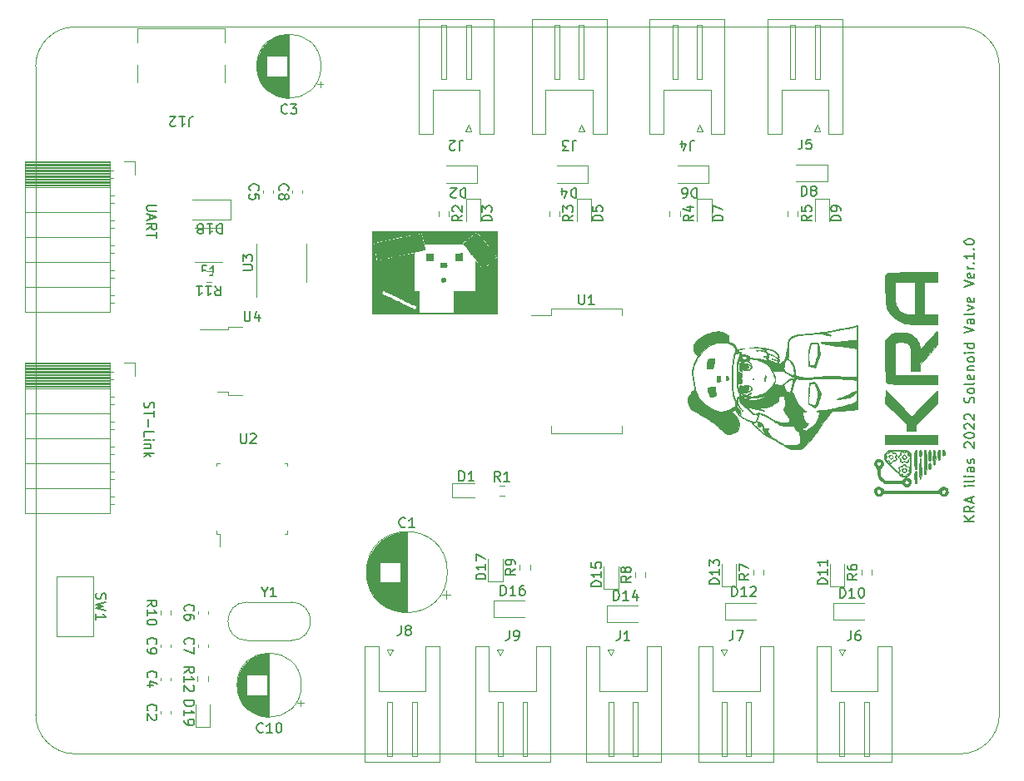
<source format=gto>
%TF.GenerationSoftware,KiCad,Pcbnew,(5.1.12)-1*%
%TF.CreationDate,2022-03-18T17:06:51+09:00*%
%TF.ProjectId,NHK2022_Solenoid_Valve,4e484b32-3032-4325-9f53-6f6c656e6f69,rev?*%
%TF.SameCoordinates,PX42c1d80PY7bfa480*%
%TF.FileFunction,Legend,Top*%
%TF.FilePolarity,Positive*%
%FSLAX46Y46*%
G04 Gerber Fmt 4.6, Leading zero omitted, Abs format (unit mm)*
G04 Created by KiCad (PCBNEW (5.1.12)-1) date 2022-03-18 17:06:51*
%MOMM*%
%LPD*%
G01*
G04 APERTURE LIST*
%TA.AperFunction,Profile*%
%ADD10C,0.050000*%
%TD*%
%ADD11C,0.150000*%
%ADD12C,0.010000*%
%ADD13C,0.120000*%
%ADD14C,3.200000*%
%ADD15C,1.600000*%
%ADD16R,1.600000X1.600000*%
%ADD17R,1.000000X1.000000*%
%ADD18R,1.100000X1.100000*%
%ADD19O,1.700000X2.000000*%
%ADD20O,1.700000X1.700000*%
%ADD21R,1.700000X1.700000*%
%ADD22O,0.900000X2.000000*%
%ADD23O,0.900000X1.700000*%
%ADD24R,0.300000X1.160000*%
%ADD25C,0.600000*%
%ADD26R,0.600000X1.160000*%
%ADD27R,2.200000X1.200000*%
%ADD28R,6.400000X5.800000*%
%ADD29C,1.700000*%
%ADD30R,1.500000X1.500000*%
G04 APERTURE END LIST*
D10*
X70000000Y74000000D02*
X94000000Y74000000D01*
X94000000Y0D02*
X70000000Y0D01*
D11*
X95452380Y23642858D02*
X94452380Y23642858D01*
X95452380Y24214286D02*
X94880952Y23785715D01*
X94452380Y24214286D02*
X95023809Y23642858D01*
X95452380Y25214286D02*
X94976190Y24880953D01*
X95452380Y24642858D02*
X94452380Y24642858D01*
X94452380Y25023810D01*
X94500000Y25119048D01*
X94547619Y25166667D01*
X94642857Y25214286D01*
X94785714Y25214286D01*
X94880952Y25166667D01*
X94928571Y25119048D01*
X94976190Y25023810D01*
X94976190Y24642858D01*
X95166666Y25595239D02*
X95166666Y26071429D01*
X95452380Y25500000D02*
X94452380Y25833334D01*
X95452380Y26166667D01*
X95452380Y27261905D02*
X94785714Y27261905D01*
X94452380Y27261905D02*
X94500000Y27214286D01*
X94547619Y27261905D01*
X94500000Y27309524D01*
X94452380Y27261905D01*
X94547619Y27261905D01*
X95452380Y27880953D02*
X95404761Y27785715D01*
X95309523Y27738096D01*
X94452380Y27738096D01*
X95452380Y28261905D02*
X94785714Y28261905D01*
X94452380Y28261905D02*
X94500000Y28214286D01*
X94547619Y28261905D01*
X94500000Y28309524D01*
X94452380Y28261905D01*
X94547619Y28261905D01*
X95452380Y29166667D02*
X94928571Y29166667D01*
X94833333Y29119048D01*
X94785714Y29023810D01*
X94785714Y28833334D01*
X94833333Y28738096D01*
X95404761Y29166667D02*
X95452380Y29071429D01*
X95452380Y28833334D01*
X95404761Y28738096D01*
X95309523Y28690477D01*
X95214285Y28690477D01*
X95119047Y28738096D01*
X95071428Y28833334D01*
X95071428Y29071429D01*
X95023809Y29166667D01*
X95404761Y29595239D02*
X95452380Y29690477D01*
X95452380Y29880953D01*
X95404761Y29976191D01*
X95309523Y30023810D01*
X95261904Y30023810D01*
X95166666Y29976191D01*
X95119047Y29880953D01*
X95119047Y29738096D01*
X95071428Y29642858D01*
X94976190Y29595239D01*
X94928571Y29595239D01*
X94833333Y29642858D01*
X94785714Y29738096D01*
X94785714Y29880953D01*
X94833333Y29976191D01*
X94547619Y31166667D02*
X94500000Y31214286D01*
X94452380Y31309524D01*
X94452380Y31547620D01*
X94500000Y31642858D01*
X94547619Y31690477D01*
X94642857Y31738096D01*
X94738095Y31738096D01*
X94880952Y31690477D01*
X95452380Y31119048D01*
X95452380Y31738096D01*
X94452380Y32357143D02*
X94452380Y32452381D01*
X94500000Y32547620D01*
X94547619Y32595239D01*
X94642857Y32642858D01*
X94833333Y32690477D01*
X95071428Y32690477D01*
X95261904Y32642858D01*
X95357142Y32595239D01*
X95404761Y32547620D01*
X95452380Y32452381D01*
X95452380Y32357143D01*
X95404761Y32261905D01*
X95357142Y32214286D01*
X95261904Y32166667D01*
X95071428Y32119048D01*
X94833333Y32119048D01*
X94642857Y32166667D01*
X94547619Y32214286D01*
X94500000Y32261905D01*
X94452380Y32357143D01*
X94547619Y33071429D02*
X94500000Y33119048D01*
X94452380Y33214286D01*
X94452380Y33452381D01*
X94500000Y33547620D01*
X94547619Y33595239D01*
X94642857Y33642858D01*
X94738095Y33642858D01*
X94880952Y33595239D01*
X95452380Y33023810D01*
X95452380Y33642858D01*
X94547619Y34023810D02*
X94500000Y34071429D01*
X94452380Y34166667D01*
X94452380Y34404762D01*
X94500000Y34500000D01*
X94547619Y34547620D01*
X94642857Y34595239D01*
X94738095Y34595239D01*
X94880952Y34547620D01*
X95452380Y33976191D01*
X95452380Y34595239D01*
X95404761Y35738096D02*
X95452380Y35880953D01*
X95452380Y36119048D01*
X95404761Y36214286D01*
X95357142Y36261905D01*
X95261904Y36309524D01*
X95166666Y36309524D01*
X95071428Y36261905D01*
X95023809Y36214286D01*
X94976190Y36119048D01*
X94928571Y35928572D01*
X94880952Y35833334D01*
X94833333Y35785715D01*
X94738095Y35738096D01*
X94642857Y35738096D01*
X94547619Y35785715D01*
X94500000Y35833334D01*
X94452380Y35928572D01*
X94452380Y36166667D01*
X94500000Y36309524D01*
X95452380Y36880953D02*
X95404761Y36785715D01*
X95357142Y36738096D01*
X95261904Y36690477D01*
X94976190Y36690477D01*
X94880952Y36738096D01*
X94833333Y36785715D01*
X94785714Y36880953D01*
X94785714Y37023810D01*
X94833333Y37119048D01*
X94880952Y37166667D01*
X94976190Y37214286D01*
X95261904Y37214286D01*
X95357142Y37166667D01*
X95404761Y37119048D01*
X95452380Y37023810D01*
X95452380Y36880953D01*
X95452380Y37785715D02*
X95404761Y37690477D01*
X95309523Y37642858D01*
X94452380Y37642858D01*
X95404761Y38547620D02*
X95452380Y38452381D01*
X95452380Y38261905D01*
X95404761Y38166667D01*
X95309523Y38119048D01*
X94928571Y38119048D01*
X94833333Y38166667D01*
X94785714Y38261905D01*
X94785714Y38452381D01*
X94833333Y38547620D01*
X94928571Y38595239D01*
X95023809Y38595239D01*
X95119047Y38119048D01*
X94785714Y39023810D02*
X95452380Y39023810D01*
X94880952Y39023810D02*
X94833333Y39071429D01*
X94785714Y39166667D01*
X94785714Y39309524D01*
X94833333Y39404762D01*
X94928571Y39452381D01*
X95452380Y39452381D01*
X95452380Y40071429D02*
X95404761Y39976191D01*
X95357142Y39928572D01*
X95261904Y39880953D01*
X94976190Y39880953D01*
X94880952Y39928572D01*
X94833333Y39976191D01*
X94785714Y40071429D01*
X94785714Y40214286D01*
X94833333Y40309524D01*
X94880952Y40357143D01*
X94976190Y40404762D01*
X95261904Y40404762D01*
X95357142Y40357143D01*
X95404761Y40309524D01*
X95452380Y40214286D01*
X95452380Y40071429D01*
X95452380Y40833334D02*
X94785714Y40833334D01*
X94452380Y40833334D02*
X94500000Y40785715D01*
X94547619Y40833334D01*
X94500000Y40880953D01*
X94452380Y40833334D01*
X94547619Y40833334D01*
X95452380Y41738096D02*
X94452380Y41738096D01*
X95404761Y41738096D02*
X95452380Y41642858D01*
X95452380Y41452381D01*
X95404761Y41357143D01*
X95357142Y41309524D01*
X95261904Y41261905D01*
X94976190Y41261905D01*
X94880952Y41309524D01*
X94833333Y41357143D01*
X94785714Y41452381D01*
X94785714Y41642858D01*
X94833333Y41738096D01*
X94452380Y42833334D02*
X95452380Y43166667D01*
X94452380Y43500000D01*
X95452380Y44261905D02*
X94928571Y44261905D01*
X94833333Y44214286D01*
X94785714Y44119048D01*
X94785714Y43928572D01*
X94833333Y43833334D01*
X95404761Y44261905D02*
X95452380Y44166667D01*
X95452380Y43928572D01*
X95404761Y43833334D01*
X95309523Y43785715D01*
X95214285Y43785715D01*
X95119047Y43833334D01*
X95071428Y43928572D01*
X95071428Y44166667D01*
X95023809Y44261905D01*
X95452380Y44880953D02*
X95404761Y44785715D01*
X95309523Y44738096D01*
X94452380Y44738096D01*
X94785714Y45166667D02*
X95452380Y45404762D01*
X94785714Y45642858D01*
X95404761Y46404762D02*
X95452380Y46309524D01*
X95452380Y46119048D01*
X95404761Y46023810D01*
X95309523Y45976191D01*
X94928571Y45976191D01*
X94833333Y46023810D01*
X94785714Y46119048D01*
X94785714Y46309524D01*
X94833333Y46404762D01*
X94928571Y46452381D01*
X95023809Y46452381D01*
X95119047Y45976191D01*
X94452380Y47500000D02*
X95452380Y47833334D01*
X94452380Y48166667D01*
X95404761Y48880953D02*
X95452380Y48785715D01*
X95452380Y48595239D01*
X95404761Y48500000D01*
X95309523Y48452381D01*
X94928571Y48452381D01*
X94833333Y48500000D01*
X94785714Y48595239D01*
X94785714Y48785715D01*
X94833333Y48880953D01*
X94928571Y48928572D01*
X95023809Y48928572D01*
X95119047Y48452381D01*
X95452380Y49357143D02*
X94785714Y49357143D01*
X94976190Y49357143D02*
X94880952Y49404762D01*
X94833333Y49452381D01*
X94785714Y49547620D01*
X94785714Y49642858D01*
X95357142Y49976191D02*
X95404761Y50023810D01*
X95452380Y49976191D01*
X95404761Y49928572D01*
X95357142Y49976191D01*
X95452380Y49976191D01*
X95452380Y50976191D02*
X95452380Y50404762D01*
X95452380Y50690477D02*
X94452380Y50690477D01*
X94595238Y50595239D01*
X94690476Y50500000D01*
X94738095Y50404762D01*
X95357142Y51404762D02*
X95404761Y51452381D01*
X95452380Y51404762D01*
X95404761Y51357143D01*
X95357142Y51404762D01*
X95452380Y51404762D01*
X94452380Y52071429D02*
X94452380Y52166667D01*
X94500000Y52261905D01*
X94547619Y52309524D01*
X94642857Y52357143D01*
X94833333Y52404762D01*
X95071428Y52404762D01*
X95261904Y52357143D01*
X95357142Y52309524D01*
X95404761Y52261905D01*
X95452380Y52166667D01*
X95452380Y52071429D01*
X95404761Y51976191D01*
X95357142Y51928572D01*
X95261904Y51880953D01*
X95071428Y51833334D01*
X94833333Y51833334D01*
X94642857Y51880953D01*
X94547619Y51928572D01*
X94500000Y51976191D01*
X94452380Y52071429D01*
D10*
X98000000Y70000000D02*
X98000000Y4000000D01*
X94000000Y74000000D02*
G75*
G02*
X98000000Y70000000I0J-4000000D01*
G01*
X98000000Y4000000D02*
G75*
G02*
X94000000Y0I-4000000J0D01*
G01*
X4000000Y74000000D02*
X70000000Y74000000D01*
X0Y70000000D02*
G75*
G02*
X4000000Y74000000I4000000J0D01*
G01*
X0Y70000000D02*
X0Y4000000D01*
X4000000Y0D02*
X70000000Y0D01*
X4000000Y0D02*
G75*
G02*
X0Y4000000I0J4000000D01*
G01*
D12*
%TO.C,G1*%
G36*
X78661833Y36497166D02*
G01*
X78680708Y36492808D01*
X78683000Y36476000D01*
X78671383Y36449866D01*
X78661833Y36454833D01*
X78658033Y36492513D01*
X78661833Y36497166D01*
G37*
X78661833Y36497166D02*
X78680708Y36492808D01*
X78683000Y36476000D01*
X78671383Y36449866D01*
X78661833Y36454833D01*
X78658033Y36492513D01*
X78661833Y36497166D01*
G36*
X68234247Y39656708D02*
G01*
X68273889Y39855711D01*
X68322130Y40014548D01*
X68365763Y40123582D01*
X68414650Y40193579D01*
X68483389Y40233030D01*
X68586577Y40250423D01*
X68734295Y40254250D01*
X68999250Y40254250D01*
X68995374Y40008187D01*
X68986127Y39843806D01*
X68965902Y39660785D01*
X68942567Y39517767D01*
X68909653Y39380305D01*
X68868155Y39289550D01*
X68805587Y39236809D01*
X68709464Y39213388D01*
X68567300Y39210591D01*
X68504707Y39212861D01*
X68284924Y39222375D01*
X68243267Y39349375D01*
X68223461Y39483043D01*
X68234247Y39656708D01*
G37*
X68234247Y39656708D02*
X68273889Y39855711D01*
X68322130Y40014548D01*
X68365763Y40123582D01*
X68414650Y40193579D01*
X68483389Y40233030D01*
X68586577Y40250423D01*
X68734295Y40254250D01*
X68999250Y40254250D01*
X68995374Y40008187D01*
X68986127Y39843806D01*
X68965902Y39660785D01*
X68942567Y39517767D01*
X68909653Y39380305D01*
X68868155Y39289550D01*
X68805587Y39236809D01*
X68709464Y39213388D01*
X68567300Y39210591D01*
X68504707Y39212861D01*
X68284924Y39222375D01*
X68243267Y39349375D01*
X68223461Y39483043D01*
X68234247Y39656708D01*
G36*
X68307397Y37253163D02*
G01*
X68374606Y37283365D01*
X68488928Y37312472D01*
X68634016Y37337162D01*
X68793523Y37354112D01*
X68809771Y37355262D01*
X69080667Y37373503D01*
X69085603Y37249715D01*
X69094744Y37155884D01*
X69114036Y37027513D01*
X69139358Y36891935D01*
X69140119Y36888276D01*
X69172102Y36723986D01*
X69186843Y36609709D01*
X69183376Y36534078D01*
X69160731Y36485728D01*
X69117942Y36453293D01*
X69102437Y36445616D01*
X69013672Y36416158D01*
X68896819Y36392323D01*
X68773238Y36376671D01*
X68664283Y36371760D01*
X68591312Y36380148D01*
X68583342Y36383424D01*
X68546156Y36425859D01*
X68501456Y36509239D01*
X68467107Y36593621D01*
X68435076Y36692912D01*
X68400295Y36815247D01*
X68366370Y36945734D01*
X68336907Y37069482D01*
X68315512Y37171600D01*
X68305791Y37237197D01*
X68307397Y37253163D01*
G37*
X68307397Y37253163D02*
X68374606Y37283365D01*
X68488928Y37312472D01*
X68634016Y37337162D01*
X68793523Y37354112D01*
X68809771Y37355262D01*
X69080667Y37373503D01*
X69085603Y37249715D01*
X69094744Y37155884D01*
X69114036Y37027513D01*
X69139358Y36891935D01*
X69140119Y36888276D01*
X69172102Y36723986D01*
X69186843Y36609709D01*
X69183376Y36534078D01*
X69160731Y36485728D01*
X69117942Y36453293D01*
X69102437Y36445616D01*
X69013672Y36416158D01*
X68896819Y36392323D01*
X68773238Y36376671D01*
X68664283Y36371760D01*
X68591312Y36380148D01*
X68583342Y36383424D01*
X68546156Y36425859D01*
X68501456Y36509239D01*
X68467107Y36593621D01*
X68435076Y36692912D01*
X68400295Y36815247D01*
X68366370Y36945734D01*
X68336907Y37069482D01*
X68315512Y37171600D01*
X68305791Y37237197D01*
X68307397Y37253163D01*
G36*
X69263058Y38412467D02*
G01*
X69269091Y38444395D01*
X69291300Y38482076D01*
X69338228Y38501338D01*
X69426745Y38507749D01*
X69461764Y38508000D01*
X69634250Y38508000D01*
X69634250Y38272471D01*
X69636656Y38150681D01*
X69642995Y38050167D01*
X69651943Y37991111D01*
X69652848Y37988476D01*
X69647798Y37953218D01*
X69596368Y37921478D01*
X69517910Y37894964D01*
X69422329Y37871372D01*
X69349955Y37861477D01*
X69328622Y37863346D01*
X69309538Y37899246D01*
X69291302Y37980962D01*
X69275725Y38090819D01*
X69264618Y38211139D01*
X69259792Y38324248D01*
X69263058Y38412467D01*
G37*
X69263058Y38412467D02*
X69269091Y38444395D01*
X69291300Y38482076D01*
X69338228Y38501338D01*
X69426745Y38507749D01*
X69461764Y38508000D01*
X69634250Y38508000D01*
X69634250Y38272471D01*
X69636656Y38150681D01*
X69642995Y38050167D01*
X69651943Y37991111D01*
X69652848Y37988476D01*
X69647798Y37953218D01*
X69596368Y37921478D01*
X69517910Y37894964D01*
X69422329Y37871372D01*
X69349955Y37861477D01*
X69328622Y37863346D01*
X69309538Y37899246D01*
X69291302Y37980962D01*
X69275725Y38090819D01*
X69264618Y38211139D01*
X69259792Y38324248D01*
X69263058Y38412467D01*
G36*
X70191558Y38354287D02*
G01*
X70202685Y38407184D01*
X70232372Y38429671D01*
X70289738Y38438291D01*
X70291271Y38438440D01*
X70358075Y38439533D01*
X70391472Y38414227D01*
X70409924Y38345683D01*
X70413106Y38327315D01*
X70430454Y38233209D01*
X70446455Y38159518D01*
X70448451Y38151870D01*
X70438407Y38102899D01*
X70384690Y38077620D01*
X70284024Y38061386D01*
X70224589Y38081189D01*
X70196508Y38145995D01*
X70189875Y38254434D01*
X70191558Y38354287D01*
G37*
X70191558Y38354287D02*
X70202685Y38407184D01*
X70232372Y38429671D01*
X70289738Y38438291D01*
X70291271Y38438440D01*
X70358075Y38439533D01*
X70391472Y38414227D01*
X70409924Y38345683D01*
X70413106Y38327315D01*
X70430454Y38233209D01*
X70446455Y38159518D01*
X70448451Y38151870D01*
X70438407Y38102899D01*
X70384690Y38077620D01*
X70284024Y38061386D01*
X70224589Y38081189D01*
X70196508Y38145995D01*
X70189875Y38254434D01*
X70191558Y38354287D01*
G36*
X73407567Y33622009D02*
G01*
X73474247Y33663006D01*
X73560132Y33664791D01*
X73591778Y33653906D01*
X73665676Y33594357D01*
X73712267Y33508027D01*
X73724559Y33416901D01*
X73695559Y33342965D01*
X73691900Y33339100D01*
X73622213Y33306463D01*
X73535333Y33306738D01*
X73488690Y33325298D01*
X73434730Y33387886D01*
X73393517Y33479421D01*
X73380750Y33551795D01*
X73407567Y33622009D01*
G37*
X73407567Y33622009D02*
X73474247Y33663006D01*
X73560132Y33664791D01*
X73591778Y33653906D01*
X73665676Y33594357D01*
X73712267Y33508027D01*
X73724559Y33416901D01*
X73695559Y33342965D01*
X73691900Y33339100D01*
X73622213Y33306463D01*
X73535333Y33306738D01*
X73488690Y33325298D01*
X73434730Y33387886D01*
X73393517Y33479421D01*
X73380750Y33551795D01*
X73407567Y33622009D01*
G36*
X72931092Y38216296D02*
G01*
X72968000Y38222250D01*
X73019592Y38208953D01*
X73031500Y38190500D01*
X73004907Y38164703D01*
X72968000Y38158750D01*
X72916407Y38172046D01*
X72904500Y38190500D01*
X72931092Y38216296D01*
G37*
X72931092Y38216296D02*
X72968000Y38222250D01*
X73019592Y38208953D01*
X73031500Y38190500D01*
X73004907Y38164703D01*
X72968000Y38158750D01*
X72916407Y38172046D01*
X72904500Y38190500D01*
X72931092Y38216296D01*
G36*
X74133559Y38212280D02*
G01*
X74143842Y38395129D01*
X74155896Y38516816D01*
X74170248Y38579665D01*
X74187420Y38586002D01*
X74207455Y38539750D01*
X74226413Y38448946D01*
X74228513Y38342932D01*
X74213492Y38202829D01*
X74201775Y38127825D01*
X74177568Y38004506D01*
X74157080Y37943089D01*
X74141564Y37942022D01*
X74132274Y37999755D01*
X74130460Y38114738D01*
X74133559Y38212280D01*
G37*
X74133559Y38212280D02*
X74143842Y38395129D01*
X74155896Y38516816D01*
X74170248Y38579665D01*
X74187420Y38586002D01*
X74207455Y38539750D01*
X74226413Y38448946D01*
X74228513Y38342932D01*
X74213492Y38202829D01*
X74201775Y38127825D01*
X74177568Y38004506D01*
X74157080Y37943089D01*
X74141564Y37942022D01*
X74132274Y37999755D01*
X74130460Y38114738D01*
X74133559Y38212280D01*
G36*
X78558614Y40515013D02*
G01*
X78575221Y40788628D01*
X78601735Y41039453D01*
X78637338Y41255456D01*
X78681210Y41424608D01*
X78698368Y41470516D01*
X78733636Y41576940D01*
X78754683Y41681054D01*
X78755614Y41690643D01*
X78772153Y41766338D01*
X78818193Y41802958D01*
X78858426Y41814008D01*
X78963938Y41828536D01*
X79098223Y41836043D01*
X79241583Y41836740D01*
X79374318Y41830842D01*
X79476730Y41818559D01*
X79518560Y41806872D01*
X79560644Y41775282D01*
X79595627Y41717453D01*
X79625700Y41625418D01*
X79653051Y41491210D01*
X79679869Y41306865D01*
X79698564Y41151906D01*
X79714890Y41011260D01*
X79729953Y40885319D01*
X79741344Y40794080D01*
X79744457Y40770906D01*
X79743244Y40688216D01*
X79726058Y40578553D01*
X79712843Y40524125D01*
X79681005Y40419021D01*
X79649781Y40331096D01*
X79637099Y40301875D01*
X79609938Y40238513D01*
X79571837Y40138920D01*
X79539205Y40047875D01*
X79496827Y39932782D01*
X79455295Y39831104D01*
X79430298Y39778000D01*
X79398877Y39696528D01*
X79372013Y39588830D01*
X79365839Y39553065D01*
X79346114Y39438714D01*
X79319835Y39371556D01*
X79273424Y39343831D01*
X79193306Y39347782D01*
X79065903Y39375651D01*
X79058467Y39377433D01*
X78926173Y39407668D01*
X78801787Y39433593D01*
X78711970Y39449654D01*
X78711130Y39449776D01*
X78655819Y39457763D01*
X78655819Y39555750D01*
X78919706Y39555750D01*
X79052409Y39557665D01*
X79134621Y39565118D01*
X79179279Y39580664D01*
X79199322Y39606861D01*
X79200835Y39611312D01*
X79216240Y39663680D01*
X79244427Y39761885D01*
X79281025Y39890627D01*
X79311990Y40000250D01*
X79358339Y40157242D01*
X79407059Y40309903D01*
X79451037Y40436469D01*
X79472838Y40492375D01*
X79520054Y40647266D01*
X79524486Y40762250D01*
X79518768Y40835197D01*
X79513968Y40955950D01*
X79510534Y41108815D01*
X79508914Y41278098D01*
X79508849Y41309937D01*
X79508500Y41746500D01*
X78849978Y41746500D01*
X78751804Y41405187D01*
X78669447Y41037400D01*
X78620835Y40633230D01*
X78607208Y40210844D01*
X78629808Y39788411D01*
X78636822Y39722437D01*
X78655819Y39555750D01*
X78655819Y39457763D01*
X78596386Y39466346D01*
X78576418Y39677735D01*
X78558394Y39947535D01*
X78552733Y40230638D01*
X78558614Y40515013D01*
G37*
X78558614Y40515013D02*
X78575221Y40788628D01*
X78601735Y41039453D01*
X78637338Y41255456D01*
X78681210Y41424608D01*
X78698368Y41470516D01*
X78733636Y41576940D01*
X78754683Y41681054D01*
X78755614Y41690643D01*
X78772153Y41766338D01*
X78818193Y41802958D01*
X78858426Y41814008D01*
X78963938Y41828536D01*
X79098223Y41836043D01*
X79241583Y41836740D01*
X79374318Y41830842D01*
X79476730Y41818559D01*
X79518560Y41806872D01*
X79560644Y41775282D01*
X79595627Y41717453D01*
X79625700Y41625418D01*
X79653051Y41491210D01*
X79679869Y41306865D01*
X79698564Y41151906D01*
X79714890Y41011260D01*
X79729953Y40885319D01*
X79741344Y40794080D01*
X79744457Y40770906D01*
X79743244Y40688216D01*
X79726058Y40578553D01*
X79712843Y40524125D01*
X79681005Y40419021D01*
X79649781Y40331096D01*
X79637099Y40301875D01*
X79609938Y40238513D01*
X79571837Y40138920D01*
X79539205Y40047875D01*
X79496827Y39932782D01*
X79455295Y39831104D01*
X79430298Y39778000D01*
X79398877Y39696528D01*
X79372013Y39588830D01*
X79365839Y39553065D01*
X79346114Y39438714D01*
X79319835Y39371556D01*
X79273424Y39343831D01*
X79193306Y39347782D01*
X79065903Y39375651D01*
X79058467Y39377433D01*
X78926173Y39407668D01*
X78801787Y39433593D01*
X78711970Y39449654D01*
X78711130Y39449776D01*
X78655819Y39457763D01*
X78655819Y39555750D01*
X78919706Y39555750D01*
X79052409Y39557665D01*
X79134621Y39565118D01*
X79179279Y39580664D01*
X79199322Y39606861D01*
X79200835Y39611312D01*
X79216240Y39663680D01*
X79244427Y39761885D01*
X79281025Y39890627D01*
X79311990Y40000250D01*
X79358339Y40157242D01*
X79407059Y40309903D01*
X79451037Y40436469D01*
X79472838Y40492375D01*
X79520054Y40647266D01*
X79524486Y40762250D01*
X79518768Y40835197D01*
X79513968Y40955950D01*
X79510534Y41108815D01*
X79508914Y41278098D01*
X79508849Y41309937D01*
X79508500Y41746500D01*
X78849978Y41746500D01*
X78751804Y41405187D01*
X78669447Y41037400D01*
X78620835Y40633230D01*
X78607208Y40210844D01*
X78629808Y39788411D01*
X78636822Y39722437D01*
X78655819Y39555750D01*
X78655819Y39457763D01*
X78596386Y39466346D01*
X78576418Y39677735D01*
X78558394Y39947535D01*
X78552733Y40230638D01*
X78558614Y40515013D01*
G36*
X78560107Y36567525D02*
G01*
X78570825Y36793932D01*
X78587322Y37017169D01*
X78608409Y37226184D01*
X78632895Y37409926D01*
X78659594Y37557343D01*
X78687314Y37657384D01*
X78700042Y37684389D01*
X78698074Y37730102D01*
X78680049Y37747823D01*
X78652592Y37780912D01*
X78680541Y37805691D01*
X78755918Y37817630D01*
X78803035Y37817613D01*
X78916788Y37822659D01*
X79025853Y37840977D01*
X79026879Y37841248D01*
X79148778Y37850834D01*
X79249024Y37805296D01*
X79335237Y37700825D01*
X79346547Y37681410D01*
X79421132Y37544154D01*
X79504618Y37383194D01*
X79590123Y37212624D01*
X79670764Y37046537D01*
X79739658Y36899028D01*
X79789924Y36784189D01*
X79809405Y36733570D01*
X79840328Y36642385D01*
X79853615Y36594569D01*
X79851219Y36573088D01*
X79835095Y36560908D01*
X79829599Y36557599D01*
X79804804Y36517036D01*
X79782910Y36442259D01*
X79781813Y36436663D01*
X79762078Y36356892D01*
X79725934Y36232452D01*
X79678182Y36078526D01*
X79623619Y35910298D01*
X79567044Y35742953D01*
X79524629Y35622868D01*
X79445437Y35430377D01*
X79369867Y35300945D01*
X79297677Y35234248D01*
X79229768Y35229517D01*
X79179275Y35254678D01*
X79149102Y35271549D01*
X79149102Y35498713D01*
X79203560Y35504149D01*
X79254499Y35540480D01*
X79265026Y35550225D01*
X79323241Y35631902D01*
X79377908Y35753972D01*
X79420960Y35893492D01*
X79444332Y36027514D01*
X79446345Y36066040D01*
X79455062Y36160054D01*
X79475836Y36280529D01*
X79491270Y36349000D01*
X79524087Y36510901D01*
X79533609Y36657261D01*
X79518329Y36807565D01*
X79476743Y36981298D01*
X79431151Y37127355D01*
X79358697Y37338497D01*
X79296663Y37495945D01*
X79239103Y37607359D01*
X79180074Y37680401D01*
X79113631Y37722732D01*
X79033830Y37742012D01*
X78951109Y37746000D01*
X78785788Y37746000D01*
X78747630Y37595187D01*
X78695837Y37359429D01*
X78658647Y37113429D01*
X78634643Y36842819D01*
X78622410Y36533233D01*
X78620096Y36301375D01*
X78619583Y35698125D01*
X78777082Y35628324D01*
X78896702Y35578986D01*
X79017784Y35534623D01*
X79063201Y35519988D01*
X79149102Y35498713D01*
X79149102Y35271549D01*
X79090311Y35304424D01*
X78978420Y35369951D01*
X78923820Y35402793D01*
X78809391Y35469835D01*
X78713149Y35521851D01*
X78649379Y35551320D01*
X78634287Y35555250D01*
X78609049Y35570629D01*
X78589441Y35620439D01*
X78574924Y35710187D01*
X78564956Y35845383D01*
X78558996Y36031534D01*
X78556504Y36274148D01*
X78556356Y36349000D01*
X78560107Y36567525D01*
G37*
X78560107Y36567525D02*
X78570825Y36793932D01*
X78587322Y37017169D01*
X78608409Y37226184D01*
X78632895Y37409926D01*
X78659594Y37557343D01*
X78687314Y37657384D01*
X78700042Y37684389D01*
X78698074Y37730102D01*
X78680049Y37747823D01*
X78652592Y37780912D01*
X78680541Y37805691D01*
X78755918Y37817630D01*
X78803035Y37817613D01*
X78916788Y37822659D01*
X79025853Y37840977D01*
X79026879Y37841248D01*
X79148778Y37850834D01*
X79249024Y37805296D01*
X79335237Y37700825D01*
X79346547Y37681410D01*
X79421132Y37544154D01*
X79504618Y37383194D01*
X79590123Y37212624D01*
X79670764Y37046537D01*
X79739658Y36899028D01*
X79789924Y36784189D01*
X79809405Y36733570D01*
X79840328Y36642385D01*
X79853615Y36594569D01*
X79851219Y36573088D01*
X79835095Y36560908D01*
X79829599Y36557599D01*
X79804804Y36517036D01*
X79782910Y36442259D01*
X79781813Y36436663D01*
X79762078Y36356892D01*
X79725934Y36232452D01*
X79678182Y36078526D01*
X79623619Y35910298D01*
X79567044Y35742953D01*
X79524629Y35622868D01*
X79445437Y35430377D01*
X79369867Y35300945D01*
X79297677Y35234248D01*
X79229768Y35229517D01*
X79179275Y35254678D01*
X79149102Y35271549D01*
X79149102Y35498713D01*
X79203560Y35504149D01*
X79254499Y35540480D01*
X79265026Y35550225D01*
X79323241Y35631902D01*
X79377908Y35753972D01*
X79420960Y35893492D01*
X79444332Y36027514D01*
X79446345Y36066040D01*
X79455062Y36160054D01*
X79475836Y36280529D01*
X79491270Y36349000D01*
X79524087Y36510901D01*
X79533609Y36657261D01*
X79518329Y36807565D01*
X79476743Y36981298D01*
X79431151Y37127355D01*
X79358697Y37338497D01*
X79296663Y37495945D01*
X79239103Y37607359D01*
X79180074Y37680401D01*
X79113631Y37722732D01*
X79033830Y37742012D01*
X78951109Y37746000D01*
X78785788Y37746000D01*
X78747630Y37595187D01*
X78695837Y37359429D01*
X78658647Y37113429D01*
X78634643Y36842819D01*
X78622410Y36533233D01*
X78620096Y36301375D01*
X78619583Y35698125D01*
X78777082Y35628324D01*
X78896702Y35578986D01*
X79017784Y35534623D01*
X79063201Y35519988D01*
X79149102Y35498713D01*
X79149102Y35271549D01*
X79090311Y35304424D01*
X78978420Y35369951D01*
X78923820Y35402793D01*
X78809391Y35469835D01*
X78713149Y35521851D01*
X78649379Y35551320D01*
X78634287Y35555250D01*
X78609049Y35570629D01*
X78589441Y35620439D01*
X78574924Y35710187D01*
X78564956Y35845383D01*
X78558996Y36031534D01*
X78556504Y36274148D01*
X78556356Y36349000D01*
X78560107Y36567525D01*
G36*
X81504183Y36155009D02*
G01*
X81564312Y36177633D01*
X81857292Y36253617D01*
X82108491Y36336988D01*
X82339627Y36435323D01*
X82429055Y36479384D01*
X82547305Y36538631D01*
X82689268Y36608057D01*
X82844005Y36682518D01*
X83000580Y36756866D01*
X83148056Y36825957D01*
X83275496Y36884643D01*
X83371964Y36927779D01*
X83426521Y36950219D01*
X83434048Y36952250D01*
X83451159Y36931066D01*
X83428195Y36872983D01*
X83369783Y36786202D01*
X83280549Y36678927D01*
X83278812Y36676996D01*
X83140171Y36529754D01*
X83020965Y36424118D01*
X82903450Y36350214D01*
X82769884Y36298169D01*
X82602523Y36258110D01*
X82488928Y36237488D01*
X82319476Y36208172D01*
X82137194Y36175905D01*
X81975853Y36146682D01*
X81944667Y36140911D01*
X81759467Y36111019D01*
X81615973Y36097408D01*
X81520256Y36100272D01*
X81478384Y36119800D01*
X81477000Y36126145D01*
X81504183Y36155009D01*
G37*
X81504183Y36155009D02*
X81564312Y36177633D01*
X81857292Y36253617D01*
X82108491Y36336988D01*
X82339627Y36435323D01*
X82429055Y36479384D01*
X82547305Y36538631D01*
X82689268Y36608057D01*
X82844005Y36682518D01*
X83000580Y36756866D01*
X83148056Y36825957D01*
X83275496Y36884643D01*
X83371964Y36927779D01*
X83426521Y36950219D01*
X83434048Y36952250D01*
X83451159Y36931066D01*
X83428195Y36872983D01*
X83369783Y36786202D01*
X83280549Y36678927D01*
X83278812Y36676996D01*
X83140171Y36529754D01*
X83020965Y36424118D01*
X82903450Y36350214D01*
X82769884Y36298169D01*
X82602523Y36258110D01*
X82488928Y36237488D01*
X82319476Y36208172D01*
X82137194Y36175905D01*
X81975853Y36146682D01*
X81944667Y36140911D01*
X81759467Y36111019D01*
X81615973Y36097408D01*
X81520256Y36100272D01*
X81478384Y36119800D01*
X81477000Y36126145D01*
X81504183Y36155009D01*
G36*
X72539375Y40540000D02*
G01*
X72555250Y40524125D01*
X72539375Y40508250D01*
X72523500Y40524125D01*
X72539375Y40540000D01*
G37*
X72539375Y40540000D02*
X72555250Y40524125D01*
X72539375Y40508250D01*
X72523500Y40524125D01*
X72539375Y40540000D01*
G36*
X73250214Y41096883D02*
G01*
X73285500Y41091020D01*
X73375404Y41071449D01*
X73408316Y41056996D01*
X73381895Y41049296D01*
X73346354Y41048486D01*
X73265597Y41061490D01*
X73222000Y41080191D01*
X73207774Y41097903D01*
X73250214Y41096883D01*
G37*
X73250214Y41096883D02*
X73285500Y41091020D01*
X73375404Y41071449D01*
X73408316Y41056996D01*
X73381895Y41049296D01*
X73346354Y41048486D01*
X73265597Y41061490D01*
X73222000Y41080191D01*
X73207774Y41097903D01*
X73250214Y41096883D01*
G36*
X66312115Y36141647D02*
G01*
X66378144Y36321689D01*
X66483045Y36521729D01*
X66615360Y36723040D01*
X66763633Y36906897D01*
X66811497Y36957881D01*
X67000391Y37150925D01*
X66952330Y37472275D01*
X66924888Y37648903D01*
X66893535Y37840255D01*
X66863727Y38013316D01*
X66854660Y38063500D01*
X66812525Y38299097D01*
X66782600Y38484318D01*
X66763639Y38630841D01*
X66754398Y38750349D01*
X66753629Y38854521D01*
X66759861Y38952601D01*
X66804348Y39232296D01*
X66885252Y39539280D01*
X66996099Y39854017D01*
X67130416Y40156971D01*
X67207565Y40303684D01*
X67315526Y40496736D01*
X67207902Y40601050D01*
X67102255Y40735526D01*
X67010004Y40912615D01*
X66939217Y41111655D01*
X66897963Y41311980D01*
X66890809Y41413125D01*
X66902919Y41586321D01*
X66947974Y41742126D01*
X67031744Y41889380D01*
X67159997Y42036922D01*
X67338503Y42193591D01*
X67461777Y42288024D01*
X67600162Y42379139D01*
X67779565Y42481353D01*
X67980942Y42585144D01*
X68185252Y42680990D01*
X68373453Y42759371D01*
X68479346Y42796831D01*
X68591500Y42834477D01*
X68680604Y42867955D01*
X68728370Y42890366D01*
X68729574Y42891248D01*
X68791609Y42918353D01*
X68899902Y42946104D01*
X69037297Y42971847D01*
X69186638Y42992930D01*
X69330767Y43006700D01*
X69452529Y43010507D01*
X69489704Y43008762D01*
X69633662Y42984583D01*
X69804520Y42936761D01*
X69984199Y42872394D01*
X70154623Y42798578D01*
X70297714Y42722410D01*
X70391377Y42654791D01*
X70448438Y42598251D01*
X70478885Y42548985D01*
X70489215Y42485460D01*
X70485922Y42386145D01*
X70483478Y42349496D01*
X70467552Y42222639D01*
X70440798Y42105842D01*
X70416098Y42039934D01*
X70383231Y41972035D01*
X70383341Y41943409D01*
X70419923Y41937085D01*
X70437296Y41937000D01*
X70538867Y41924819D01*
X70660833Y41892533D01*
X70788295Y41846521D01*
X70906356Y41793166D01*
X71000115Y41738849D01*
X71054675Y41689951D01*
X71062606Y41669171D01*
X71082190Y41625556D01*
X71121496Y41573921D01*
X71164781Y41509014D01*
X71216163Y41409011D01*
X71252880Y41324097D01*
X71297943Y41220788D01*
X71333477Y41168897D01*
X71366951Y41158661D01*
X71376946Y41161919D01*
X71431310Y41177302D01*
X71529444Y41198226D01*
X71652332Y41220718D01*
X71682125Y41225699D01*
X71815828Y41247780D01*
X71936890Y41268017D01*
X72022224Y41282547D01*
X72031375Y41284146D01*
X72088975Y41290516D01*
X72087812Y41278372D01*
X72077677Y41271830D01*
X72026124Y41253882D01*
X71928627Y41229961D01*
X71801971Y41203976D01*
X71731095Y41191108D01*
X71593389Y41163682D01*
X71473831Y41133472D01*
X71390377Y41105296D01*
X71368165Y41093733D01*
X71323331Y41059874D01*
X71330180Y41048954D01*
X71365798Y41048000D01*
X71431316Y41023036D01*
X71468381Y40984500D01*
X71531934Y40933681D01*
X71618894Y40921000D01*
X71695686Y40913644D01*
X71726473Y40885494D01*
X71729750Y40859373D01*
X71715170Y40798593D01*
X71698000Y40778125D01*
X71668785Y40732186D01*
X71666250Y40712751D01*
X71683306Y40685348D01*
X71741784Y40670958D01*
X71848812Y40666822D01*
X71973309Y40661568D01*
X72090742Y40648336D01*
X72142500Y40638154D01*
X72246738Y40612256D01*
X72341867Y40589858D01*
X72342236Y40589775D01*
X72399752Y40567270D01*
X72413212Y40541355D01*
X72423956Y40510742D01*
X72457914Y40493036D01*
X72516904Y40448701D01*
X72542030Y40403438D01*
X72573594Y40338416D01*
X72598645Y40311323D01*
X72641832Y40303037D01*
X72735670Y40295993D01*
X72867316Y40290835D01*
X73023925Y40288210D01*
X73062679Y40288031D01*
X73364093Y40277827D01*
X73627990Y40245811D01*
X73877909Y40187602D01*
X74137393Y40098819D01*
X74188835Y40078489D01*
X74309181Y40034245D01*
X74377606Y40020448D01*
X74398038Y40037325D01*
X74374407Y40085106D01*
X74371584Y40089085D01*
X74327422Y40160057D01*
X74294270Y40222500D01*
X74231190Y40319027D01*
X74151371Y40397294D01*
X74073135Y40440780D01*
X74047737Y40444750D01*
X73987640Y40459708D01*
X73968124Y40476500D01*
X73983867Y40496076D01*
X74054626Y40506787D01*
X74109126Y40508250D01*
X74230167Y40518102D01*
X74309399Y40551223D01*
X74332091Y40570591D01*
X74367875Y40621499D01*
X74363841Y40651840D01*
X74334148Y40692327D01*
X74354630Y40725350D01*
X74380875Y40730500D01*
X74425376Y40741366D01*
X74413657Y40771534D01*
X74348706Y40817355D01*
X74280230Y40853381D01*
X74140122Y40916095D01*
X73993671Y40969107D01*
X73821654Y41018648D01*
X73618875Y41067755D01*
X73499087Y41097076D01*
X73438310Y41117330D01*
X73432944Y41130049D01*
X73460125Y41135277D01*
X73532135Y41131639D01*
X73646143Y41113973D01*
X73783047Y41085536D01*
X73857000Y41067561D01*
X74014214Y41030988D01*
X74118917Y41014977D01*
X74167850Y41019983D01*
X74170754Y41023800D01*
X74156488Y41064041D01*
X74107036Y41114627D01*
X74043961Y41157411D01*
X73991937Y41174294D01*
X73957717Y41193218D01*
X73956401Y41225635D01*
X73982922Y41238500D01*
X74038531Y41225151D01*
X74109854Y41192956D01*
X74175929Y41153688D01*
X74215791Y41119122D01*
X74218752Y41106043D01*
X74228458Y41074057D01*
X74251680Y41060323D01*
X74286084Y41031407D01*
X74284847Y41014992D01*
X74298181Y40982444D01*
X74350459Y40929534D01*
X74388217Y40899256D01*
X74466927Y40838015D01*
X74525859Y40787824D01*
X74539625Y40774172D01*
X74583414Y40746023D01*
X74669408Y40704940D01*
X74779983Y40659261D01*
X74793625Y40654034D01*
X74914782Y40605967D01*
X75022194Y40559808D01*
X75093369Y40525239D01*
X75095250Y40524174D01*
X75147232Y40489834D01*
X75147380Y40477538D01*
X75102758Y40485593D01*
X75020428Y40512306D01*
X74907453Y40555982D01*
X74834816Y40586620D01*
X74705894Y40639967D01*
X74621654Y40667354D01*
X74570181Y40671612D01*
X74540541Y40656577D01*
X74487878Y40576752D01*
X74478133Y40497427D01*
X74507158Y40445344D01*
X74554274Y40386804D01*
X74548336Y40345069D01*
X74494230Y40333557D01*
X74468187Y40338286D01*
X74410041Y40349494D01*
X74403182Y40335689D01*
X74423295Y40308532D01*
X74449394Y40253463D01*
X74445828Y40224852D01*
X74462673Y40196873D01*
X74526653Y40151512D01*
X74625831Y40094681D01*
X74748271Y40032299D01*
X74882037Y39970279D01*
X75015191Y39914538D01*
X75135798Y39870992D01*
X75194314Y39853905D01*
X75331986Y39824955D01*
X75419649Y39823611D01*
X75465065Y39851113D01*
X75476250Y39899003D01*
X75454822Y39948291D01*
X75386904Y39998526D01*
X75267043Y40052762D01*
X75095250Y40112318D01*
X74994310Y40148033D01*
X74917396Y40181798D01*
X74888875Y40199857D01*
X74882032Y40218514D01*
X74920625Y40209159D01*
X75025998Y40177361D01*
X75157656Y40145512D01*
X75292056Y40118487D01*
X75405655Y40101158D01*
X75460375Y40097410D01*
X75555625Y40098382D01*
X75388937Y40250275D01*
X75288839Y40345318D01*
X75236539Y40404017D01*
X75232407Y40425365D01*
X75276811Y40408358D01*
X75345982Y40367437D01*
X75421808Y40321807D01*
X75460760Y40309257D01*
X75478824Y40327687D01*
X75485352Y40349127D01*
X75483314Y40422471D01*
X75462439Y40483232D01*
X75437002Y40550373D01*
X75434503Y40589386D01*
X75419927Y40630269D01*
X75369494Y40698473D01*
X75295792Y40780266D01*
X75211408Y40861917D01*
X75128930Y40929692D01*
X75111125Y40942162D01*
X74986835Y41006436D01*
X74805567Y41072010D01*
X74573743Y41136586D01*
X74555500Y41141080D01*
X74353681Y41193797D01*
X74208683Y41239764D01*
X74114434Y41280977D01*
X74095997Y41292144D01*
X74023022Y41325282D01*
X73953640Y41334223D01*
X73906905Y41319627D01*
X73900513Y41285390D01*
X73904565Y41253609D01*
X73868515Y41264175D01*
X73860460Y41268398D01*
X73802483Y41284379D01*
X73776709Y41277070D01*
X73765622Y41276410D01*
X73772513Y41290997D01*
X73763760Y41312921D01*
X73702034Y41323887D01*
X73610916Y41325563D01*
X73512100Y41325552D01*
X73367147Y41326941D01*
X73193400Y41329503D01*
X73008201Y41333009D01*
X72952125Y41334230D01*
X72772667Y41338508D01*
X72651879Y41342365D01*
X72584943Y41346551D01*
X72567040Y41351814D01*
X72593350Y41358903D01*
X72659054Y41368566D01*
X72698125Y41373687D01*
X72810505Y41383436D01*
X72959564Y41389490D01*
X73134444Y41392130D01*
X73324292Y41391638D01*
X73518253Y41388295D01*
X73705471Y41382382D01*
X73875091Y41374181D01*
X74016259Y41363974D01*
X74118120Y41352041D01*
X74169818Y41338663D01*
X74173453Y41335443D01*
X74211224Y41313708D01*
X74298378Y41280493D01*
X74422759Y41239970D01*
X74572209Y41196310D01*
X74605866Y41187073D01*
X74771271Y41140529D01*
X74926182Y41093969D01*
X75054100Y41052542D01*
X75138525Y41021399D01*
X75143425Y41019277D01*
X75212574Y40976776D01*
X75295159Y40909211D01*
X75379373Y40828863D01*
X75453411Y40748012D01*
X75505466Y40678937D01*
X75523732Y40633921D01*
X75520731Y40626814D01*
X75522132Y40590051D01*
X75548344Y40522670D01*
X75554099Y40511200D01*
X75579861Y40445909D01*
X75576339Y40413870D01*
X75572315Y40413000D01*
X75547142Y40386185D01*
X75540817Y40319007D01*
X75552163Y40231360D01*
X75580003Y40143140D01*
X75589447Y40123242D01*
X75619976Y40057606D01*
X75616734Y40026958D01*
X75576992Y40010889D01*
X75574330Y40010189D01*
X75529559Y39987314D01*
X75536899Y39942587D01*
X75542953Y39930764D01*
X75562740Y39854036D01*
X75540856Y39796734D01*
X75493432Y39778000D01*
X75464253Y39770978D01*
X75478287Y39740329D01*
X75499491Y39714500D01*
X75554753Y39661480D01*
X75599146Y39660002D01*
X75645836Y39698121D01*
X75694297Y39738516D01*
X75778452Y39801393D01*
X75881168Y39874002D01*
X75894166Y39882927D01*
X76001627Y39960487D01*
X76071795Y40027030D01*
X76121929Y40104040D01*
X76169288Y40212999D01*
X76178571Y40236934D01*
X76260322Y40484435D01*
X76334039Y40774611D01*
X76395386Y41086745D01*
X76440025Y41400123D01*
X76455432Y41559699D01*
X76482471Y41806735D01*
X76524181Y42002997D01*
X76586579Y42160620D01*
X76675680Y42291738D01*
X76797499Y42408485D01*
X76920875Y42498566D01*
X77048203Y42560433D01*
X77234591Y42616446D01*
X77475802Y42665853D01*
X77767602Y42707905D01*
X78105754Y42741851D01*
X78413125Y42763024D01*
X78721832Y42783424D01*
X79012574Y42808389D01*
X79275698Y42836790D01*
X79501554Y42867496D01*
X79680488Y42899379D01*
X79774549Y42922342D01*
X79869209Y42941805D01*
X79947145Y42944411D01*
X79958812Y42942280D01*
X80034570Y42938071D01*
X80166746Y42948896D01*
X80350261Y42973954D01*
X80580039Y43012447D01*
X80851002Y43063575D01*
X81158072Y43126538D01*
X81238875Y43143817D01*
X81426278Y43183756D01*
X81597344Y43219044D01*
X81766022Y43252326D01*
X81946262Y43286248D01*
X82152014Y43323455D01*
X82397227Y43366594D01*
X82588250Y43399736D01*
X82838168Y43444874D01*
X83052544Y43487499D01*
X83225015Y43526156D01*
X83349219Y43559387D01*
X83418795Y43585736D01*
X83428037Y43592056D01*
X83483789Y43616244D01*
X83515350Y43619750D01*
X83523477Y43617768D01*
X83530797Y43609724D01*
X83537351Y43592463D01*
X83543181Y43562833D01*
X83548330Y43517682D01*
X83552839Y43453858D01*
X83556752Y43368207D01*
X83560109Y43257578D01*
X83562954Y43118818D01*
X83565329Y42948775D01*
X83567276Y42744296D01*
X83568836Y42502228D01*
X83570053Y42219420D01*
X83570968Y41892719D01*
X83571624Y41518972D01*
X83572063Y41095027D01*
X83572327Y40617731D01*
X83572458Y40083932D01*
X83572498Y39490478D01*
X83572500Y39351897D01*
X83572500Y35084045D01*
X83485187Y35065775D01*
X83344048Y35040376D01*
X83176415Y35018332D01*
X82974761Y34999017D01*
X82731557Y34981805D01*
X82439277Y34966071D01*
X82122060Y34952420D01*
X81823109Y34940605D01*
X81580662Y34930266D01*
X81387775Y34920278D01*
X81237504Y34909515D01*
X81122907Y34896852D01*
X81037039Y34881164D01*
X80972957Y34861325D01*
X80923719Y34836210D01*
X80882380Y34804694D01*
X80841997Y34765650D01*
X80818187Y34741086D01*
X80746323Y34659249D01*
X80697376Y34589029D01*
X80683250Y34552693D01*
X80670307Y34518438D01*
X80657206Y34519848D01*
X80629122Y34503142D01*
X80580568Y34443865D01*
X80522269Y34355189D01*
X80439128Y34226616D01*
X80342625Y34090650D01*
X80284694Y34015530D01*
X80175010Y33871902D01*
X80048583Y33693327D01*
X79919520Y33500362D01*
X79801927Y33313562D01*
X79794250Y33300850D01*
X79735564Y33209567D01*
X79680735Y33134127D01*
X79663569Y33113891D01*
X79626576Y33066546D01*
X79563900Y32978499D01*
X79484336Y32862375D01*
X79397610Y32732213D01*
X79286779Y32567182D01*
X79181328Y32419385D01*
X79073084Y32279185D01*
X78953873Y32136947D01*
X78815524Y31983034D01*
X78649862Y31807811D01*
X78448716Y31601642D01*
X78377828Y31529889D01*
X78318470Y31470868D01*
X78318470Y32871533D01*
X78383282Y32899189D01*
X78431324Y32924432D01*
X78705695Y33092474D01*
X78957497Y33286970D01*
X79173893Y33496660D01*
X79342045Y33710285D01*
X79360951Y33739777D01*
X79432189Y33871307D01*
X79505184Y34034868D01*
X79574066Y34213740D01*
X79632965Y34391199D01*
X79676013Y34550525D01*
X79697340Y34674996D01*
X79698623Y34701811D01*
X79690220Y34755730D01*
X79653749Y34790586D01*
X79573233Y34820112D01*
X79554963Y34825325D01*
X79456011Y34861215D01*
X79418107Y34895260D01*
X79438803Y34926463D01*
X79515652Y34953825D01*
X79646206Y34976346D01*
X79828017Y34993029D01*
X79984750Y35000708D01*
X80229016Y35010987D01*
X80421262Y35023637D01*
X80572960Y35040098D01*
X80695583Y35061810D01*
X80800604Y35090213D01*
X80857875Y35110282D01*
X80958876Y35141125D01*
X81100242Y35174881D01*
X81259344Y35206435D01*
X81350000Y35221581D01*
X81866574Y35322216D01*
X82411714Y35469913D01*
X82696026Y35561564D01*
X82896982Y35630209D01*
X83047803Y35684068D01*
X83158771Y35727900D01*
X83240167Y35766464D01*
X83302274Y35804520D01*
X83355373Y35846826D01*
X83397631Y35886302D01*
X83509000Y35994455D01*
X83509000Y37984498D01*
X83421687Y38020911D01*
X83345336Y38047304D01*
X83246653Y38070916D01*
X83119870Y38092357D01*
X82959220Y38112234D01*
X82758934Y38131158D01*
X82513246Y38149736D01*
X82216388Y38168579D01*
X81862591Y38188295D01*
X81810375Y38191045D01*
X80894062Y38221967D01*
X80024160Y38216162D01*
X79460875Y38191504D01*
X79264382Y38181520D01*
X79043605Y38173194D01*
X78807799Y38166589D01*
X78566217Y38161768D01*
X78547017Y38161529D01*
X78547017Y38286244D01*
X78742122Y38288013D01*
X78902397Y38302745D01*
X78968750Y38316434D01*
X79120724Y38348373D01*
X79325434Y38377031D01*
X79572162Y38401588D01*
X79850192Y38421225D01*
X80148806Y38435124D01*
X80457287Y38442466D01*
X80630707Y38443408D01*
X80864295Y38442063D01*
X81125039Y38438870D01*
X81404502Y38434080D01*
X81694245Y38427942D01*
X81985832Y38420708D01*
X82270823Y38412629D01*
X82540782Y38403954D01*
X82787271Y38394936D01*
X83001852Y38385823D01*
X83176086Y38376868D01*
X83301537Y38368321D01*
X83358187Y38362379D01*
X83509000Y38340618D01*
X83509000Y41229203D01*
X83159667Y41312280D01*
X82996053Y41346277D01*
X82792450Y41381239D01*
X82572202Y41413532D01*
X82358654Y41439521D01*
X82310354Y41444479D01*
X82006248Y41474555D01*
X81756870Y41499776D01*
X81553721Y41521170D01*
X81388302Y41539763D01*
X81252114Y41556582D01*
X81136657Y41572656D01*
X81033434Y41589010D01*
X80933945Y41606671D01*
X80873750Y41618083D01*
X80590884Y41671202D01*
X80365153Y41710399D01*
X80197993Y41735445D01*
X80090843Y41746106D01*
X80074731Y41746500D01*
X79982580Y41760115D01*
X79899213Y41794123D01*
X79844307Y41838271D01*
X79833688Y41872113D01*
X79857900Y41903508D01*
X79920260Y41929096D01*
X80024363Y41949126D01*
X80173807Y41963851D01*
X80372187Y41973520D01*
X80623100Y41978386D01*
X80930142Y41978699D01*
X81296909Y41974711D01*
X81302375Y41974627D01*
X81648054Y41976184D01*
X82018638Y41991649D01*
X82425077Y42021721D01*
X82878325Y42067100D01*
X83040687Y42085630D01*
X83509000Y42140518D01*
X83509000Y43531906D01*
X83437562Y43510793D01*
X83340660Y43485867D01*
X83195291Y43453135D01*
X83015590Y43415420D01*
X82815694Y43375542D01*
X82609741Y43336323D01*
X82411866Y43300584D01*
X82239000Y43271590D01*
X82046851Y43238904D01*
X81821658Y43197279D01*
X81592218Y43152196D01*
X81397625Y43111395D01*
X81201882Y43069457D01*
X80994225Y43026345D01*
X80798977Y42987034D01*
X80640461Y42956495D01*
X80635625Y42955599D01*
X80318125Y42896920D01*
X80508625Y42811872D01*
X80626936Y42759197D01*
X80738019Y42709978D01*
X80802312Y42681676D01*
X80870937Y42642400D01*
X80904757Y42604901D01*
X80905500Y42600224D01*
X80878012Y42578543D01*
X80806199Y42574658D01*
X80706036Y42586461D01*
X80593496Y42611844D01*
X80484555Y42648698D01*
X80461000Y42658888D01*
X80236821Y42734905D01*
X79969251Y42781926D01*
X79671970Y42798791D01*
X79358659Y42784341D01*
X79203332Y42765463D01*
X79079995Y42750705D01*
X78915530Y42735722D01*
X78732277Y42722355D01*
X78568332Y42713160D01*
X78377069Y42700887D01*
X78159515Y42681445D01*
X77930500Y42656693D01*
X77704856Y42628491D01*
X77497416Y42598697D01*
X77323010Y42569173D01*
X77196472Y42541777D01*
X77192120Y42540618D01*
X77054223Y42483401D01*
X76907880Y42390681D01*
X76774261Y42278569D01*
X76674534Y42163178D01*
X76655342Y42132067D01*
X76630915Y42085425D01*
X76612485Y42039644D01*
X76599235Y41985364D01*
X76590347Y41913223D01*
X76585003Y41813858D01*
X76582387Y41677908D01*
X76581681Y41496011D01*
X76581987Y41291857D01*
X76581545Y41039010D01*
X76578512Y40840027D01*
X76572352Y40685302D01*
X76562529Y40565233D01*
X76548505Y40470215D01*
X76532094Y40399079D01*
X76505356Y40293417D01*
X76497845Y40233625D01*
X76509130Y40205191D01*
X76526074Y40196732D01*
X76583139Y40160831D01*
X76666281Y40085873D01*
X76764437Y39984304D01*
X76866543Y39868574D01*
X76961536Y39751129D01*
X77038353Y39644419D01*
X77080252Y39573184D01*
X77130675Y39439183D01*
X77175612Y39264139D01*
X77211148Y39070490D01*
X77233369Y38880671D01*
X77238362Y38717120D01*
X77236170Y38679447D01*
X77225095Y38549269D01*
X77406360Y38506676D01*
X77506491Y38480203D01*
X77578809Y38455589D01*
X77603500Y38441772D01*
X77639455Y38426001D01*
X77723506Y38401501D01*
X77841509Y38372153D01*
X77928383Y38352605D01*
X78122582Y38319151D01*
X78334649Y38296827D01*
X78547017Y38286244D01*
X78547017Y38161529D01*
X78328114Y38158794D01*
X78102746Y38157730D01*
X77899367Y38158640D01*
X77727232Y38161586D01*
X77635250Y38165111D01*
X77635250Y38254000D01*
X77661383Y38265616D01*
X77656416Y38275166D01*
X77618736Y38278966D01*
X77614083Y38275166D01*
X77618441Y38256291D01*
X77635250Y38254000D01*
X77635250Y38165111D01*
X77595596Y38166632D01*
X77513713Y38173840D01*
X77494775Y38178097D01*
X77430873Y38182012D01*
X77340457Y38165544D01*
X77316144Y38158220D01*
X77232417Y38121644D01*
X77214022Y38098176D01*
X77214022Y38205777D01*
X77238375Y38210768D01*
X77280150Y38233304D01*
X77286000Y38241521D01*
X77260073Y38252620D01*
X77238375Y38254000D01*
X77206625Y38241517D01*
X77206625Y38381000D01*
X77222500Y38396875D01*
X77206625Y38412750D01*
X77190750Y38396875D01*
X77206625Y38381000D01*
X77206625Y38241517D01*
X77196115Y38237384D01*
X77190750Y38223246D01*
X77214022Y38205777D01*
X77214022Y38098176D01*
X77198759Y38078702D01*
X77196609Y38050729D01*
X77186839Y37987467D01*
X77157056Y37889462D01*
X77120119Y37793625D01*
X77073199Y37673663D01*
X77034894Y37559082D01*
X77017365Y37492000D01*
X76997824Y37400047D01*
X76969970Y37277244D01*
X76947310Y37181384D01*
X76922728Y37036421D01*
X76924637Y36897202D01*
X76955962Y36749076D01*
X77019629Y36577394D01*
X77104022Y36396625D01*
X77224233Y36171064D01*
X77362962Y35938557D01*
X77511818Y35711169D01*
X77662410Y35500962D01*
X77806348Y35320000D01*
X77935239Y35180346D01*
X77976416Y35142439D01*
X78102647Y35033932D01*
X78190701Y34961033D01*
X78249712Y34917000D01*
X78288819Y34895093D01*
X78317159Y34888569D01*
X78320572Y34888500D01*
X78361075Y34871267D01*
X78365500Y34858188D01*
X78336653Y34832484D01*
X78248723Y34809307D01*
X78099622Y34788129D01*
X78079750Y34785937D01*
X78028547Y34771978D01*
X78002800Y34732448D01*
X77991101Y34648948D01*
X77990598Y34642166D01*
X77998637Y34509375D01*
X78034072Y34343814D01*
X78090131Y34166239D01*
X78160041Y33997402D01*
X78237031Y33858059D01*
X78254697Y33832812D01*
X78324682Y33745417D01*
X78380850Y33699827D01*
X78441938Y33683324D01*
X78476933Y33682000D01*
X78555793Y33672306D01*
X78587315Y33648519D01*
X78564809Y33618578D01*
X78540125Y33607018D01*
X78497912Y33566095D01*
X78492500Y33542819D01*
X78466736Y33488430D01*
X78398824Y33415761D01*
X78302831Y33336063D01*
X78192824Y33260586D01*
X78082871Y33200580D01*
X78044064Y33184188D01*
X77880109Y33121890D01*
X78025271Y33036820D01*
X78110928Y32988934D01*
X78173701Y32958078D01*
X78193028Y32951750D01*
X78228139Y32929252D01*
X78253199Y32900362D01*
X78281135Y32872739D01*
X78318470Y32871533D01*
X78318470Y31470868D01*
X78189922Y31343049D01*
X78040216Y31200992D01*
X77925193Y31100629D01*
X77841334Y31038870D01*
X77790347Y31013952D01*
X77719153Y31002566D01*
X77599915Y30993091D01*
X77448083Y30986394D01*
X77279103Y30983345D01*
X77244034Y30983249D01*
X76804774Y30983250D01*
X76722975Y31034341D01*
X76722975Y31399422D01*
X76869326Y31402835D01*
X77051174Y31409849D01*
X77184386Y31418973D01*
X77283827Y31432565D01*
X77364361Y31452982D01*
X77440852Y31482584D01*
X77477477Y31499325D01*
X77581191Y31553533D01*
X77666611Y31607656D01*
X77705009Y31639809D01*
X77754074Y31738165D01*
X77773284Y31887133D01*
X77762595Y32081256D01*
X77721966Y32315080D01*
X77710661Y32364375D01*
X77668703Y32521071D01*
X77618956Y32676294D01*
X77566037Y32818789D01*
X77514558Y32937302D01*
X77469135Y33020579D01*
X77434381Y33057364D01*
X77426448Y33057550D01*
X77402040Y33035597D01*
X77417281Y32991154D01*
X77434369Y32963695D01*
X77468419Y32897847D01*
X77464675Y32868234D01*
X77425434Y32882038D01*
X77392824Y32916843D01*
X77334959Y32990354D01*
X77262461Y33088880D01*
X77235854Y33126375D01*
X77079625Y33348625D01*
X76651000Y33351334D01*
X76398722Y33357638D01*
X76191452Y33375019D01*
X76011210Y33406507D01*
X75845937Y33453448D01*
X75845937Y33731735D01*
X75964889Y33735828D01*
X76127908Y33748055D01*
X76151583Y33750061D01*
X76305239Y33761567D01*
X76439518Y33768645D01*
X76539629Y33770710D01*
X76589935Y33767413D01*
X76626135Y33767570D01*
X76645893Y33801693D01*
X76656235Y33883570D01*
X76657336Y33899703D01*
X76656525Y33981900D01*
X76638864Y34060428D01*
X76602948Y34136830D01*
X76602948Y36816867D01*
X76683002Y36817408D01*
X76726603Y36843582D01*
X76758618Y36912156D01*
X76763174Y36924915D01*
X76786274Y37007097D01*
X76814268Y37131358D01*
X76842667Y37276975D01*
X76855987Y37353540D01*
X76893516Y37536687D01*
X76941079Y37705984D01*
X76991814Y37837151D01*
X76993806Y37841250D01*
X77079625Y38015875D01*
X76996124Y38052427D01*
X76927582Y38090640D01*
X76891319Y38123449D01*
X76852991Y38129411D01*
X76774679Y38104834D01*
X76668216Y38055886D01*
X76545436Y37988733D01*
X76418170Y37909543D01*
X76298253Y37824481D01*
X76260464Y37794674D01*
X76166101Y37714761D01*
X76111762Y37656181D01*
X76086571Y37602303D01*
X76079650Y37536494D01*
X76079500Y37517964D01*
X76099479Y37394145D01*
X76152088Y37247275D01*
X76226335Y37099723D01*
X76311227Y36973857D01*
X76382472Y36901444D01*
X76489165Y36844165D01*
X76602948Y36816867D01*
X76602948Y34136830D01*
X76598526Y34146237D01*
X76529687Y34250278D01*
X76426521Y34383502D01*
X76350909Y34475750D01*
X76198154Y34688524D01*
X76098161Y34892998D01*
X76056354Y35063125D01*
X76057583Y35170831D01*
X76096218Y35267118D01*
X76120747Y35305449D01*
X76191001Y35448800D01*
X76223349Y35622286D01*
X76218602Y35834077D01*
X76191678Y36020306D01*
X76161707Y36182433D01*
X76138582Y36292372D01*
X76116887Y36360239D01*
X76091209Y36396150D01*
X76056134Y36410223D01*
X76006248Y36412575D01*
X75981799Y36412500D01*
X75890786Y36427563D01*
X75890786Y37517257D01*
X76116603Y37740406D01*
X76274317Y37880197D01*
X76444984Y38004207D01*
X76616482Y38105760D01*
X76776685Y38178183D01*
X76913470Y38214800D01*
X76981489Y38216560D01*
X77064042Y38215748D01*
X77100840Y38241626D01*
X77104439Y38252563D01*
X77102845Y38334770D01*
X77053282Y38376280D01*
X77045229Y38377262D01*
X77045229Y38447006D01*
X77086409Y38452844D01*
X77086901Y38463682D01*
X77044407Y38471261D01*
X77026046Y38466188D01*
X77014020Y38452090D01*
X77045229Y38447006D01*
X77045229Y38377262D01*
X77014601Y38381000D01*
X76948524Y38393507D01*
X76920435Y38413460D01*
X76916094Y38416960D01*
X76916094Y38528200D01*
X76952833Y38528980D01*
X76974456Y38551532D01*
X76975083Y38552641D01*
X77027956Y38595578D01*
X77064477Y38603250D01*
X77092253Y38607340D01*
X77108831Y38627353D01*
X77115774Y38674901D01*
X77114646Y38761596D01*
X77107010Y38899052D01*
X77106150Y38912812D01*
X77091350Y39072552D01*
X77068562Y39232207D01*
X77041838Y39365189D01*
X77031375Y39403589D01*
X76979376Y39529752D01*
X76898076Y39679231D01*
X76801155Y39830388D01*
X76702295Y39961585D01*
X76629791Y40038726D01*
X76559458Y40087603D01*
X76466924Y40135692D01*
X76454504Y40141043D01*
X76339708Y40189008D01*
X76253818Y40076400D01*
X76196737Y39979057D01*
X76145651Y39854601D01*
X76124845Y39783583D01*
X76102179Y39655852D01*
X76087663Y39506771D01*
X76081416Y39352441D01*
X76083555Y39208959D01*
X76094197Y39092427D01*
X76113460Y39018945D01*
X76119187Y39009745D01*
X76176988Y38956178D01*
X76277036Y38882409D01*
X76405263Y38797585D01*
X76547606Y38710852D01*
X76689998Y38631356D01*
X76743318Y38603883D01*
X76850750Y38552174D01*
X76916094Y38528200D01*
X76916094Y38416960D01*
X76883525Y38443221D01*
X76806006Y38490089D01*
X76704633Y38543937D01*
X76704249Y38544130D01*
X76587734Y38607174D01*
X76443480Y38691968D01*
X76295870Y38783992D01*
X76238250Y38821630D01*
X76119003Y38899009D01*
X76023289Y38952158D01*
X75935386Y38984150D01*
X75839570Y38998057D01*
X75720120Y38996953D01*
X75561312Y38983912D01*
X75460375Y38973683D01*
X75318219Y38965624D01*
X75174089Y38967960D01*
X75077886Y38977594D01*
X74917647Y39004477D01*
X75060540Y38716551D01*
X75160246Y38487252D01*
X75213646Y38287625D01*
X75221870Y38105129D01*
X75186047Y37927220D01*
X75141920Y37813067D01*
X75094145Y37715033D01*
X75052930Y37645264D01*
X75027414Y37619000D01*
X75000490Y37595024D01*
X75000000Y37589466D01*
X75026885Y37575749D01*
X75099575Y37588492D01*
X75101098Y37588927D01*
X75196012Y37599724D01*
X75344992Y37592425D01*
X75546492Y37567590D01*
X75890786Y37517257D01*
X75890786Y36427563D01*
X75862412Y36432260D01*
X75805651Y36472037D01*
X75773156Y36503978D01*
X75742947Y36504904D01*
X75699250Y36468748D01*
X75682625Y36450801D01*
X75682625Y36571250D01*
X75698500Y36587125D01*
X75682625Y36603000D01*
X75666750Y36587125D01*
X75682625Y36571250D01*
X75682625Y36450801D01*
X75645125Y36410316D01*
X75567814Y36300827D01*
X75524901Y36189304D01*
X75521002Y36092444D01*
X75543516Y36042837D01*
X75544355Y35997156D01*
X75499361Y35932532D01*
X75419385Y35858638D01*
X75315277Y35785151D01*
X75197888Y35721746D01*
X75169481Y35709327D01*
X75064363Y35656949D01*
X75021743Y35613216D01*
X75022227Y35597768D01*
X75005986Y35561597D01*
X74932884Y35511722D01*
X74805121Y35448614D01*
X74488202Y35326558D01*
X74166887Y35248849D01*
X73833663Y35210299D01*
X73525409Y35190125D01*
X73802329Y35066958D01*
X73921508Y35011242D01*
X74014965Y34962398D01*
X74069974Y34927355D01*
X74079250Y34916145D01*
X74055550Y34890320D01*
X73986733Y34905068D01*
X73926860Y34932395D01*
X73818835Y34975682D01*
X73658864Y35023698D01*
X73458096Y35074001D01*
X73227678Y35124145D01*
X72978759Y35171686D01*
X72947231Y35176913D01*
X72947231Y36001141D01*
X73085044Y36001785D01*
X73188401Y36008918D01*
X73245835Y36022336D01*
X73253750Y36031500D01*
X73281201Y36054329D01*
X73343237Y36063250D01*
X73444071Y36075409D01*
X73572428Y36108249D01*
X73715551Y36156316D01*
X73860684Y36214154D01*
X73995069Y36276307D01*
X74105949Y36337321D01*
X74180568Y36391739D01*
X74206250Y36432307D01*
X74199268Y36472086D01*
X74194366Y36476000D01*
X74160174Y36466040D01*
X74087083Y36440798D01*
X74043554Y36425048D01*
X73819283Y36353019D01*
X73613530Y36310863D01*
X73539500Y36301655D01*
X73437219Y36291424D01*
X73302757Y36278780D01*
X73150497Y36264976D01*
X73116736Y36262004D01*
X73116736Y36320503D01*
X73193013Y36325312D01*
X73304179Y36340619D01*
X73430572Y36362693D01*
X73552527Y36387806D01*
X73650383Y36412228D01*
X73703887Y36431859D01*
X73727509Y36456604D01*
X73694801Y36464497D01*
X73610764Y36455129D01*
X73552576Y36444158D01*
X73348132Y36400951D01*
X73203572Y36367824D01*
X73116212Y36344014D01*
X73083370Y36328761D01*
X73102362Y36321302D01*
X73116736Y36320503D01*
X73116736Y36262004D01*
X72994821Y36251269D01*
X72850113Y36238912D01*
X72730755Y36229162D01*
X72651130Y36223272D01*
X72647999Y36223116D01*
X72647999Y36285986D01*
X72729842Y36303325D01*
X72774999Y36329418D01*
X72801499Y36347834D01*
X72842263Y36365204D01*
X72906730Y36383885D01*
X73004337Y36406237D01*
X73144520Y36434619D01*
X73336716Y36471387D01*
X73362619Y36476267D01*
X73523928Y36513051D01*
X73701802Y36563953D01*
X73878263Y36622812D01*
X74035332Y36683468D01*
X74155030Y36739761D01*
X74186985Y36758732D01*
X74274579Y36829456D01*
X74385407Y36938907D01*
X74511649Y37077196D01*
X74645482Y37234432D01*
X74779086Y37400725D01*
X74904638Y37566185D01*
X75014319Y37720922D01*
X75100306Y37855045D01*
X75154778Y37958665D01*
X75168692Y38000116D01*
X75178810Y38191037D01*
X75137858Y38404812D01*
X75066667Y38590826D01*
X75005917Y38715812D01*
X74940922Y38837593D01*
X74863260Y38970720D01*
X74764506Y39129744D01*
X74664342Y39285875D01*
X74524137Y39460903D01*
X74339177Y39631590D01*
X74127549Y39784479D01*
X73907341Y39906112D01*
X73872875Y39919581D01*
X73872875Y40004062D01*
X73761750Y40095740D01*
X73622909Y40176101D01*
X73486146Y40208341D01*
X73369561Y40220482D01*
X73311941Y40219339D01*
X73313832Y40204237D01*
X73375779Y40174502D01*
X73498327Y40129459D01*
X73569408Y40105343D01*
X73872875Y40004062D01*
X73872875Y39919581D01*
X73745875Y39969215D01*
X73658522Y39999336D01*
X73596680Y40026163D01*
X73587125Y40031998D01*
X73532778Y40055728D01*
X73430531Y40086941D01*
X73295045Y40122251D01*
X73140983Y40158269D01*
X72983007Y40191610D01*
X72835778Y40218886D01*
X72713959Y40236709D01*
X72690187Y40239199D01*
X72553847Y40246814D01*
X72478355Y40238608D01*
X72463936Y40214701D01*
X72510817Y40175213D01*
X72539375Y40159000D01*
X72604825Y40115397D01*
X72609872Y40088753D01*
X72555816Y40081042D01*
X72491750Y40086826D01*
X72399976Y40087698D01*
X72363736Y40062809D01*
X72383996Y40018873D01*
X72461721Y39962606D01*
X72472983Y39956402D01*
X72542704Y39911139D01*
X72618864Y39850382D01*
X72689388Y39785747D01*
X72742198Y39728849D01*
X72765218Y39691302D01*
X72757512Y39682750D01*
X72715904Y39704048D01*
X72656625Y39756216D01*
X72648096Y39765141D01*
X72501150Y39881252D01*
X72313778Y39964599D01*
X72291417Y39971320D01*
X72221125Y39973798D01*
X72221125Y40169835D01*
X72283867Y40173055D01*
X72296390Y40179199D01*
X72291555Y40180814D01*
X72247997Y40208722D01*
X72256344Y40244412D01*
X72309036Y40273390D01*
X72343386Y40280171D01*
X72410467Y40299925D01*
X72424889Y40327202D01*
X72385060Y40347011D01*
X72350748Y40349500D01*
X72278325Y40362703D01*
X72252604Y40394621D01*
X72281252Y40433714D01*
X72290908Y40439593D01*
X72315768Y40461526D01*
X72293853Y40481122D01*
X72220139Y40504868D01*
X72101070Y40528237D01*
X71974677Y40539615D01*
X71959937Y40539822D01*
X71875192Y40536589D01*
X71836232Y40518715D01*
X71825408Y40474382D01*
X71825000Y40449487D01*
X71836121Y40349329D01*
X71857155Y40266925D01*
X71877001Y40219304D01*
X71905436Y40191423D01*
X71958072Y40177520D01*
X72050521Y40171829D01*
X72119093Y40170210D01*
X72221125Y40169835D01*
X72221125Y39973798D01*
X72174927Y39975427D01*
X72046378Y39935012D01*
X71926085Y39860179D01*
X71834359Y39761035D01*
X71819911Y39736741D01*
X71803643Y39700907D01*
X71817992Y39696609D01*
X71874458Y39723145D01*
X71892263Y39732321D01*
X72017112Y39767729D01*
X72177765Y39770480D01*
X72356531Y39742130D01*
X72535720Y39684234D01*
X72560499Y39673563D01*
X72689551Y39606747D01*
X72764215Y39539295D01*
X72792385Y39458207D01*
X72781958Y39350485D01*
X72774922Y39320540D01*
X72740668Y39221793D01*
X72688183Y39160589D01*
X72623441Y39123021D01*
X72477425Y39077140D01*
X72421733Y39070856D01*
X72421733Y39124673D01*
X72451331Y39130651D01*
X72546181Y39163081D01*
X72626687Y39201785D01*
X72696272Y39273398D01*
X72716787Y39369105D01*
X72687769Y39472137D01*
X72636068Y39541318D01*
X72565601Y39594858D01*
X72500240Y39619122D01*
X72496590Y39619250D01*
X72434937Y39595321D01*
X72412011Y39538456D01*
X72435354Y39471036D01*
X72443359Y39461345D01*
X72487098Y39390285D01*
X72470545Y39334869D01*
X72400828Y39292204D01*
X72339160Y39257626D01*
X72326881Y39215688D01*
X72336596Y39181824D01*
X72367729Y39131503D01*
X72421733Y39124673D01*
X72421733Y39070856D01*
X72297015Y39056781D01*
X72106457Y39063101D01*
X71989618Y39084209D01*
X71989618Y39527946D01*
X72031304Y39535454D01*
X72075423Y39570132D01*
X72062186Y39608856D01*
X71999695Y39637944D01*
X71911299Y39645681D01*
X71846591Y39625596D01*
X71825000Y39589101D01*
X71852257Y39557850D01*
X71916096Y39535134D01*
X71989618Y39527946D01*
X71989618Y39084209D01*
X71952042Y39090998D01*
X71856021Y39114870D01*
X71788820Y39128060D01*
X71768291Y39128624D01*
X71773280Y39096713D01*
X71797218Y39035843D01*
X71821762Y38963544D01*
X71803542Y38932349D01*
X71735311Y38934323D01*
X71708966Y38939194D01*
X71622256Y38974094D01*
X71566742Y39043259D01*
X71538195Y39155616D01*
X71532235Y39312382D01*
X71546489Y39509298D01*
X71586694Y39671060D01*
X71660947Y39823451D01*
X71721934Y39916466D01*
X71831430Y40072247D01*
X71742661Y40049968D01*
X71602514Y40008856D01*
X71512709Y39963965D01*
X71460398Y39905258D01*
X71432731Y39822697D01*
X71429520Y39805365D01*
X71411193Y39683935D01*
X71392968Y39538433D01*
X71376091Y39382538D01*
X71361803Y39229930D01*
X71351349Y39094291D01*
X71345971Y38989299D01*
X71346913Y38928635D01*
X71349070Y38920231D01*
X71388194Y38897257D01*
X71468239Y38870685D01*
X71524561Y38856773D01*
X71660397Y38818354D01*
X71745186Y38770008D01*
X71791360Y38703537D01*
X71800642Y38674687D01*
X71804147Y38621921D01*
X71765986Y38602297D01*
X71734715Y38599872D01*
X71650375Y38596494D01*
X71737687Y38561993D01*
X71800030Y38527840D01*
X71826328Y38495199D01*
X71807737Y38477022D01*
X71796222Y38476250D01*
X71779448Y38451126D01*
X71783201Y38415995D01*
X71781105Y38341713D01*
X71761076Y38284958D01*
X71739224Y38224768D01*
X71759695Y38191621D01*
X71760530Y38191099D01*
X71783224Y38139950D01*
X71775497Y38048785D01*
X71767582Y37956195D01*
X71789760Y37906189D01*
X71797001Y37900669D01*
X71822189Y37871521D01*
X71794894Y37836747D01*
X71785312Y37829208D01*
X71740529Y37780054D01*
X71729750Y37750437D01*
X71699564Y37727928D01*
X71614005Y37715878D01*
X71551394Y37714250D01*
X71373039Y37714250D01*
X71395620Y37468187D01*
X71445983Y37131289D01*
X71535629Y36824622D01*
X71658783Y36548226D01*
X71696168Y36483366D01*
X71737152Y36443350D01*
X71799096Y36419342D01*
X71899362Y36402508D01*
X71959550Y36395160D01*
X72126625Y36375531D01*
X71963880Y36471781D01*
X71777717Y36612157D01*
X71644413Y36784701D01*
X71558226Y36997119D01*
X71550525Y37026672D01*
X71521476Y37201723D01*
X71524555Y37349486D01*
X71557357Y37462071D01*
X71617475Y37531588D01*
X71702502Y37550145D01*
X71709894Y37549252D01*
X71759590Y37526573D01*
X71769734Y37467127D01*
X71768714Y37455366D01*
X71760054Y37371108D01*
X71871216Y37427781D01*
X72016593Y37479876D01*
X72187773Y37507463D01*
X72367291Y37511211D01*
X72537681Y37491791D01*
X72681475Y37449871D01*
X72774014Y37393182D01*
X72828370Y37303076D01*
X72841859Y37187645D01*
X72814739Y37069948D01*
X72769562Y36995983D01*
X72676479Y36913826D01*
X72553142Y36856512D01*
X72524356Y36850112D01*
X72524356Y36915775D01*
X72615916Y36965619D01*
X72682067Y37025443D01*
X72757747Y37131029D01*
X72770706Y37230647D01*
X72721099Y37327196D01*
X72699568Y37350568D01*
X72629655Y37404058D01*
X72565462Y37428364D01*
X72561789Y37428500D01*
X72511647Y37406077D01*
X72468943Y37354222D01*
X72446938Y37296059D01*
X72458898Y37254708D01*
X72461197Y37253135D01*
X72490697Y37204170D01*
X72483139Y37140443D01*
X72444253Y37094111D01*
X72432032Y37089438D01*
X72392668Y37069214D01*
X72391984Y37025886D01*
X72405224Y36986633D01*
X72453047Y36922629D01*
X72524356Y36915775D01*
X72524356Y36850112D01*
X72387713Y36819730D01*
X72242630Y36804051D01*
X72100886Y36796835D01*
X72001890Y36802672D01*
X71930882Y36822154D01*
X71930882Y37238000D01*
X72030285Y37249028D01*
X72094922Y37277939D01*
X72110750Y37306813D01*
X72082957Y37324024D01*
X72014147Y37328470D01*
X71994141Y37327229D01*
X71915318Y37310427D01*
X71869335Y37282917D01*
X71863882Y37255544D01*
X71906649Y37239154D01*
X71930882Y37238000D01*
X71930882Y36822154D01*
X71925868Y36823530D01*
X71892899Y36838850D01*
X71826110Y36871777D01*
X71803806Y36874128D01*
X71814500Y36845314D01*
X71819936Y36835113D01*
X71901549Y36730633D01*
X72016197Y36641980D01*
X72144664Y36579641D01*
X72267729Y36554102D01*
X72325329Y36559342D01*
X72435958Y36596459D01*
X72550283Y36650932D01*
X72643560Y36709919D01*
X72680324Y36743554D01*
X72730939Y36786228D01*
X72768445Y36788123D01*
X72777500Y36764019D01*
X72752859Y36732326D01*
X72688957Y36680224D01*
X72618750Y36631672D01*
X72534112Y36572576D01*
X72476522Y36524232D01*
X72460000Y36501379D01*
X72434409Y36469087D01*
X72388562Y36442407D01*
X72350879Y36423131D01*
X72365939Y36418964D01*
X72428250Y36426319D01*
X72525916Y36442955D01*
X72607282Y36461630D01*
X72608661Y36462029D01*
X72657985Y36468910D01*
X72665421Y36436653D01*
X72659071Y36407703D01*
X72630969Y36340106D01*
X72605659Y36309798D01*
X72604765Y36292409D01*
X72647999Y36285986D01*
X72647999Y36223116D01*
X72627782Y36222108D01*
X72582255Y36201397D01*
X72516311Y36149937D01*
X72496132Y36131034D01*
X72403075Y36040068D01*
X72614100Y36020134D01*
X72786427Y36007189D01*
X72947231Y36001141D01*
X72947231Y35176913D01*
X72722487Y35214180D01*
X72498024Y35245677D01*
X72393173Y35258990D01*
X72548460Y35097557D01*
X72650457Y34987502D01*
X72754758Y34868660D01*
X72820991Y34788768D01*
X72899036Y34699908D01*
X72968072Y34650367D01*
X73051596Y34624919D01*
X73081516Y34619925D01*
X73201067Y34613847D01*
X73309656Y34641501D01*
X73362086Y34664899D01*
X73499374Y34731360D01*
X73749624Y34651006D01*
X73893461Y34599376D01*
X74037257Y34538870D01*
X74151620Y34481929D01*
X74158625Y34477896D01*
X74497745Y34283513D01*
X74792441Y34123041D01*
X75049658Y33993059D01*
X75276339Y33890148D01*
X75479430Y33810887D01*
X75583983Y33776013D01*
X75672436Y33751053D01*
X75754103Y33736552D01*
X75845937Y33731735D01*
X75845937Y33453448D01*
X75840015Y33455131D01*
X75682625Y33514477D01*
X75572095Y33565376D01*
X75449799Y33630121D01*
X75330137Y33699989D01*
X75227508Y33766257D01*
X75156313Y33820202D01*
X75131866Y33848113D01*
X75100848Y33872351D01*
X75024547Y33918407D01*
X74914456Y33979664D01*
X74782616Y34049221D01*
X74628624Y34130214D01*
X74475817Y34213489D01*
X74344242Y34287972D01*
X74269750Y34332529D01*
X74160411Y34395238D01*
X74029272Y34462159D01*
X73891732Y34526417D01*
X73763187Y34581139D01*
X73659036Y34619451D01*
X73594678Y34634480D01*
X73593292Y34634500D01*
X73563505Y34607664D01*
X73526062Y34525322D01*
X73479857Y34384723D01*
X73448209Y34273956D01*
X73401730Y34103576D01*
X73371529Y33984989D01*
X73356856Y33908813D01*
X73356960Y33865668D01*
X73371089Y33846173D01*
X73398492Y33840946D01*
X73413519Y33840750D01*
X73517374Y33820687D01*
X73639496Y33768652D01*
X73752561Y33696872D01*
X73773468Y33679678D01*
X73812480Y33642075D01*
X73847885Y33596321D01*
X73886101Y33530952D01*
X73933546Y33434507D01*
X73996638Y33295521D01*
X74027338Y33226255D01*
X74081376Y33103885D01*
X74318438Y33117435D01*
X74431842Y33121317D01*
X74515690Y33119234D01*
X74554494Y33111684D01*
X74555500Y33109788D01*
X74534458Y33075017D01*
X74492000Y33031125D01*
X74433547Y32942744D01*
X74429387Y32831061D01*
X74480048Y32694341D01*
X74586056Y32530850D01*
X74678522Y32416772D01*
X74747092Y32338561D01*
X74808013Y32274859D01*
X74871340Y32218244D01*
X74947130Y32161295D01*
X75045442Y32096589D01*
X75176330Y32016707D01*
X75349853Y31914225D01*
X75396875Y31886663D01*
X75643897Y31743415D01*
X75847259Y31630411D01*
X76017184Y31544292D01*
X76163891Y31481699D01*
X76297602Y31439275D01*
X76428540Y31413659D01*
X76566923Y31401495D01*
X76722975Y31399422D01*
X76722975Y31034341D01*
X76487068Y31181687D01*
X76322771Y31281557D01*
X76140503Y31388010D01*
X75967794Y31485137D01*
X75881896Y31531430D01*
X75726298Y31615513D01*
X75560385Y31708665D01*
X75412473Y31794888D01*
X75368653Y31821415D01*
X75207388Y31917830D01*
X75026757Y32021493D01*
X74839617Y32125455D01*
X74658826Y32222763D01*
X74497243Y32306469D01*
X74367726Y32369623D01*
X74299975Y32399081D01*
X74216923Y32443078D01*
X74176864Y32469512D01*
X74176864Y32539000D01*
X74173769Y32564528D01*
X74145642Y32632145D01*
X74098228Y32728395D01*
X74086317Y32751064D01*
X74024854Y32881930D01*
X73959434Y33045391D01*
X73901412Y33212416D01*
X73885568Y33264243D01*
X73834943Y33423318D01*
X73789162Y33532783D01*
X73742103Y33605574D01*
X73708150Y33639168D01*
X73602530Y33706032D01*
X73478228Y33755403D01*
X73357896Y33780520D01*
X73264183Y33774624D01*
X73259620Y33773031D01*
X73178508Y33754663D01*
X73075893Y33745678D01*
X73075642Y33745675D01*
X73075642Y33810502D01*
X73176069Y33818906D01*
X73209836Y33833298D01*
X73240022Y33876425D01*
X73280159Y33964169D01*
X73324038Y34079740D01*
X73365448Y34206346D01*
X73398179Y34327197D01*
X73406354Y34364625D01*
X73431855Y34491625D01*
X73428375Y34492172D01*
X73428375Y34571000D01*
X73470634Y34587615D01*
X73476000Y34601753D01*
X73452727Y34619222D01*
X73428375Y34614231D01*
X73386599Y34591695D01*
X73380750Y34583478D01*
X73406676Y34572379D01*
X73428375Y34571000D01*
X73428375Y34492172D01*
X73176115Y34531860D01*
X73048358Y34553414D01*
X72963459Y34575956D01*
X72901470Y34609857D01*
X72842447Y34665485D01*
X72779170Y34738235D01*
X72591749Y34946841D01*
X72420128Y35114001D01*
X72270288Y35234131D01*
X72257917Y35241858D01*
X72257917Y36173667D01*
X72304999Y36182406D01*
X72367295Y36214724D01*
X72416571Y36253806D01*
X72428250Y36275128D01*
X72402692Y36282676D01*
X72364750Y36276300D01*
X72312058Y36276581D01*
X72304342Y36301721D01*
X72340937Y36327972D01*
X72334681Y36336912D01*
X72277914Y36343733D01*
X72204130Y36346493D01*
X72088932Y36340228D01*
X71998861Y36320852D01*
X71969753Y36306674D01*
X71941712Y36280304D01*
X71952046Y36260527D01*
X72009998Y36239494D01*
X72066872Y36224196D01*
X72163800Y36198893D01*
X72236928Y36179452D01*
X72257917Y36173667D01*
X72257917Y35241858D01*
X72203340Y35275952D01*
X72082291Y35343079D01*
X72001378Y35390780D01*
X71944689Y35429471D01*
X71896309Y35469568D01*
X71868252Y35495271D01*
X71800645Y35577202D01*
X71722066Y35701453D01*
X71642294Y35850330D01*
X71571109Y36006138D01*
X71536797Y36095000D01*
X71495746Y36183378D01*
X71451054Y36239051D01*
X71433340Y36248140D01*
X71405222Y36245174D01*
X71389508Y36214248D01*
X71383149Y36142913D01*
X71382817Y36041765D01*
X71387505Y35847795D01*
X71400638Y35700422D01*
X71427978Y35582800D01*
X71475285Y35478083D01*
X71548319Y35369425D01*
X71652840Y35239979D01*
X71659820Y35231680D01*
X71751428Y35121214D01*
X71825554Y35028634D01*
X71873889Y34964528D01*
X71888500Y34940184D01*
X71878359Y34920747D01*
X71845080Y34937395D01*
X71784374Y34993948D01*
X71691952Y35094229D01*
X71608317Y35189909D01*
X71504420Y35312758D01*
X71435145Y35403681D01*
X71392050Y35477417D01*
X71366691Y35548703D01*
X71350624Y35632278D01*
X71349147Y35642265D01*
X71328661Y35758226D01*
X71304625Y35859701D01*
X71290029Y35904500D01*
X71271753Y35941132D01*
X71261928Y35932538D01*
X71258170Y35871659D01*
X71257830Y35809250D01*
X71262194Y35620636D01*
X71278954Y35476083D01*
X71314756Y35356410D01*
X71376242Y35242438D01*
X71470055Y35114989D01*
X71519232Y35054594D01*
X71609615Y34939362D01*
X71678440Y34839876D01*
X71718002Y34767934D01*
X71724238Y34740655D01*
X71706051Y34726796D01*
X71663131Y34760644D01*
X71591677Y34845344D01*
X71580902Y34859207D01*
X71493797Y34968753D01*
X71404278Y35076276D01*
X71346131Y35142500D01*
X71244332Y35253625D01*
X71267216Y35158375D01*
X71299422Y35086476D01*
X71361858Y34989533D01*
X71441009Y34888529D01*
X71441035Y34888500D01*
X71553180Y34753860D01*
X71633112Y34647500D01*
X71677238Y34574763D01*
X71681964Y34540994D01*
X71675808Y34539250D01*
X71644900Y34562429D01*
X71583898Y34625222D01*
X71502191Y34717508D01*
X71426094Y34808378D01*
X71320601Y34932024D01*
X71246178Y35008942D01*
X71205875Y35038502D01*
X71205875Y35142500D01*
X71221750Y35158375D01*
X71207194Y35172931D01*
X71207194Y35341766D01*
X71212176Y35381656D01*
X71213102Y35428250D01*
X71212628Y35441390D01*
X71212628Y35912647D01*
X71221671Y35958157D01*
X71221750Y35966126D01*
X71233062Y36018752D01*
X71249442Y36031500D01*
X71271362Y36059515D01*
X71292139Y36129389D01*
X71297070Y36156176D01*
X71324240Y36250585D01*
X71379515Y36309406D01*
X71418153Y36331311D01*
X71481750Y36359537D01*
X71526753Y36359589D01*
X71576861Y36325441D01*
X71627549Y36278072D01*
X71735799Y36174375D01*
X71680602Y36301375D01*
X71642828Y36390178D01*
X71590710Y36515129D01*
X71533706Y36653501D01*
X71516088Y36696633D01*
X71396625Y37056405D01*
X71331907Y37422108D01*
X71316922Y37724980D01*
X71314340Y37876837D01*
X71307396Y38066154D01*
X71297198Y38267127D01*
X71286741Y38428625D01*
X71274907Y38831119D01*
X71293884Y39257268D01*
X71341340Y39687377D01*
X71414945Y40101753D01*
X71512369Y40480700D01*
X71539656Y40566046D01*
X71627904Y40830217D01*
X71504202Y40812108D01*
X71384174Y40794514D01*
X71260577Y40776365D01*
X71253086Y40775264D01*
X71144184Y40741901D01*
X71091322Y40692346D01*
X71066382Y40619321D01*
X71038156Y40491428D01*
X71007866Y40317139D01*
X70976739Y40104927D01*
X70945997Y39863262D01*
X70916865Y39600617D01*
X70890568Y39325464D01*
X70885783Y39270000D01*
X70866234Y39011220D01*
X70853495Y38768002D01*
X70847152Y38521842D01*
X70846791Y38254239D01*
X70852001Y37946692D01*
X70854237Y37857125D01*
X70862846Y37561279D01*
X70872419Y37318278D01*
X70884279Y37117467D01*
X70899750Y36948193D01*
X70920155Y36799802D01*
X70946818Y36661639D01*
X70981063Y36523050D01*
X71024213Y36373380D01*
X71048297Y36295054D01*
X71106029Y36119668D01*
X71153520Y35995844D01*
X71189482Y35926023D01*
X71212628Y35912647D01*
X71212628Y35441390D01*
X71210625Y35496920D01*
X71204293Y35515771D01*
X71199342Y35499687D01*
X71194090Y35407168D01*
X71199342Y35356812D01*
X71207194Y35341766D01*
X71207194Y35172931D01*
X71205875Y35174250D01*
X71190000Y35158375D01*
X71205875Y35142500D01*
X71205875Y35038502D01*
X71205055Y35039104D01*
X71199460Y35022481D01*
X71231619Y34959044D01*
X71303762Y34848766D01*
X71331365Y34809583D01*
X71498154Y34605017D01*
X71689458Y34430589D01*
X71923419Y34270101D01*
X71960559Y34247852D01*
X72083813Y34174436D01*
X72207160Y34099908D01*
X72292307Y34047582D01*
X72399891Y33992815D01*
X72511009Y33954449D01*
X72546307Y33947355D01*
X72650967Y33924352D01*
X72771993Y33886318D01*
X72815135Y33869813D01*
X72948640Y33828090D01*
X73075642Y33810502D01*
X73075642Y33745675D01*
X73061183Y33745500D01*
X72979605Y33740458D01*
X72943768Y33718877D01*
X72936250Y33675908D01*
X72962191Y33610003D01*
X73035343Y33518498D01*
X73148699Y33408847D01*
X73295253Y33288506D01*
X73313136Y33274908D01*
X73396753Y33206827D01*
X73500514Y33115582D01*
X73585843Y33036204D01*
X73686904Y32942628D01*
X73788496Y32854092D01*
X73857000Y32798801D01*
X73954126Y32721151D01*
X74048613Y32638981D01*
X74061464Y32627033D01*
X74125356Y32571472D01*
X74170090Y32540991D01*
X74176864Y32539000D01*
X74176864Y32469512D01*
X74100707Y32519769D01*
X73964841Y32618803D01*
X73822842Y32729827D01*
X73688227Y32842487D01*
X73574510Y32946431D01*
X73539500Y32981583D01*
X73477918Y33039658D01*
X73383551Y33121860D01*
X73273680Y33213260D01*
X73237875Y33242167D01*
X73088252Y33365155D01*
X72983274Y33460625D01*
X72915491Y33537371D01*
X72877455Y33604188D01*
X72861716Y33669870D01*
X72860355Y33687891D01*
X72850525Y33757121D01*
X72817549Y33793780D01*
X72742677Y33816673D01*
X72729030Y33819589D01*
X72545643Y33863390D01*
X72402710Y33912000D01*
X72277309Y33974173D01*
X72202220Y34020789D01*
X72115318Y34076660D01*
X72051769Y34114974D01*
X72028115Y34126500D01*
X71993762Y34143227D01*
X71923410Y34186433D01*
X71832708Y34245658D01*
X71737304Y34310437D01*
X71652849Y34370309D01*
X71594991Y34414812D01*
X71588825Y34420187D01*
X71534606Y34462043D01*
X71504457Y34475750D01*
X71474448Y34501075D01*
X71421929Y34567902D01*
X71355731Y34662500D01*
X71284684Y34771144D01*
X71217617Y34880105D01*
X71163362Y34975655D01*
X71130747Y35044068D01*
X71125228Y35065320D01*
X71119552Y35098723D01*
X71099911Y35080161D01*
X71078078Y35042154D01*
X71019970Y34975164D01*
X70932034Y34912797D01*
X70905544Y34899279D01*
X70828613Y34860082D01*
X70783197Y34829762D01*
X70778069Y34822427D01*
X70802249Y34796005D01*
X70859406Y34760011D01*
X70957698Y34684458D01*
X71067737Y34561560D01*
X71179850Y34403746D01*
X71284364Y34223450D01*
X71298687Y34195435D01*
X71434246Y33886173D01*
X71514512Y33608103D01*
X71539447Y33361129D01*
X71509016Y33145153D01*
X71423180Y32960080D01*
X71281905Y32805813D01*
X71085151Y32682255D01*
X70832884Y32589310D01*
X70671399Y32551388D01*
X70503890Y32524169D01*
X70378830Y32521229D01*
X70278703Y32545957D01*
X70185993Y32601742D01*
X70119305Y32658179D01*
X70064389Y32708664D01*
X69974072Y32792123D01*
X69859449Y32898283D01*
X69731620Y33016872D01*
X69686966Y33058343D01*
X69557874Y33175402D01*
X69557874Y34857079D01*
X69817283Y34859181D01*
X70091750Y34900243D01*
X70367206Y34976475D01*
X70629583Y35084084D01*
X70864812Y35219279D01*
X71039187Y35359016D01*
X71111581Y35435614D01*
X71146783Y35502833D01*
X71157744Y35590257D01*
X71158250Y35631044D01*
X71136279Y35799516D01*
X71090960Y35928203D01*
X71044080Y36035666D01*
X71006958Y36138996D01*
X70998657Y36168415D01*
X70978468Y36247552D01*
X70947749Y36365087D01*
X70912499Y36498103D01*
X70905680Y36523625D01*
X70877288Y36663792D01*
X70851496Y36856631D01*
X70828893Y37091347D01*
X70810070Y37357145D01*
X70795616Y37643228D01*
X70786122Y37938800D01*
X70782176Y38233067D01*
X70784369Y38515232D01*
X70788600Y38666750D01*
X70798596Y38883800D01*
X70813140Y39123013D01*
X70831145Y39371955D01*
X70851523Y39618195D01*
X70873189Y39849300D01*
X70895054Y40052837D01*
X70916031Y40216374D01*
X70932979Y40317750D01*
X70956683Y40434243D01*
X70984626Y40572137D01*
X70998979Y40643187D01*
X71023081Y40740709D01*
X71047929Y40806949D01*
X71064262Y40825750D01*
X71097837Y40850765D01*
X71139423Y40911137D01*
X71140483Y40913062D01*
X71171437Y41011808D01*
X71159676Y41126516D01*
X71103319Y41268338D01*
X71069963Y41331404D01*
X70921018Y41536895D01*
X70731311Y41695009D01*
X70506042Y41802182D01*
X70317634Y41846878D01*
X70004707Y41883728D01*
X69729757Y41893613D01*
X69472855Y41875637D01*
X69214074Y41828902D01*
X69062750Y41790344D01*
X68855488Y41710867D01*
X68623977Y41583126D01*
X68376595Y41413336D01*
X68121721Y41207709D01*
X67867733Y40972459D01*
X67646410Y40740076D01*
X67546869Y40629439D01*
X67462752Y40536678D01*
X67403118Y40471735D01*
X67377266Y40444750D01*
X67330116Y40384272D01*
X67268490Y40276342D01*
X67197911Y40133778D01*
X67123900Y39969397D01*
X67051980Y39796014D01*
X66987674Y39626447D01*
X66936504Y39473514D01*
X66903993Y39350030D01*
X66902627Y39343170D01*
X66866951Y39160589D01*
X66840857Y39020581D01*
X66824343Y38909001D01*
X66817412Y38811703D01*
X66820063Y38714542D01*
X66832296Y38603373D01*
X66854112Y38464051D01*
X66885512Y38282430D01*
X66902664Y38183740D01*
X66937750Y37978105D01*
X66970868Y37779093D01*
X66999721Y37600868D01*
X67022016Y37457593D01*
X67035008Y37366926D01*
X67094179Y37069329D01*
X67196493Y36772625D01*
X67346349Y36466104D01*
X67525046Y36173680D01*
X67664871Y35996326D01*
X67853196Y35807264D01*
X68078265Y35614819D01*
X68328318Y35427313D01*
X68591599Y35253068D01*
X68856349Y35100408D01*
X69110811Y34977656D01*
X69327593Y34897730D01*
X69557874Y34857079D01*
X69557874Y33175402D01*
X69413025Y33306751D01*
X69168275Y33515052D01*
X68941669Y33692263D01*
X68722163Y33847404D01*
X68713500Y33853195D01*
X68441946Y34032961D01*
X68211131Y34182378D01*
X68010142Y34308032D01*
X67828063Y34416508D01*
X67653980Y34514392D01*
X67476978Y34608268D01*
X67380000Y34657768D01*
X67135425Y34786286D01*
X66941142Y34901563D01*
X66787552Y35011473D01*
X66665062Y35123893D01*
X66564074Y35246695D01*
X66474994Y35387756D01*
X66461973Y35411146D01*
X66357959Y35626989D01*
X66300789Y35815303D01*
X66287919Y35988480D01*
X66312115Y36141647D01*
G37*
X66312115Y36141647D02*
X66378144Y36321689D01*
X66483045Y36521729D01*
X66615360Y36723040D01*
X66763633Y36906897D01*
X66811497Y36957881D01*
X67000391Y37150925D01*
X66952330Y37472275D01*
X66924888Y37648903D01*
X66893535Y37840255D01*
X66863727Y38013316D01*
X66854660Y38063500D01*
X66812525Y38299097D01*
X66782600Y38484318D01*
X66763639Y38630841D01*
X66754398Y38750349D01*
X66753629Y38854521D01*
X66759861Y38952601D01*
X66804348Y39232296D01*
X66885252Y39539280D01*
X66996099Y39854017D01*
X67130416Y40156971D01*
X67207565Y40303684D01*
X67315526Y40496736D01*
X67207902Y40601050D01*
X67102255Y40735526D01*
X67010004Y40912615D01*
X66939217Y41111655D01*
X66897963Y41311980D01*
X66890809Y41413125D01*
X66902919Y41586321D01*
X66947974Y41742126D01*
X67031744Y41889380D01*
X67159997Y42036922D01*
X67338503Y42193591D01*
X67461777Y42288024D01*
X67600162Y42379139D01*
X67779565Y42481353D01*
X67980942Y42585144D01*
X68185252Y42680990D01*
X68373453Y42759371D01*
X68479346Y42796831D01*
X68591500Y42834477D01*
X68680604Y42867955D01*
X68728370Y42890366D01*
X68729574Y42891248D01*
X68791609Y42918353D01*
X68899902Y42946104D01*
X69037297Y42971847D01*
X69186638Y42992930D01*
X69330767Y43006700D01*
X69452529Y43010507D01*
X69489704Y43008762D01*
X69633662Y42984583D01*
X69804520Y42936761D01*
X69984199Y42872394D01*
X70154623Y42798578D01*
X70297714Y42722410D01*
X70391377Y42654791D01*
X70448438Y42598251D01*
X70478885Y42548985D01*
X70489215Y42485460D01*
X70485922Y42386145D01*
X70483478Y42349496D01*
X70467552Y42222639D01*
X70440798Y42105842D01*
X70416098Y42039934D01*
X70383231Y41972035D01*
X70383341Y41943409D01*
X70419923Y41937085D01*
X70437296Y41937000D01*
X70538867Y41924819D01*
X70660833Y41892533D01*
X70788295Y41846521D01*
X70906356Y41793166D01*
X71000115Y41738849D01*
X71054675Y41689951D01*
X71062606Y41669171D01*
X71082190Y41625556D01*
X71121496Y41573921D01*
X71164781Y41509014D01*
X71216163Y41409011D01*
X71252880Y41324097D01*
X71297943Y41220788D01*
X71333477Y41168897D01*
X71366951Y41158661D01*
X71376946Y41161919D01*
X71431310Y41177302D01*
X71529444Y41198226D01*
X71652332Y41220718D01*
X71682125Y41225699D01*
X71815828Y41247780D01*
X71936890Y41268017D01*
X72022224Y41282547D01*
X72031375Y41284146D01*
X72088975Y41290516D01*
X72087812Y41278372D01*
X72077677Y41271830D01*
X72026124Y41253882D01*
X71928627Y41229961D01*
X71801971Y41203976D01*
X71731095Y41191108D01*
X71593389Y41163682D01*
X71473831Y41133472D01*
X71390377Y41105296D01*
X71368165Y41093733D01*
X71323331Y41059874D01*
X71330180Y41048954D01*
X71365798Y41048000D01*
X71431316Y41023036D01*
X71468381Y40984500D01*
X71531934Y40933681D01*
X71618894Y40921000D01*
X71695686Y40913644D01*
X71726473Y40885494D01*
X71729750Y40859373D01*
X71715170Y40798593D01*
X71698000Y40778125D01*
X71668785Y40732186D01*
X71666250Y40712751D01*
X71683306Y40685348D01*
X71741784Y40670958D01*
X71848812Y40666822D01*
X71973309Y40661568D01*
X72090742Y40648336D01*
X72142500Y40638154D01*
X72246738Y40612256D01*
X72341867Y40589858D01*
X72342236Y40589775D01*
X72399752Y40567270D01*
X72413212Y40541355D01*
X72423956Y40510742D01*
X72457914Y40493036D01*
X72516904Y40448701D01*
X72542030Y40403438D01*
X72573594Y40338416D01*
X72598645Y40311323D01*
X72641832Y40303037D01*
X72735670Y40295993D01*
X72867316Y40290835D01*
X73023925Y40288210D01*
X73062679Y40288031D01*
X73364093Y40277827D01*
X73627990Y40245811D01*
X73877909Y40187602D01*
X74137393Y40098819D01*
X74188835Y40078489D01*
X74309181Y40034245D01*
X74377606Y40020448D01*
X74398038Y40037325D01*
X74374407Y40085106D01*
X74371584Y40089085D01*
X74327422Y40160057D01*
X74294270Y40222500D01*
X74231190Y40319027D01*
X74151371Y40397294D01*
X74073135Y40440780D01*
X74047737Y40444750D01*
X73987640Y40459708D01*
X73968124Y40476500D01*
X73983867Y40496076D01*
X74054626Y40506787D01*
X74109126Y40508250D01*
X74230167Y40518102D01*
X74309399Y40551223D01*
X74332091Y40570591D01*
X74367875Y40621499D01*
X74363841Y40651840D01*
X74334148Y40692327D01*
X74354630Y40725350D01*
X74380875Y40730500D01*
X74425376Y40741366D01*
X74413657Y40771534D01*
X74348706Y40817355D01*
X74280230Y40853381D01*
X74140122Y40916095D01*
X73993671Y40969107D01*
X73821654Y41018648D01*
X73618875Y41067755D01*
X73499087Y41097076D01*
X73438310Y41117330D01*
X73432944Y41130049D01*
X73460125Y41135277D01*
X73532135Y41131639D01*
X73646143Y41113973D01*
X73783047Y41085536D01*
X73857000Y41067561D01*
X74014214Y41030988D01*
X74118917Y41014977D01*
X74167850Y41019983D01*
X74170754Y41023800D01*
X74156488Y41064041D01*
X74107036Y41114627D01*
X74043961Y41157411D01*
X73991937Y41174294D01*
X73957717Y41193218D01*
X73956401Y41225635D01*
X73982922Y41238500D01*
X74038531Y41225151D01*
X74109854Y41192956D01*
X74175929Y41153688D01*
X74215791Y41119122D01*
X74218752Y41106043D01*
X74228458Y41074057D01*
X74251680Y41060323D01*
X74286084Y41031407D01*
X74284847Y41014992D01*
X74298181Y40982444D01*
X74350459Y40929534D01*
X74388217Y40899256D01*
X74466927Y40838015D01*
X74525859Y40787824D01*
X74539625Y40774172D01*
X74583414Y40746023D01*
X74669408Y40704940D01*
X74779983Y40659261D01*
X74793625Y40654034D01*
X74914782Y40605967D01*
X75022194Y40559808D01*
X75093369Y40525239D01*
X75095250Y40524174D01*
X75147232Y40489834D01*
X75147380Y40477538D01*
X75102758Y40485593D01*
X75020428Y40512306D01*
X74907453Y40555982D01*
X74834816Y40586620D01*
X74705894Y40639967D01*
X74621654Y40667354D01*
X74570181Y40671612D01*
X74540541Y40656577D01*
X74487878Y40576752D01*
X74478133Y40497427D01*
X74507158Y40445344D01*
X74554274Y40386804D01*
X74548336Y40345069D01*
X74494230Y40333557D01*
X74468187Y40338286D01*
X74410041Y40349494D01*
X74403182Y40335689D01*
X74423295Y40308532D01*
X74449394Y40253463D01*
X74445828Y40224852D01*
X74462673Y40196873D01*
X74526653Y40151512D01*
X74625831Y40094681D01*
X74748271Y40032299D01*
X74882037Y39970279D01*
X75015191Y39914538D01*
X75135798Y39870992D01*
X75194314Y39853905D01*
X75331986Y39824955D01*
X75419649Y39823611D01*
X75465065Y39851113D01*
X75476250Y39899003D01*
X75454822Y39948291D01*
X75386904Y39998526D01*
X75267043Y40052762D01*
X75095250Y40112318D01*
X74994310Y40148033D01*
X74917396Y40181798D01*
X74888875Y40199857D01*
X74882032Y40218514D01*
X74920625Y40209159D01*
X75025998Y40177361D01*
X75157656Y40145512D01*
X75292056Y40118487D01*
X75405655Y40101158D01*
X75460375Y40097410D01*
X75555625Y40098382D01*
X75388937Y40250275D01*
X75288839Y40345318D01*
X75236539Y40404017D01*
X75232407Y40425365D01*
X75276811Y40408358D01*
X75345982Y40367437D01*
X75421808Y40321807D01*
X75460760Y40309257D01*
X75478824Y40327687D01*
X75485352Y40349127D01*
X75483314Y40422471D01*
X75462439Y40483232D01*
X75437002Y40550373D01*
X75434503Y40589386D01*
X75419927Y40630269D01*
X75369494Y40698473D01*
X75295792Y40780266D01*
X75211408Y40861917D01*
X75128930Y40929692D01*
X75111125Y40942162D01*
X74986835Y41006436D01*
X74805567Y41072010D01*
X74573743Y41136586D01*
X74555500Y41141080D01*
X74353681Y41193797D01*
X74208683Y41239764D01*
X74114434Y41280977D01*
X74095997Y41292144D01*
X74023022Y41325282D01*
X73953640Y41334223D01*
X73906905Y41319627D01*
X73900513Y41285390D01*
X73904565Y41253609D01*
X73868515Y41264175D01*
X73860460Y41268398D01*
X73802483Y41284379D01*
X73776709Y41277070D01*
X73765622Y41276410D01*
X73772513Y41290997D01*
X73763760Y41312921D01*
X73702034Y41323887D01*
X73610916Y41325563D01*
X73512100Y41325552D01*
X73367147Y41326941D01*
X73193400Y41329503D01*
X73008201Y41333009D01*
X72952125Y41334230D01*
X72772667Y41338508D01*
X72651879Y41342365D01*
X72584943Y41346551D01*
X72567040Y41351814D01*
X72593350Y41358903D01*
X72659054Y41368566D01*
X72698125Y41373687D01*
X72810505Y41383436D01*
X72959564Y41389490D01*
X73134444Y41392130D01*
X73324292Y41391638D01*
X73518253Y41388295D01*
X73705471Y41382382D01*
X73875091Y41374181D01*
X74016259Y41363974D01*
X74118120Y41352041D01*
X74169818Y41338663D01*
X74173453Y41335443D01*
X74211224Y41313708D01*
X74298378Y41280493D01*
X74422759Y41239970D01*
X74572209Y41196310D01*
X74605866Y41187073D01*
X74771271Y41140529D01*
X74926182Y41093969D01*
X75054100Y41052542D01*
X75138525Y41021399D01*
X75143425Y41019277D01*
X75212574Y40976776D01*
X75295159Y40909211D01*
X75379373Y40828863D01*
X75453411Y40748012D01*
X75505466Y40678937D01*
X75523732Y40633921D01*
X75520731Y40626814D01*
X75522132Y40590051D01*
X75548344Y40522670D01*
X75554099Y40511200D01*
X75579861Y40445909D01*
X75576339Y40413870D01*
X75572315Y40413000D01*
X75547142Y40386185D01*
X75540817Y40319007D01*
X75552163Y40231360D01*
X75580003Y40143140D01*
X75589447Y40123242D01*
X75619976Y40057606D01*
X75616734Y40026958D01*
X75576992Y40010889D01*
X75574330Y40010189D01*
X75529559Y39987314D01*
X75536899Y39942587D01*
X75542953Y39930764D01*
X75562740Y39854036D01*
X75540856Y39796734D01*
X75493432Y39778000D01*
X75464253Y39770978D01*
X75478287Y39740329D01*
X75499491Y39714500D01*
X75554753Y39661480D01*
X75599146Y39660002D01*
X75645836Y39698121D01*
X75694297Y39738516D01*
X75778452Y39801393D01*
X75881168Y39874002D01*
X75894166Y39882927D01*
X76001627Y39960487D01*
X76071795Y40027030D01*
X76121929Y40104040D01*
X76169288Y40212999D01*
X76178571Y40236934D01*
X76260322Y40484435D01*
X76334039Y40774611D01*
X76395386Y41086745D01*
X76440025Y41400123D01*
X76455432Y41559699D01*
X76482471Y41806735D01*
X76524181Y42002997D01*
X76586579Y42160620D01*
X76675680Y42291738D01*
X76797499Y42408485D01*
X76920875Y42498566D01*
X77048203Y42560433D01*
X77234591Y42616446D01*
X77475802Y42665853D01*
X77767602Y42707905D01*
X78105754Y42741851D01*
X78413125Y42763024D01*
X78721832Y42783424D01*
X79012574Y42808389D01*
X79275698Y42836790D01*
X79501554Y42867496D01*
X79680488Y42899379D01*
X79774549Y42922342D01*
X79869209Y42941805D01*
X79947145Y42944411D01*
X79958812Y42942280D01*
X80034570Y42938071D01*
X80166746Y42948896D01*
X80350261Y42973954D01*
X80580039Y43012447D01*
X80851002Y43063575D01*
X81158072Y43126538D01*
X81238875Y43143817D01*
X81426278Y43183756D01*
X81597344Y43219044D01*
X81766022Y43252326D01*
X81946262Y43286248D01*
X82152014Y43323455D01*
X82397227Y43366594D01*
X82588250Y43399736D01*
X82838168Y43444874D01*
X83052544Y43487499D01*
X83225015Y43526156D01*
X83349219Y43559387D01*
X83418795Y43585736D01*
X83428037Y43592056D01*
X83483789Y43616244D01*
X83515350Y43619750D01*
X83523477Y43617768D01*
X83530797Y43609724D01*
X83537351Y43592463D01*
X83543181Y43562833D01*
X83548330Y43517682D01*
X83552839Y43453858D01*
X83556752Y43368207D01*
X83560109Y43257578D01*
X83562954Y43118818D01*
X83565329Y42948775D01*
X83567276Y42744296D01*
X83568836Y42502228D01*
X83570053Y42219420D01*
X83570968Y41892719D01*
X83571624Y41518972D01*
X83572063Y41095027D01*
X83572327Y40617731D01*
X83572458Y40083932D01*
X83572498Y39490478D01*
X83572500Y39351897D01*
X83572500Y35084045D01*
X83485187Y35065775D01*
X83344048Y35040376D01*
X83176415Y35018332D01*
X82974761Y34999017D01*
X82731557Y34981805D01*
X82439277Y34966071D01*
X82122060Y34952420D01*
X81823109Y34940605D01*
X81580662Y34930266D01*
X81387775Y34920278D01*
X81237504Y34909515D01*
X81122907Y34896852D01*
X81037039Y34881164D01*
X80972957Y34861325D01*
X80923719Y34836210D01*
X80882380Y34804694D01*
X80841997Y34765650D01*
X80818187Y34741086D01*
X80746323Y34659249D01*
X80697376Y34589029D01*
X80683250Y34552693D01*
X80670307Y34518438D01*
X80657206Y34519848D01*
X80629122Y34503142D01*
X80580568Y34443865D01*
X80522269Y34355189D01*
X80439128Y34226616D01*
X80342625Y34090650D01*
X80284694Y34015530D01*
X80175010Y33871902D01*
X80048583Y33693327D01*
X79919520Y33500362D01*
X79801927Y33313562D01*
X79794250Y33300850D01*
X79735564Y33209567D01*
X79680735Y33134127D01*
X79663569Y33113891D01*
X79626576Y33066546D01*
X79563900Y32978499D01*
X79484336Y32862375D01*
X79397610Y32732213D01*
X79286779Y32567182D01*
X79181328Y32419385D01*
X79073084Y32279185D01*
X78953873Y32136947D01*
X78815524Y31983034D01*
X78649862Y31807811D01*
X78448716Y31601642D01*
X78377828Y31529889D01*
X78318470Y31470868D01*
X78318470Y32871533D01*
X78383282Y32899189D01*
X78431324Y32924432D01*
X78705695Y33092474D01*
X78957497Y33286970D01*
X79173893Y33496660D01*
X79342045Y33710285D01*
X79360951Y33739777D01*
X79432189Y33871307D01*
X79505184Y34034868D01*
X79574066Y34213740D01*
X79632965Y34391199D01*
X79676013Y34550525D01*
X79697340Y34674996D01*
X79698623Y34701811D01*
X79690220Y34755730D01*
X79653749Y34790586D01*
X79573233Y34820112D01*
X79554963Y34825325D01*
X79456011Y34861215D01*
X79418107Y34895260D01*
X79438803Y34926463D01*
X79515652Y34953825D01*
X79646206Y34976346D01*
X79828017Y34993029D01*
X79984750Y35000708D01*
X80229016Y35010987D01*
X80421262Y35023637D01*
X80572960Y35040098D01*
X80695583Y35061810D01*
X80800604Y35090213D01*
X80857875Y35110282D01*
X80958876Y35141125D01*
X81100242Y35174881D01*
X81259344Y35206435D01*
X81350000Y35221581D01*
X81866574Y35322216D01*
X82411714Y35469913D01*
X82696026Y35561564D01*
X82896982Y35630209D01*
X83047803Y35684068D01*
X83158771Y35727900D01*
X83240167Y35766464D01*
X83302274Y35804520D01*
X83355373Y35846826D01*
X83397631Y35886302D01*
X83509000Y35994455D01*
X83509000Y37984498D01*
X83421687Y38020911D01*
X83345336Y38047304D01*
X83246653Y38070916D01*
X83119870Y38092357D01*
X82959220Y38112234D01*
X82758934Y38131158D01*
X82513246Y38149736D01*
X82216388Y38168579D01*
X81862591Y38188295D01*
X81810375Y38191045D01*
X80894062Y38221967D01*
X80024160Y38216162D01*
X79460875Y38191504D01*
X79264382Y38181520D01*
X79043605Y38173194D01*
X78807799Y38166589D01*
X78566217Y38161768D01*
X78547017Y38161529D01*
X78547017Y38286244D01*
X78742122Y38288013D01*
X78902397Y38302745D01*
X78968750Y38316434D01*
X79120724Y38348373D01*
X79325434Y38377031D01*
X79572162Y38401588D01*
X79850192Y38421225D01*
X80148806Y38435124D01*
X80457287Y38442466D01*
X80630707Y38443408D01*
X80864295Y38442063D01*
X81125039Y38438870D01*
X81404502Y38434080D01*
X81694245Y38427942D01*
X81985832Y38420708D01*
X82270823Y38412629D01*
X82540782Y38403954D01*
X82787271Y38394936D01*
X83001852Y38385823D01*
X83176086Y38376868D01*
X83301537Y38368321D01*
X83358187Y38362379D01*
X83509000Y38340618D01*
X83509000Y41229203D01*
X83159667Y41312280D01*
X82996053Y41346277D01*
X82792450Y41381239D01*
X82572202Y41413532D01*
X82358654Y41439521D01*
X82310354Y41444479D01*
X82006248Y41474555D01*
X81756870Y41499776D01*
X81553721Y41521170D01*
X81388302Y41539763D01*
X81252114Y41556582D01*
X81136657Y41572656D01*
X81033434Y41589010D01*
X80933945Y41606671D01*
X80873750Y41618083D01*
X80590884Y41671202D01*
X80365153Y41710399D01*
X80197993Y41735445D01*
X80090843Y41746106D01*
X80074731Y41746500D01*
X79982580Y41760115D01*
X79899213Y41794123D01*
X79844307Y41838271D01*
X79833688Y41872113D01*
X79857900Y41903508D01*
X79920260Y41929096D01*
X80024363Y41949126D01*
X80173807Y41963851D01*
X80372187Y41973520D01*
X80623100Y41978386D01*
X80930142Y41978699D01*
X81296909Y41974711D01*
X81302375Y41974627D01*
X81648054Y41976184D01*
X82018638Y41991649D01*
X82425077Y42021721D01*
X82878325Y42067100D01*
X83040687Y42085630D01*
X83509000Y42140518D01*
X83509000Y43531906D01*
X83437562Y43510793D01*
X83340660Y43485867D01*
X83195291Y43453135D01*
X83015590Y43415420D01*
X82815694Y43375542D01*
X82609741Y43336323D01*
X82411866Y43300584D01*
X82239000Y43271590D01*
X82046851Y43238904D01*
X81821658Y43197279D01*
X81592218Y43152196D01*
X81397625Y43111395D01*
X81201882Y43069457D01*
X80994225Y43026345D01*
X80798977Y42987034D01*
X80640461Y42956495D01*
X80635625Y42955599D01*
X80318125Y42896920D01*
X80508625Y42811872D01*
X80626936Y42759197D01*
X80738019Y42709978D01*
X80802312Y42681676D01*
X80870937Y42642400D01*
X80904757Y42604901D01*
X80905500Y42600224D01*
X80878012Y42578543D01*
X80806199Y42574658D01*
X80706036Y42586461D01*
X80593496Y42611844D01*
X80484555Y42648698D01*
X80461000Y42658888D01*
X80236821Y42734905D01*
X79969251Y42781926D01*
X79671970Y42798791D01*
X79358659Y42784341D01*
X79203332Y42765463D01*
X79079995Y42750705D01*
X78915530Y42735722D01*
X78732277Y42722355D01*
X78568332Y42713160D01*
X78377069Y42700887D01*
X78159515Y42681445D01*
X77930500Y42656693D01*
X77704856Y42628491D01*
X77497416Y42598697D01*
X77323010Y42569173D01*
X77196472Y42541777D01*
X77192120Y42540618D01*
X77054223Y42483401D01*
X76907880Y42390681D01*
X76774261Y42278569D01*
X76674534Y42163178D01*
X76655342Y42132067D01*
X76630915Y42085425D01*
X76612485Y42039644D01*
X76599235Y41985364D01*
X76590347Y41913223D01*
X76585003Y41813858D01*
X76582387Y41677908D01*
X76581681Y41496011D01*
X76581987Y41291857D01*
X76581545Y41039010D01*
X76578512Y40840027D01*
X76572352Y40685302D01*
X76562529Y40565233D01*
X76548505Y40470215D01*
X76532094Y40399079D01*
X76505356Y40293417D01*
X76497845Y40233625D01*
X76509130Y40205191D01*
X76526074Y40196732D01*
X76583139Y40160831D01*
X76666281Y40085873D01*
X76764437Y39984304D01*
X76866543Y39868574D01*
X76961536Y39751129D01*
X77038353Y39644419D01*
X77080252Y39573184D01*
X77130675Y39439183D01*
X77175612Y39264139D01*
X77211148Y39070490D01*
X77233369Y38880671D01*
X77238362Y38717120D01*
X77236170Y38679447D01*
X77225095Y38549269D01*
X77406360Y38506676D01*
X77506491Y38480203D01*
X77578809Y38455589D01*
X77603500Y38441772D01*
X77639455Y38426001D01*
X77723506Y38401501D01*
X77841509Y38372153D01*
X77928383Y38352605D01*
X78122582Y38319151D01*
X78334649Y38296827D01*
X78547017Y38286244D01*
X78547017Y38161529D01*
X78328114Y38158794D01*
X78102746Y38157730D01*
X77899367Y38158640D01*
X77727232Y38161586D01*
X77635250Y38165111D01*
X77635250Y38254000D01*
X77661383Y38265616D01*
X77656416Y38275166D01*
X77618736Y38278966D01*
X77614083Y38275166D01*
X77618441Y38256291D01*
X77635250Y38254000D01*
X77635250Y38165111D01*
X77595596Y38166632D01*
X77513713Y38173840D01*
X77494775Y38178097D01*
X77430873Y38182012D01*
X77340457Y38165544D01*
X77316144Y38158220D01*
X77232417Y38121644D01*
X77214022Y38098176D01*
X77214022Y38205777D01*
X77238375Y38210768D01*
X77280150Y38233304D01*
X77286000Y38241521D01*
X77260073Y38252620D01*
X77238375Y38254000D01*
X77206625Y38241517D01*
X77206625Y38381000D01*
X77222500Y38396875D01*
X77206625Y38412750D01*
X77190750Y38396875D01*
X77206625Y38381000D01*
X77206625Y38241517D01*
X77196115Y38237384D01*
X77190750Y38223246D01*
X77214022Y38205777D01*
X77214022Y38098176D01*
X77198759Y38078702D01*
X77196609Y38050729D01*
X77186839Y37987467D01*
X77157056Y37889462D01*
X77120119Y37793625D01*
X77073199Y37673663D01*
X77034894Y37559082D01*
X77017365Y37492000D01*
X76997824Y37400047D01*
X76969970Y37277244D01*
X76947310Y37181384D01*
X76922728Y37036421D01*
X76924637Y36897202D01*
X76955962Y36749076D01*
X77019629Y36577394D01*
X77104022Y36396625D01*
X77224233Y36171064D01*
X77362962Y35938557D01*
X77511818Y35711169D01*
X77662410Y35500962D01*
X77806348Y35320000D01*
X77935239Y35180346D01*
X77976416Y35142439D01*
X78102647Y35033932D01*
X78190701Y34961033D01*
X78249712Y34917000D01*
X78288819Y34895093D01*
X78317159Y34888569D01*
X78320572Y34888500D01*
X78361075Y34871267D01*
X78365500Y34858188D01*
X78336653Y34832484D01*
X78248723Y34809307D01*
X78099622Y34788129D01*
X78079750Y34785937D01*
X78028547Y34771978D01*
X78002800Y34732448D01*
X77991101Y34648948D01*
X77990598Y34642166D01*
X77998637Y34509375D01*
X78034072Y34343814D01*
X78090131Y34166239D01*
X78160041Y33997402D01*
X78237031Y33858059D01*
X78254697Y33832812D01*
X78324682Y33745417D01*
X78380850Y33699827D01*
X78441938Y33683324D01*
X78476933Y33682000D01*
X78555793Y33672306D01*
X78587315Y33648519D01*
X78564809Y33618578D01*
X78540125Y33607018D01*
X78497912Y33566095D01*
X78492500Y33542819D01*
X78466736Y33488430D01*
X78398824Y33415761D01*
X78302831Y33336063D01*
X78192824Y33260586D01*
X78082871Y33200580D01*
X78044064Y33184188D01*
X77880109Y33121890D01*
X78025271Y33036820D01*
X78110928Y32988934D01*
X78173701Y32958078D01*
X78193028Y32951750D01*
X78228139Y32929252D01*
X78253199Y32900362D01*
X78281135Y32872739D01*
X78318470Y32871533D01*
X78318470Y31470868D01*
X78189922Y31343049D01*
X78040216Y31200992D01*
X77925193Y31100629D01*
X77841334Y31038870D01*
X77790347Y31013952D01*
X77719153Y31002566D01*
X77599915Y30993091D01*
X77448083Y30986394D01*
X77279103Y30983345D01*
X77244034Y30983249D01*
X76804774Y30983250D01*
X76722975Y31034341D01*
X76722975Y31399422D01*
X76869326Y31402835D01*
X77051174Y31409849D01*
X77184386Y31418973D01*
X77283827Y31432565D01*
X77364361Y31452982D01*
X77440852Y31482584D01*
X77477477Y31499325D01*
X77581191Y31553533D01*
X77666611Y31607656D01*
X77705009Y31639809D01*
X77754074Y31738165D01*
X77773284Y31887133D01*
X77762595Y32081256D01*
X77721966Y32315080D01*
X77710661Y32364375D01*
X77668703Y32521071D01*
X77618956Y32676294D01*
X77566037Y32818789D01*
X77514558Y32937302D01*
X77469135Y33020579D01*
X77434381Y33057364D01*
X77426448Y33057550D01*
X77402040Y33035597D01*
X77417281Y32991154D01*
X77434369Y32963695D01*
X77468419Y32897847D01*
X77464675Y32868234D01*
X77425434Y32882038D01*
X77392824Y32916843D01*
X77334959Y32990354D01*
X77262461Y33088880D01*
X77235854Y33126375D01*
X77079625Y33348625D01*
X76651000Y33351334D01*
X76398722Y33357638D01*
X76191452Y33375019D01*
X76011210Y33406507D01*
X75845937Y33453448D01*
X75845937Y33731735D01*
X75964889Y33735828D01*
X76127908Y33748055D01*
X76151583Y33750061D01*
X76305239Y33761567D01*
X76439518Y33768645D01*
X76539629Y33770710D01*
X76589935Y33767413D01*
X76626135Y33767570D01*
X76645893Y33801693D01*
X76656235Y33883570D01*
X76657336Y33899703D01*
X76656525Y33981900D01*
X76638864Y34060428D01*
X76602948Y34136830D01*
X76602948Y36816867D01*
X76683002Y36817408D01*
X76726603Y36843582D01*
X76758618Y36912156D01*
X76763174Y36924915D01*
X76786274Y37007097D01*
X76814268Y37131358D01*
X76842667Y37276975D01*
X76855987Y37353540D01*
X76893516Y37536687D01*
X76941079Y37705984D01*
X76991814Y37837151D01*
X76993806Y37841250D01*
X77079625Y38015875D01*
X76996124Y38052427D01*
X76927582Y38090640D01*
X76891319Y38123449D01*
X76852991Y38129411D01*
X76774679Y38104834D01*
X76668216Y38055886D01*
X76545436Y37988733D01*
X76418170Y37909543D01*
X76298253Y37824481D01*
X76260464Y37794674D01*
X76166101Y37714761D01*
X76111762Y37656181D01*
X76086571Y37602303D01*
X76079650Y37536494D01*
X76079500Y37517964D01*
X76099479Y37394145D01*
X76152088Y37247275D01*
X76226335Y37099723D01*
X76311227Y36973857D01*
X76382472Y36901444D01*
X76489165Y36844165D01*
X76602948Y36816867D01*
X76602948Y34136830D01*
X76598526Y34146237D01*
X76529687Y34250278D01*
X76426521Y34383502D01*
X76350909Y34475750D01*
X76198154Y34688524D01*
X76098161Y34892998D01*
X76056354Y35063125D01*
X76057583Y35170831D01*
X76096218Y35267118D01*
X76120747Y35305449D01*
X76191001Y35448800D01*
X76223349Y35622286D01*
X76218602Y35834077D01*
X76191678Y36020306D01*
X76161707Y36182433D01*
X76138582Y36292372D01*
X76116887Y36360239D01*
X76091209Y36396150D01*
X76056134Y36410223D01*
X76006248Y36412575D01*
X75981799Y36412500D01*
X75890786Y36427563D01*
X75890786Y37517257D01*
X76116603Y37740406D01*
X76274317Y37880197D01*
X76444984Y38004207D01*
X76616482Y38105760D01*
X76776685Y38178183D01*
X76913470Y38214800D01*
X76981489Y38216560D01*
X77064042Y38215748D01*
X77100840Y38241626D01*
X77104439Y38252563D01*
X77102845Y38334770D01*
X77053282Y38376280D01*
X77045229Y38377262D01*
X77045229Y38447006D01*
X77086409Y38452844D01*
X77086901Y38463682D01*
X77044407Y38471261D01*
X77026046Y38466188D01*
X77014020Y38452090D01*
X77045229Y38447006D01*
X77045229Y38377262D01*
X77014601Y38381000D01*
X76948524Y38393507D01*
X76920435Y38413460D01*
X76916094Y38416960D01*
X76916094Y38528200D01*
X76952833Y38528980D01*
X76974456Y38551532D01*
X76975083Y38552641D01*
X77027956Y38595578D01*
X77064477Y38603250D01*
X77092253Y38607340D01*
X77108831Y38627353D01*
X77115774Y38674901D01*
X77114646Y38761596D01*
X77107010Y38899052D01*
X77106150Y38912812D01*
X77091350Y39072552D01*
X77068562Y39232207D01*
X77041838Y39365189D01*
X77031375Y39403589D01*
X76979376Y39529752D01*
X76898076Y39679231D01*
X76801155Y39830388D01*
X76702295Y39961585D01*
X76629791Y40038726D01*
X76559458Y40087603D01*
X76466924Y40135692D01*
X76454504Y40141043D01*
X76339708Y40189008D01*
X76253818Y40076400D01*
X76196737Y39979057D01*
X76145651Y39854601D01*
X76124845Y39783583D01*
X76102179Y39655852D01*
X76087663Y39506771D01*
X76081416Y39352441D01*
X76083555Y39208959D01*
X76094197Y39092427D01*
X76113460Y39018945D01*
X76119187Y39009745D01*
X76176988Y38956178D01*
X76277036Y38882409D01*
X76405263Y38797585D01*
X76547606Y38710852D01*
X76689998Y38631356D01*
X76743318Y38603883D01*
X76850750Y38552174D01*
X76916094Y38528200D01*
X76916094Y38416960D01*
X76883525Y38443221D01*
X76806006Y38490089D01*
X76704633Y38543937D01*
X76704249Y38544130D01*
X76587734Y38607174D01*
X76443480Y38691968D01*
X76295870Y38783992D01*
X76238250Y38821630D01*
X76119003Y38899009D01*
X76023289Y38952158D01*
X75935386Y38984150D01*
X75839570Y38998057D01*
X75720120Y38996953D01*
X75561312Y38983912D01*
X75460375Y38973683D01*
X75318219Y38965624D01*
X75174089Y38967960D01*
X75077886Y38977594D01*
X74917647Y39004477D01*
X75060540Y38716551D01*
X75160246Y38487252D01*
X75213646Y38287625D01*
X75221870Y38105129D01*
X75186047Y37927220D01*
X75141920Y37813067D01*
X75094145Y37715033D01*
X75052930Y37645264D01*
X75027414Y37619000D01*
X75000490Y37595024D01*
X75000000Y37589466D01*
X75026885Y37575749D01*
X75099575Y37588492D01*
X75101098Y37588927D01*
X75196012Y37599724D01*
X75344992Y37592425D01*
X75546492Y37567590D01*
X75890786Y37517257D01*
X75890786Y36427563D01*
X75862412Y36432260D01*
X75805651Y36472037D01*
X75773156Y36503978D01*
X75742947Y36504904D01*
X75699250Y36468748D01*
X75682625Y36450801D01*
X75682625Y36571250D01*
X75698500Y36587125D01*
X75682625Y36603000D01*
X75666750Y36587125D01*
X75682625Y36571250D01*
X75682625Y36450801D01*
X75645125Y36410316D01*
X75567814Y36300827D01*
X75524901Y36189304D01*
X75521002Y36092444D01*
X75543516Y36042837D01*
X75544355Y35997156D01*
X75499361Y35932532D01*
X75419385Y35858638D01*
X75315277Y35785151D01*
X75197888Y35721746D01*
X75169481Y35709327D01*
X75064363Y35656949D01*
X75021743Y35613216D01*
X75022227Y35597768D01*
X75005986Y35561597D01*
X74932884Y35511722D01*
X74805121Y35448614D01*
X74488202Y35326558D01*
X74166887Y35248849D01*
X73833663Y35210299D01*
X73525409Y35190125D01*
X73802329Y35066958D01*
X73921508Y35011242D01*
X74014965Y34962398D01*
X74069974Y34927355D01*
X74079250Y34916145D01*
X74055550Y34890320D01*
X73986733Y34905068D01*
X73926860Y34932395D01*
X73818835Y34975682D01*
X73658864Y35023698D01*
X73458096Y35074001D01*
X73227678Y35124145D01*
X72978759Y35171686D01*
X72947231Y35176913D01*
X72947231Y36001141D01*
X73085044Y36001785D01*
X73188401Y36008918D01*
X73245835Y36022336D01*
X73253750Y36031500D01*
X73281201Y36054329D01*
X73343237Y36063250D01*
X73444071Y36075409D01*
X73572428Y36108249D01*
X73715551Y36156316D01*
X73860684Y36214154D01*
X73995069Y36276307D01*
X74105949Y36337321D01*
X74180568Y36391739D01*
X74206250Y36432307D01*
X74199268Y36472086D01*
X74194366Y36476000D01*
X74160174Y36466040D01*
X74087083Y36440798D01*
X74043554Y36425048D01*
X73819283Y36353019D01*
X73613530Y36310863D01*
X73539500Y36301655D01*
X73437219Y36291424D01*
X73302757Y36278780D01*
X73150497Y36264976D01*
X73116736Y36262004D01*
X73116736Y36320503D01*
X73193013Y36325312D01*
X73304179Y36340619D01*
X73430572Y36362693D01*
X73552527Y36387806D01*
X73650383Y36412228D01*
X73703887Y36431859D01*
X73727509Y36456604D01*
X73694801Y36464497D01*
X73610764Y36455129D01*
X73552576Y36444158D01*
X73348132Y36400951D01*
X73203572Y36367824D01*
X73116212Y36344014D01*
X73083370Y36328761D01*
X73102362Y36321302D01*
X73116736Y36320503D01*
X73116736Y36262004D01*
X72994821Y36251269D01*
X72850113Y36238912D01*
X72730755Y36229162D01*
X72651130Y36223272D01*
X72647999Y36223116D01*
X72647999Y36285986D01*
X72729842Y36303325D01*
X72774999Y36329418D01*
X72801499Y36347834D01*
X72842263Y36365204D01*
X72906730Y36383885D01*
X73004337Y36406237D01*
X73144520Y36434619D01*
X73336716Y36471387D01*
X73362619Y36476267D01*
X73523928Y36513051D01*
X73701802Y36563953D01*
X73878263Y36622812D01*
X74035332Y36683468D01*
X74155030Y36739761D01*
X74186985Y36758732D01*
X74274579Y36829456D01*
X74385407Y36938907D01*
X74511649Y37077196D01*
X74645482Y37234432D01*
X74779086Y37400725D01*
X74904638Y37566185D01*
X75014319Y37720922D01*
X75100306Y37855045D01*
X75154778Y37958665D01*
X75168692Y38000116D01*
X75178810Y38191037D01*
X75137858Y38404812D01*
X75066667Y38590826D01*
X75005917Y38715812D01*
X74940922Y38837593D01*
X74863260Y38970720D01*
X74764506Y39129744D01*
X74664342Y39285875D01*
X74524137Y39460903D01*
X74339177Y39631590D01*
X74127549Y39784479D01*
X73907341Y39906112D01*
X73872875Y39919581D01*
X73872875Y40004062D01*
X73761750Y40095740D01*
X73622909Y40176101D01*
X73486146Y40208341D01*
X73369561Y40220482D01*
X73311941Y40219339D01*
X73313832Y40204237D01*
X73375779Y40174502D01*
X73498327Y40129459D01*
X73569408Y40105343D01*
X73872875Y40004062D01*
X73872875Y39919581D01*
X73745875Y39969215D01*
X73658522Y39999336D01*
X73596680Y40026163D01*
X73587125Y40031998D01*
X73532778Y40055728D01*
X73430531Y40086941D01*
X73295045Y40122251D01*
X73140983Y40158269D01*
X72983007Y40191610D01*
X72835778Y40218886D01*
X72713959Y40236709D01*
X72690187Y40239199D01*
X72553847Y40246814D01*
X72478355Y40238608D01*
X72463936Y40214701D01*
X72510817Y40175213D01*
X72539375Y40159000D01*
X72604825Y40115397D01*
X72609872Y40088753D01*
X72555816Y40081042D01*
X72491750Y40086826D01*
X72399976Y40087698D01*
X72363736Y40062809D01*
X72383996Y40018873D01*
X72461721Y39962606D01*
X72472983Y39956402D01*
X72542704Y39911139D01*
X72618864Y39850382D01*
X72689388Y39785747D01*
X72742198Y39728849D01*
X72765218Y39691302D01*
X72757512Y39682750D01*
X72715904Y39704048D01*
X72656625Y39756216D01*
X72648096Y39765141D01*
X72501150Y39881252D01*
X72313778Y39964599D01*
X72291417Y39971320D01*
X72221125Y39973798D01*
X72221125Y40169835D01*
X72283867Y40173055D01*
X72296390Y40179199D01*
X72291555Y40180814D01*
X72247997Y40208722D01*
X72256344Y40244412D01*
X72309036Y40273390D01*
X72343386Y40280171D01*
X72410467Y40299925D01*
X72424889Y40327202D01*
X72385060Y40347011D01*
X72350748Y40349500D01*
X72278325Y40362703D01*
X72252604Y40394621D01*
X72281252Y40433714D01*
X72290908Y40439593D01*
X72315768Y40461526D01*
X72293853Y40481122D01*
X72220139Y40504868D01*
X72101070Y40528237D01*
X71974677Y40539615D01*
X71959937Y40539822D01*
X71875192Y40536589D01*
X71836232Y40518715D01*
X71825408Y40474382D01*
X71825000Y40449487D01*
X71836121Y40349329D01*
X71857155Y40266925D01*
X71877001Y40219304D01*
X71905436Y40191423D01*
X71958072Y40177520D01*
X72050521Y40171829D01*
X72119093Y40170210D01*
X72221125Y40169835D01*
X72221125Y39973798D01*
X72174927Y39975427D01*
X72046378Y39935012D01*
X71926085Y39860179D01*
X71834359Y39761035D01*
X71819911Y39736741D01*
X71803643Y39700907D01*
X71817992Y39696609D01*
X71874458Y39723145D01*
X71892263Y39732321D01*
X72017112Y39767729D01*
X72177765Y39770480D01*
X72356531Y39742130D01*
X72535720Y39684234D01*
X72560499Y39673563D01*
X72689551Y39606747D01*
X72764215Y39539295D01*
X72792385Y39458207D01*
X72781958Y39350485D01*
X72774922Y39320540D01*
X72740668Y39221793D01*
X72688183Y39160589D01*
X72623441Y39123021D01*
X72477425Y39077140D01*
X72421733Y39070856D01*
X72421733Y39124673D01*
X72451331Y39130651D01*
X72546181Y39163081D01*
X72626687Y39201785D01*
X72696272Y39273398D01*
X72716787Y39369105D01*
X72687769Y39472137D01*
X72636068Y39541318D01*
X72565601Y39594858D01*
X72500240Y39619122D01*
X72496590Y39619250D01*
X72434937Y39595321D01*
X72412011Y39538456D01*
X72435354Y39471036D01*
X72443359Y39461345D01*
X72487098Y39390285D01*
X72470545Y39334869D01*
X72400828Y39292204D01*
X72339160Y39257626D01*
X72326881Y39215688D01*
X72336596Y39181824D01*
X72367729Y39131503D01*
X72421733Y39124673D01*
X72421733Y39070856D01*
X72297015Y39056781D01*
X72106457Y39063101D01*
X71989618Y39084209D01*
X71989618Y39527946D01*
X72031304Y39535454D01*
X72075423Y39570132D01*
X72062186Y39608856D01*
X71999695Y39637944D01*
X71911299Y39645681D01*
X71846591Y39625596D01*
X71825000Y39589101D01*
X71852257Y39557850D01*
X71916096Y39535134D01*
X71989618Y39527946D01*
X71989618Y39084209D01*
X71952042Y39090998D01*
X71856021Y39114870D01*
X71788820Y39128060D01*
X71768291Y39128624D01*
X71773280Y39096713D01*
X71797218Y39035843D01*
X71821762Y38963544D01*
X71803542Y38932349D01*
X71735311Y38934323D01*
X71708966Y38939194D01*
X71622256Y38974094D01*
X71566742Y39043259D01*
X71538195Y39155616D01*
X71532235Y39312382D01*
X71546489Y39509298D01*
X71586694Y39671060D01*
X71660947Y39823451D01*
X71721934Y39916466D01*
X71831430Y40072247D01*
X71742661Y40049968D01*
X71602514Y40008856D01*
X71512709Y39963965D01*
X71460398Y39905258D01*
X71432731Y39822697D01*
X71429520Y39805365D01*
X71411193Y39683935D01*
X71392968Y39538433D01*
X71376091Y39382538D01*
X71361803Y39229930D01*
X71351349Y39094291D01*
X71345971Y38989299D01*
X71346913Y38928635D01*
X71349070Y38920231D01*
X71388194Y38897257D01*
X71468239Y38870685D01*
X71524561Y38856773D01*
X71660397Y38818354D01*
X71745186Y38770008D01*
X71791360Y38703537D01*
X71800642Y38674687D01*
X71804147Y38621921D01*
X71765986Y38602297D01*
X71734715Y38599872D01*
X71650375Y38596494D01*
X71737687Y38561993D01*
X71800030Y38527840D01*
X71826328Y38495199D01*
X71807737Y38477022D01*
X71796222Y38476250D01*
X71779448Y38451126D01*
X71783201Y38415995D01*
X71781105Y38341713D01*
X71761076Y38284958D01*
X71739224Y38224768D01*
X71759695Y38191621D01*
X71760530Y38191099D01*
X71783224Y38139950D01*
X71775497Y38048785D01*
X71767582Y37956195D01*
X71789760Y37906189D01*
X71797001Y37900669D01*
X71822189Y37871521D01*
X71794894Y37836747D01*
X71785312Y37829208D01*
X71740529Y37780054D01*
X71729750Y37750437D01*
X71699564Y37727928D01*
X71614005Y37715878D01*
X71551394Y37714250D01*
X71373039Y37714250D01*
X71395620Y37468187D01*
X71445983Y37131289D01*
X71535629Y36824622D01*
X71658783Y36548226D01*
X71696168Y36483366D01*
X71737152Y36443350D01*
X71799096Y36419342D01*
X71899362Y36402508D01*
X71959550Y36395160D01*
X72126625Y36375531D01*
X71963880Y36471781D01*
X71777717Y36612157D01*
X71644413Y36784701D01*
X71558226Y36997119D01*
X71550525Y37026672D01*
X71521476Y37201723D01*
X71524555Y37349486D01*
X71557357Y37462071D01*
X71617475Y37531588D01*
X71702502Y37550145D01*
X71709894Y37549252D01*
X71759590Y37526573D01*
X71769734Y37467127D01*
X71768714Y37455366D01*
X71760054Y37371108D01*
X71871216Y37427781D01*
X72016593Y37479876D01*
X72187773Y37507463D01*
X72367291Y37511211D01*
X72537681Y37491791D01*
X72681475Y37449871D01*
X72774014Y37393182D01*
X72828370Y37303076D01*
X72841859Y37187645D01*
X72814739Y37069948D01*
X72769562Y36995983D01*
X72676479Y36913826D01*
X72553142Y36856512D01*
X72524356Y36850112D01*
X72524356Y36915775D01*
X72615916Y36965619D01*
X72682067Y37025443D01*
X72757747Y37131029D01*
X72770706Y37230647D01*
X72721099Y37327196D01*
X72699568Y37350568D01*
X72629655Y37404058D01*
X72565462Y37428364D01*
X72561789Y37428500D01*
X72511647Y37406077D01*
X72468943Y37354222D01*
X72446938Y37296059D01*
X72458898Y37254708D01*
X72461197Y37253135D01*
X72490697Y37204170D01*
X72483139Y37140443D01*
X72444253Y37094111D01*
X72432032Y37089438D01*
X72392668Y37069214D01*
X72391984Y37025886D01*
X72405224Y36986633D01*
X72453047Y36922629D01*
X72524356Y36915775D01*
X72524356Y36850112D01*
X72387713Y36819730D01*
X72242630Y36804051D01*
X72100886Y36796835D01*
X72001890Y36802672D01*
X71930882Y36822154D01*
X71930882Y37238000D01*
X72030285Y37249028D01*
X72094922Y37277939D01*
X72110750Y37306813D01*
X72082957Y37324024D01*
X72014147Y37328470D01*
X71994141Y37327229D01*
X71915318Y37310427D01*
X71869335Y37282917D01*
X71863882Y37255544D01*
X71906649Y37239154D01*
X71930882Y37238000D01*
X71930882Y36822154D01*
X71925868Y36823530D01*
X71892899Y36838850D01*
X71826110Y36871777D01*
X71803806Y36874128D01*
X71814500Y36845314D01*
X71819936Y36835113D01*
X71901549Y36730633D01*
X72016197Y36641980D01*
X72144664Y36579641D01*
X72267729Y36554102D01*
X72325329Y36559342D01*
X72435958Y36596459D01*
X72550283Y36650932D01*
X72643560Y36709919D01*
X72680324Y36743554D01*
X72730939Y36786228D01*
X72768445Y36788123D01*
X72777500Y36764019D01*
X72752859Y36732326D01*
X72688957Y36680224D01*
X72618750Y36631672D01*
X72534112Y36572576D01*
X72476522Y36524232D01*
X72460000Y36501379D01*
X72434409Y36469087D01*
X72388562Y36442407D01*
X72350879Y36423131D01*
X72365939Y36418964D01*
X72428250Y36426319D01*
X72525916Y36442955D01*
X72607282Y36461630D01*
X72608661Y36462029D01*
X72657985Y36468910D01*
X72665421Y36436653D01*
X72659071Y36407703D01*
X72630969Y36340106D01*
X72605659Y36309798D01*
X72604765Y36292409D01*
X72647999Y36285986D01*
X72647999Y36223116D01*
X72627782Y36222108D01*
X72582255Y36201397D01*
X72516311Y36149937D01*
X72496132Y36131034D01*
X72403075Y36040068D01*
X72614100Y36020134D01*
X72786427Y36007189D01*
X72947231Y36001141D01*
X72947231Y35176913D01*
X72722487Y35214180D01*
X72498024Y35245677D01*
X72393173Y35258990D01*
X72548460Y35097557D01*
X72650457Y34987502D01*
X72754758Y34868660D01*
X72820991Y34788768D01*
X72899036Y34699908D01*
X72968072Y34650367D01*
X73051596Y34624919D01*
X73081516Y34619925D01*
X73201067Y34613847D01*
X73309656Y34641501D01*
X73362086Y34664899D01*
X73499374Y34731360D01*
X73749624Y34651006D01*
X73893461Y34599376D01*
X74037257Y34538870D01*
X74151620Y34481929D01*
X74158625Y34477896D01*
X74497745Y34283513D01*
X74792441Y34123041D01*
X75049658Y33993059D01*
X75276339Y33890148D01*
X75479430Y33810887D01*
X75583983Y33776013D01*
X75672436Y33751053D01*
X75754103Y33736552D01*
X75845937Y33731735D01*
X75845937Y33453448D01*
X75840015Y33455131D01*
X75682625Y33514477D01*
X75572095Y33565376D01*
X75449799Y33630121D01*
X75330137Y33699989D01*
X75227508Y33766257D01*
X75156313Y33820202D01*
X75131866Y33848113D01*
X75100848Y33872351D01*
X75024547Y33918407D01*
X74914456Y33979664D01*
X74782616Y34049221D01*
X74628624Y34130214D01*
X74475817Y34213489D01*
X74344242Y34287972D01*
X74269750Y34332529D01*
X74160411Y34395238D01*
X74029272Y34462159D01*
X73891732Y34526417D01*
X73763187Y34581139D01*
X73659036Y34619451D01*
X73594678Y34634480D01*
X73593292Y34634500D01*
X73563505Y34607664D01*
X73526062Y34525322D01*
X73479857Y34384723D01*
X73448209Y34273956D01*
X73401730Y34103576D01*
X73371529Y33984989D01*
X73356856Y33908813D01*
X73356960Y33865668D01*
X73371089Y33846173D01*
X73398492Y33840946D01*
X73413519Y33840750D01*
X73517374Y33820687D01*
X73639496Y33768652D01*
X73752561Y33696872D01*
X73773468Y33679678D01*
X73812480Y33642075D01*
X73847885Y33596321D01*
X73886101Y33530952D01*
X73933546Y33434507D01*
X73996638Y33295521D01*
X74027338Y33226255D01*
X74081376Y33103885D01*
X74318438Y33117435D01*
X74431842Y33121317D01*
X74515690Y33119234D01*
X74554494Y33111684D01*
X74555500Y33109788D01*
X74534458Y33075017D01*
X74492000Y33031125D01*
X74433547Y32942744D01*
X74429387Y32831061D01*
X74480048Y32694341D01*
X74586056Y32530850D01*
X74678522Y32416772D01*
X74747092Y32338561D01*
X74808013Y32274859D01*
X74871340Y32218244D01*
X74947130Y32161295D01*
X75045442Y32096589D01*
X75176330Y32016707D01*
X75349853Y31914225D01*
X75396875Y31886663D01*
X75643897Y31743415D01*
X75847259Y31630411D01*
X76017184Y31544292D01*
X76163891Y31481699D01*
X76297602Y31439275D01*
X76428540Y31413659D01*
X76566923Y31401495D01*
X76722975Y31399422D01*
X76722975Y31034341D01*
X76487068Y31181687D01*
X76322771Y31281557D01*
X76140503Y31388010D01*
X75967794Y31485137D01*
X75881896Y31531430D01*
X75726298Y31615513D01*
X75560385Y31708665D01*
X75412473Y31794888D01*
X75368653Y31821415D01*
X75207388Y31917830D01*
X75026757Y32021493D01*
X74839617Y32125455D01*
X74658826Y32222763D01*
X74497243Y32306469D01*
X74367726Y32369623D01*
X74299975Y32399081D01*
X74216923Y32443078D01*
X74176864Y32469512D01*
X74176864Y32539000D01*
X74173769Y32564528D01*
X74145642Y32632145D01*
X74098228Y32728395D01*
X74086317Y32751064D01*
X74024854Y32881930D01*
X73959434Y33045391D01*
X73901412Y33212416D01*
X73885568Y33264243D01*
X73834943Y33423318D01*
X73789162Y33532783D01*
X73742103Y33605574D01*
X73708150Y33639168D01*
X73602530Y33706032D01*
X73478228Y33755403D01*
X73357896Y33780520D01*
X73264183Y33774624D01*
X73259620Y33773031D01*
X73178508Y33754663D01*
X73075893Y33745678D01*
X73075642Y33745675D01*
X73075642Y33810502D01*
X73176069Y33818906D01*
X73209836Y33833298D01*
X73240022Y33876425D01*
X73280159Y33964169D01*
X73324038Y34079740D01*
X73365448Y34206346D01*
X73398179Y34327197D01*
X73406354Y34364625D01*
X73431855Y34491625D01*
X73428375Y34492172D01*
X73428375Y34571000D01*
X73470634Y34587615D01*
X73476000Y34601753D01*
X73452727Y34619222D01*
X73428375Y34614231D01*
X73386599Y34591695D01*
X73380750Y34583478D01*
X73406676Y34572379D01*
X73428375Y34571000D01*
X73428375Y34492172D01*
X73176115Y34531860D01*
X73048358Y34553414D01*
X72963459Y34575956D01*
X72901470Y34609857D01*
X72842447Y34665485D01*
X72779170Y34738235D01*
X72591749Y34946841D01*
X72420128Y35114001D01*
X72270288Y35234131D01*
X72257917Y35241858D01*
X72257917Y36173667D01*
X72304999Y36182406D01*
X72367295Y36214724D01*
X72416571Y36253806D01*
X72428250Y36275128D01*
X72402692Y36282676D01*
X72364750Y36276300D01*
X72312058Y36276581D01*
X72304342Y36301721D01*
X72340937Y36327972D01*
X72334681Y36336912D01*
X72277914Y36343733D01*
X72204130Y36346493D01*
X72088932Y36340228D01*
X71998861Y36320852D01*
X71969753Y36306674D01*
X71941712Y36280304D01*
X71952046Y36260527D01*
X72009998Y36239494D01*
X72066872Y36224196D01*
X72163800Y36198893D01*
X72236928Y36179452D01*
X72257917Y36173667D01*
X72257917Y35241858D01*
X72203340Y35275952D01*
X72082291Y35343079D01*
X72001378Y35390780D01*
X71944689Y35429471D01*
X71896309Y35469568D01*
X71868252Y35495271D01*
X71800645Y35577202D01*
X71722066Y35701453D01*
X71642294Y35850330D01*
X71571109Y36006138D01*
X71536797Y36095000D01*
X71495746Y36183378D01*
X71451054Y36239051D01*
X71433340Y36248140D01*
X71405222Y36245174D01*
X71389508Y36214248D01*
X71383149Y36142913D01*
X71382817Y36041765D01*
X71387505Y35847795D01*
X71400638Y35700422D01*
X71427978Y35582800D01*
X71475285Y35478083D01*
X71548319Y35369425D01*
X71652840Y35239979D01*
X71659820Y35231680D01*
X71751428Y35121214D01*
X71825554Y35028634D01*
X71873889Y34964528D01*
X71888500Y34940184D01*
X71878359Y34920747D01*
X71845080Y34937395D01*
X71784374Y34993948D01*
X71691952Y35094229D01*
X71608317Y35189909D01*
X71504420Y35312758D01*
X71435145Y35403681D01*
X71392050Y35477417D01*
X71366691Y35548703D01*
X71350624Y35632278D01*
X71349147Y35642265D01*
X71328661Y35758226D01*
X71304625Y35859701D01*
X71290029Y35904500D01*
X71271753Y35941132D01*
X71261928Y35932538D01*
X71258170Y35871659D01*
X71257830Y35809250D01*
X71262194Y35620636D01*
X71278954Y35476083D01*
X71314756Y35356410D01*
X71376242Y35242438D01*
X71470055Y35114989D01*
X71519232Y35054594D01*
X71609615Y34939362D01*
X71678440Y34839876D01*
X71718002Y34767934D01*
X71724238Y34740655D01*
X71706051Y34726796D01*
X71663131Y34760644D01*
X71591677Y34845344D01*
X71580902Y34859207D01*
X71493797Y34968753D01*
X71404278Y35076276D01*
X71346131Y35142500D01*
X71244332Y35253625D01*
X71267216Y35158375D01*
X71299422Y35086476D01*
X71361858Y34989533D01*
X71441009Y34888529D01*
X71441035Y34888500D01*
X71553180Y34753860D01*
X71633112Y34647500D01*
X71677238Y34574763D01*
X71681964Y34540994D01*
X71675808Y34539250D01*
X71644900Y34562429D01*
X71583898Y34625222D01*
X71502191Y34717508D01*
X71426094Y34808378D01*
X71320601Y34932024D01*
X71246178Y35008942D01*
X71205875Y35038502D01*
X71205875Y35142500D01*
X71221750Y35158375D01*
X71207194Y35172931D01*
X71207194Y35341766D01*
X71212176Y35381656D01*
X71213102Y35428250D01*
X71212628Y35441390D01*
X71212628Y35912647D01*
X71221671Y35958157D01*
X71221750Y35966126D01*
X71233062Y36018752D01*
X71249442Y36031500D01*
X71271362Y36059515D01*
X71292139Y36129389D01*
X71297070Y36156176D01*
X71324240Y36250585D01*
X71379515Y36309406D01*
X71418153Y36331311D01*
X71481750Y36359537D01*
X71526753Y36359589D01*
X71576861Y36325441D01*
X71627549Y36278072D01*
X71735799Y36174375D01*
X71680602Y36301375D01*
X71642828Y36390178D01*
X71590710Y36515129D01*
X71533706Y36653501D01*
X71516088Y36696633D01*
X71396625Y37056405D01*
X71331907Y37422108D01*
X71316922Y37724980D01*
X71314340Y37876837D01*
X71307396Y38066154D01*
X71297198Y38267127D01*
X71286741Y38428625D01*
X71274907Y38831119D01*
X71293884Y39257268D01*
X71341340Y39687377D01*
X71414945Y40101753D01*
X71512369Y40480700D01*
X71539656Y40566046D01*
X71627904Y40830217D01*
X71504202Y40812108D01*
X71384174Y40794514D01*
X71260577Y40776365D01*
X71253086Y40775264D01*
X71144184Y40741901D01*
X71091322Y40692346D01*
X71066382Y40619321D01*
X71038156Y40491428D01*
X71007866Y40317139D01*
X70976739Y40104927D01*
X70945997Y39863262D01*
X70916865Y39600617D01*
X70890568Y39325464D01*
X70885783Y39270000D01*
X70866234Y39011220D01*
X70853495Y38768002D01*
X70847152Y38521842D01*
X70846791Y38254239D01*
X70852001Y37946692D01*
X70854237Y37857125D01*
X70862846Y37561279D01*
X70872419Y37318278D01*
X70884279Y37117467D01*
X70899750Y36948193D01*
X70920155Y36799802D01*
X70946818Y36661639D01*
X70981063Y36523050D01*
X71024213Y36373380D01*
X71048297Y36295054D01*
X71106029Y36119668D01*
X71153520Y35995844D01*
X71189482Y35926023D01*
X71212628Y35912647D01*
X71212628Y35441390D01*
X71210625Y35496920D01*
X71204293Y35515771D01*
X71199342Y35499687D01*
X71194090Y35407168D01*
X71199342Y35356812D01*
X71207194Y35341766D01*
X71207194Y35172931D01*
X71205875Y35174250D01*
X71190000Y35158375D01*
X71205875Y35142500D01*
X71205875Y35038502D01*
X71205055Y35039104D01*
X71199460Y35022481D01*
X71231619Y34959044D01*
X71303762Y34848766D01*
X71331365Y34809583D01*
X71498154Y34605017D01*
X71689458Y34430589D01*
X71923419Y34270101D01*
X71960559Y34247852D01*
X72083813Y34174436D01*
X72207160Y34099908D01*
X72292307Y34047582D01*
X72399891Y33992815D01*
X72511009Y33954449D01*
X72546307Y33947355D01*
X72650967Y33924352D01*
X72771993Y33886318D01*
X72815135Y33869813D01*
X72948640Y33828090D01*
X73075642Y33810502D01*
X73075642Y33745675D01*
X73061183Y33745500D01*
X72979605Y33740458D01*
X72943768Y33718877D01*
X72936250Y33675908D01*
X72962191Y33610003D01*
X73035343Y33518498D01*
X73148699Y33408847D01*
X73295253Y33288506D01*
X73313136Y33274908D01*
X73396753Y33206827D01*
X73500514Y33115582D01*
X73585843Y33036204D01*
X73686904Y32942628D01*
X73788496Y32854092D01*
X73857000Y32798801D01*
X73954126Y32721151D01*
X74048613Y32638981D01*
X74061464Y32627033D01*
X74125356Y32571472D01*
X74170090Y32540991D01*
X74176864Y32539000D01*
X74176864Y32469512D01*
X74100707Y32519769D01*
X73964841Y32618803D01*
X73822842Y32729827D01*
X73688227Y32842487D01*
X73574510Y32946431D01*
X73539500Y32981583D01*
X73477918Y33039658D01*
X73383551Y33121860D01*
X73273680Y33213260D01*
X73237875Y33242167D01*
X73088252Y33365155D01*
X72983274Y33460625D01*
X72915491Y33537371D01*
X72877455Y33604188D01*
X72861716Y33669870D01*
X72860355Y33687891D01*
X72850525Y33757121D01*
X72817549Y33793780D01*
X72742677Y33816673D01*
X72729030Y33819589D01*
X72545643Y33863390D01*
X72402710Y33912000D01*
X72277309Y33974173D01*
X72202220Y34020789D01*
X72115318Y34076660D01*
X72051769Y34114974D01*
X72028115Y34126500D01*
X71993762Y34143227D01*
X71923410Y34186433D01*
X71832708Y34245658D01*
X71737304Y34310437D01*
X71652849Y34370309D01*
X71594991Y34414812D01*
X71588825Y34420187D01*
X71534606Y34462043D01*
X71504457Y34475750D01*
X71474448Y34501075D01*
X71421929Y34567902D01*
X71355731Y34662500D01*
X71284684Y34771144D01*
X71217617Y34880105D01*
X71163362Y34975655D01*
X71130747Y35044068D01*
X71125228Y35065320D01*
X71119552Y35098723D01*
X71099911Y35080161D01*
X71078078Y35042154D01*
X71019970Y34975164D01*
X70932034Y34912797D01*
X70905544Y34899279D01*
X70828613Y34860082D01*
X70783197Y34829762D01*
X70778069Y34822427D01*
X70802249Y34796005D01*
X70859406Y34760011D01*
X70957698Y34684458D01*
X71067737Y34561560D01*
X71179850Y34403746D01*
X71284364Y34223450D01*
X71298687Y34195435D01*
X71434246Y33886173D01*
X71514512Y33608103D01*
X71539447Y33361129D01*
X71509016Y33145153D01*
X71423180Y32960080D01*
X71281905Y32805813D01*
X71085151Y32682255D01*
X70832884Y32589310D01*
X70671399Y32551388D01*
X70503890Y32524169D01*
X70378830Y32521229D01*
X70278703Y32545957D01*
X70185993Y32601742D01*
X70119305Y32658179D01*
X70064389Y32708664D01*
X69974072Y32792123D01*
X69859449Y32898283D01*
X69731620Y33016872D01*
X69686966Y33058343D01*
X69557874Y33175402D01*
X69557874Y34857079D01*
X69817283Y34859181D01*
X70091750Y34900243D01*
X70367206Y34976475D01*
X70629583Y35084084D01*
X70864812Y35219279D01*
X71039187Y35359016D01*
X71111581Y35435614D01*
X71146783Y35502833D01*
X71157744Y35590257D01*
X71158250Y35631044D01*
X71136279Y35799516D01*
X71090960Y35928203D01*
X71044080Y36035666D01*
X71006958Y36138996D01*
X70998657Y36168415D01*
X70978468Y36247552D01*
X70947749Y36365087D01*
X70912499Y36498103D01*
X70905680Y36523625D01*
X70877288Y36663792D01*
X70851496Y36856631D01*
X70828893Y37091347D01*
X70810070Y37357145D01*
X70795616Y37643228D01*
X70786122Y37938800D01*
X70782176Y38233067D01*
X70784369Y38515232D01*
X70788600Y38666750D01*
X70798596Y38883800D01*
X70813140Y39123013D01*
X70831145Y39371955D01*
X70851523Y39618195D01*
X70873189Y39849300D01*
X70895054Y40052837D01*
X70916031Y40216374D01*
X70932979Y40317750D01*
X70956683Y40434243D01*
X70984626Y40572137D01*
X70998979Y40643187D01*
X71023081Y40740709D01*
X71047929Y40806949D01*
X71064262Y40825750D01*
X71097837Y40850765D01*
X71139423Y40911137D01*
X71140483Y40913062D01*
X71171437Y41011808D01*
X71159676Y41126516D01*
X71103319Y41268338D01*
X71069963Y41331404D01*
X70921018Y41536895D01*
X70731311Y41695009D01*
X70506042Y41802182D01*
X70317634Y41846878D01*
X70004707Y41883728D01*
X69729757Y41893613D01*
X69472855Y41875637D01*
X69214074Y41828902D01*
X69062750Y41790344D01*
X68855488Y41710867D01*
X68623977Y41583126D01*
X68376595Y41413336D01*
X68121721Y41207709D01*
X67867733Y40972459D01*
X67646410Y40740076D01*
X67546869Y40629439D01*
X67462752Y40536678D01*
X67403118Y40471735D01*
X67377266Y40444750D01*
X67330116Y40384272D01*
X67268490Y40276342D01*
X67197911Y40133778D01*
X67123900Y39969397D01*
X67051980Y39796014D01*
X66987674Y39626447D01*
X66936504Y39473514D01*
X66903993Y39350030D01*
X66902627Y39343170D01*
X66866951Y39160589D01*
X66840857Y39020581D01*
X66824343Y38909001D01*
X66817412Y38811703D01*
X66820063Y38714542D01*
X66832296Y38603373D01*
X66854112Y38464051D01*
X66885512Y38282430D01*
X66902664Y38183740D01*
X66937750Y37978105D01*
X66970868Y37779093D01*
X66999721Y37600868D01*
X67022016Y37457593D01*
X67035008Y37366926D01*
X67094179Y37069329D01*
X67196493Y36772625D01*
X67346349Y36466104D01*
X67525046Y36173680D01*
X67664871Y35996326D01*
X67853196Y35807264D01*
X68078265Y35614819D01*
X68328318Y35427313D01*
X68591599Y35253068D01*
X68856349Y35100408D01*
X69110811Y34977656D01*
X69327593Y34897730D01*
X69557874Y34857079D01*
X69557874Y33175402D01*
X69413025Y33306751D01*
X69168275Y33515052D01*
X68941669Y33692263D01*
X68722163Y33847404D01*
X68713500Y33853195D01*
X68441946Y34032961D01*
X68211131Y34182378D01*
X68010142Y34308032D01*
X67828063Y34416508D01*
X67653980Y34514392D01*
X67476978Y34608268D01*
X67380000Y34657768D01*
X67135425Y34786286D01*
X66941142Y34901563D01*
X66787552Y35011473D01*
X66665062Y35123893D01*
X66564074Y35246695D01*
X66474994Y35387756D01*
X66461973Y35411146D01*
X66357959Y35626989D01*
X66300789Y35815303D01*
X66287919Y35988480D01*
X66312115Y36141647D01*
%TO.C,G3*%
G36*
X46950000Y44783600D02*
G01*
X34250000Y44783600D01*
X34250000Y46903663D01*
X35154970Y46903663D01*
X35158639Y46855784D01*
X35196038Y46817760D01*
X35271295Y46777508D01*
X35346734Y46742453D01*
X35407401Y46714312D01*
X35466765Y46686652D01*
X35529740Y46657138D01*
X35601244Y46623436D01*
X35686191Y46583212D01*
X35789497Y46534132D01*
X35916078Y46473861D01*
X36070849Y46400066D01*
X36258727Y46310412D01*
X36484628Y46202566D01*
X36637600Y46129522D01*
X36809885Y46047315D01*
X36977238Y45967577D01*
X37131013Y45894419D01*
X37262563Y45831951D01*
X37363243Y45784283D01*
X37412300Y45761185D01*
X37576162Y45684078D01*
X37744566Y45604247D01*
X37911087Y45524796D01*
X38069300Y45448831D01*
X38212779Y45379457D01*
X38335099Y45319778D01*
X38429836Y45272899D01*
X38490563Y45241925D01*
X38510680Y45230387D01*
X38554753Y45211354D01*
X38603326Y45239559D01*
X38657745Y45316136D01*
X38692791Y45383734D01*
X38730738Y45466017D01*
X38756847Y45528177D01*
X38766174Y45558333D01*
X38765849Y45559335D01*
X38741129Y45572529D01*
X38680847Y45601942D01*
X38595554Y45642471D01*
X38542600Y45667282D01*
X38429050Y45720519D01*
X38289239Y45786492D01*
X38142710Y45855961D01*
X38034600Y45907454D01*
X37807182Y46016058D01*
X37617754Y46106522D01*
X37458462Y46182598D01*
X37321453Y46248036D01*
X37198875Y46306587D01*
X37082875Y46362000D01*
X36965600Y46418028D01*
X36917000Y46441248D01*
X36661398Y46563295D01*
X36447996Y46665023D01*
X36273213Y46748129D01*
X36133468Y46814312D01*
X36025180Y46865267D01*
X35944767Y46902693D01*
X35903531Y46921576D01*
X35823389Y46958850D01*
X35718370Y47008949D01*
X35609061Y47062037D01*
X35591686Y47070576D01*
X35472071Y47129154D01*
X35389245Y47166088D01*
X35334121Y47181549D01*
X35297611Y47175708D01*
X35270625Y47148735D01*
X35244076Y47100799D01*
X35232305Y47077308D01*
X35180901Y46973477D01*
X35154970Y46903663D01*
X34250000Y46903663D01*
X34250000Y52017635D01*
X34338493Y52017635D01*
X34342540Y51938505D01*
X34357259Y51812905D01*
X34382783Y51639583D01*
X34399547Y51535186D01*
X34436572Y51308771D01*
X34474390Y51076351D01*
X34511144Y50849406D01*
X34544979Y50639419D01*
X34574040Y50457871D01*
X34594356Y50329703D01*
X34613949Y50263903D01*
X34642386Y50220290D01*
X34651580Y50213887D01*
X34664443Y50209531D01*
X34684887Y50207941D01*
X34716822Y50209833D01*
X34764157Y50215927D01*
X34830803Y50226938D01*
X34920670Y50243585D01*
X35037668Y50266585D01*
X35185707Y50296655D01*
X35368697Y50334514D01*
X35590549Y50380879D01*
X35855172Y50436466D01*
X36091500Y50486207D01*
X36429708Y50557405D01*
X36720615Y50618621D01*
X36966623Y50670359D01*
X37170136Y50713123D01*
X37333557Y50747419D01*
X37459290Y50773752D01*
X37549739Y50792626D01*
X37602800Y50803620D01*
X37669266Y50817376D01*
X37772844Y50838904D01*
X37900917Y50865578D01*
X38040871Y50894771D01*
X38085400Y50904069D01*
X38214938Y50931048D01*
X38325384Y50953907D01*
X38407895Y50970827D01*
X38453629Y50979988D01*
X38459891Y50981096D01*
X38460961Y50956362D01*
X38462140Y50884723D01*
X38463402Y50770071D01*
X38464723Y50616302D01*
X38466076Y50427309D01*
X38467436Y50206986D01*
X38468778Y49959228D01*
X38470075Y49687928D01*
X38471303Y49396980D01*
X38472435Y49090279D01*
X38472591Y49044450D01*
X38479100Y47107700D01*
X38701350Y47100362D01*
X38923600Y47093023D01*
X38923600Y44885200D01*
X42479600Y44885200D01*
X42479600Y47094467D01*
X43590850Y47101084D01*
X44702100Y47107700D01*
X44708649Y48625350D01*
X44710131Y48897743D01*
X44712122Y49154410D01*
X44714547Y49390958D01*
X44717334Y49602992D01*
X44720409Y49786118D01*
X44723697Y49935943D01*
X44727126Y50048071D01*
X44730622Y50118110D01*
X44734049Y50141676D01*
X44755029Y50122189D01*
X44801693Y50068901D01*
X44868698Y49988235D01*
X44950698Y49886612D01*
X45032300Y49783311D01*
X45126248Y49666116D01*
X45213569Y49562463D01*
X45288012Y49479369D01*
X45343328Y49423851D01*
X45370513Y49403631D01*
X45409524Y49394988D01*
X45453767Y49401012D01*
X45509375Y49425246D01*
X45582482Y49471233D01*
X45679223Y49542517D01*
X45805730Y49642639D01*
X45858751Y49685618D01*
X45947278Y49757199D01*
X46036292Y49828417D01*
X46096908Y49876300D01*
X46242592Y49990746D01*
X46386209Y50104647D01*
X46521001Y50212549D01*
X46640208Y50308994D01*
X46737071Y50388527D01*
X46804833Y50445692D01*
X46829350Y50467586D01*
X46859445Y50496042D01*
X46882671Y50522020D01*
X46896839Y50549300D01*
X46899759Y50581662D01*
X46889243Y50622886D01*
X46863102Y50676751D01*
X46819147Y50747038D01*
X46755190Y50837526D01*
X46669042Y50951996D01*
X46558514Y51094227D01*
X46421416Y51268000D01*
X46255562Y51477093D01*
X46215718Y51527300D01*
X45948487Y51863721D01*
X45711799Y52160931D01*
X45505743Y52418822D01*
X45330408Y52637281D01*
X45185884Y52816200D01*
X45072259Y52955467D01*
X44989622Y53054973D01*
X44938063Y53114607D01*
X44919915Y53133043D01*
X44860191Y53160093D01*
X44829100Y53164696D01*
X44794694Y53149635D01*
X44727611Y53107150D01*
X44634515Y53041954D01*
X44522069Y52958758D01*
X44396941Y52862275D01*
X44359200Y52832456D01*
X44209849Y52713873D01*
X44051494Y52588254D01*
X43896590Y52465475D01*
X43757593Y52355407D01*
X43654956Y52274240D01*
X43520660Y52164135D01*
X43424383Y52076255D01*
X43368016Y52012419D01*
X43353752Y51984988D01*
X43337692Y51921000D01*
X39534167Y51921000D01*
X39519550Y51990850D01*
X39504015Y52062895D01*
X39484857Y52149049D01*
X39481857Y52162300D01*
X39467063Y52228452D01*
X39444732Y52329515D01*
X39418112Y52450759D01*
X39395119Y52556000D01*
X39355873Y52732403D01*
X39324104Y52864757D01*
X39297754Y52958907D01*
X39274763Y53020703D01*
X39253073Y53055990D01*
X39230624Y53070617D01*
X39213516Y53071710D01*
X39170613Y53064755D01*
X39081446Y53048126D01*
X38949477Y53022528D01*
X38778172Y52988667D01*
X38570992Y52947250D01*
X38331403Y52898980D01*
X38062868Y52844565D01*
X37768850Y52784710D01*
X37452814Y52720120D01*
X37118222Y52651502D01*
X36768539Y52579561D01*
X36407228Y52505002D01*
X36037753Y52428532D01*
X35663577Y52350857D01*
X35288164Y52272681D01*
X35139000Y52241548D01*
X34924024Y52196595D01*
X34753394Y52160687D01*
X34621718Y52132535D01*
X34523603Y52110847D01*
X34453657Y52094333D01*
X34406488Y52081704D01*
X34376705Y52071669D01*
X34358915Y52062937D01*
X34347727Y52054218D01*
X34344985Y52051546D01*
X34338493Y52017635D01*
X34250000Y52017635D01*
X34250000Y53216400D01*
X46950000Y53216400D01*
X46950000Y44783600D01*
G37*
X46950000Y44783600D02*
X34250000Y44783600D01*
X34250000Y46903663D01*
X35154970Y46903663D01*
X35158639Y46855784D01*
X35196038Y46817760D01*
X35271295Y46777508D01*
X35346734Y46742453D01*
X35407401Y46714312D01*
X35466765Y46686652D01*
X35529740Y46657138D01*
X35601244Y46623436D01*
X35686191Y46583212D01*
X35789497Y46534132D01*
X35916078Y46473861D01*
X36070849Y46400066D01*
X36258727Y46310412D01*
X36484628Y46202566D01*
X36637600Y46129522D01*
X36809885Y46047315D01*
X36977238Y45967577D01*
X37131013Y45894419D01*
X37262563Y45831951D01*
X37363243Y45784283D01*
X37412300Y45761185D01*
X37576162Y45684078D01*
X37744566Y45604247D01*
X37911087Y45524796D01*
X38069300Y45448831D01*
X38212779Y45379457D01*
X38335099Y45319778D01*
X38429836Y45272899D01*
X38490563Y45241925D01*
X38510680Y45230387D01*
X38554753Y45211354D01*
X38603326Y45239559D01*
X38657745Y45316136D01*
X38692791Y45383734D01*
X38730738Y45466017D01*
X38756847Y45528177D01*
X38766174Y45558333D01*
X38765849Y45559335D01*
X38741129Y45572529D01*
X38680847Y45601942D01*
X38595554Y45642471D01*
X38542600Y45667282D01*
X38429050Y45720519D01*
X38289239Y45786492D01*
X38142710Y45855961D01*
X38034600Y45907454D01*
X37807182Y46016058D01*
X37617754Y46106522D01*
X37458462Y46182598D01*
X37321453Y46248036D01*
X37198875Y46306587D01*
X37082875Y46362000D01*
X36965600Y46418028D01*
X36917000Y46441248D01*
X36661398Y46563295D01*
X36447996Y46665023D01*
X36273213Y46748129D01*
X36133468Y46814312D01*
X36025180Y46865267D01*
X35944767Y46902693D01*
X35903531Y46921576D01*
X35823389Y46958850D01*
X35718370Y47008949D01*
X35609061Y47062037D01*
X35591686Y47070576D01*
X35472071Y47129154D01*
X35389245Y47166088D01*
X35334121Y47181549D01*
X35297611Y47175708D01*
X35270625Y47148735D01*
X35244076Y47100799D01*
X35232305Y47077308D01*
X35180901Y46973477D01*
X35154970Y46903663D01*
X34250000Y46903663D01*
X34250000Y52017635D01*
X34338493Y52017635D01*
X34342540Y51938505D01*
X34357259Y51812905D01*
X34382783Y51639583D01*
X34399547Y51535186D01*
X34436572Y51308771D01*
X34474390Y51076351D01*
X34511144Y50849406D01*
X34544979Y50639419D01*
X34574040Y50457871D01*
X34594356Y50329703D01*
X34613949Y50263903D01*
X34642386Y50220290D01*
X34651580Y50213887D01*
X34664443Y50209531D01*
X34684887Y50207941D01*
X34716822Y50209833D01*
X34764157Y50215927D01*
X34830803Y50226938D01*
X34920670Y50243585D01*
X35037668Y50266585D01*
X35185707Y50296655D01*
X35368697Y50334514D01*
X35590549Y50380879D01*
X35855172Y50436466D01*
X36091500Y50486207D01*
X36429708Y50557405D01*
X36720615Y50618621D01*
X36966623Y50670359D01*
X37170136Y50713123D01*
X37333557Y50747419D01*
X37459290Y50773752D01*
X37549739Y50792626D01*
X37602800Y50803620D01*
X37669266Y50817376D01*
X37772844Y50838904D01*
X37900917Y50865578D01*
X38040871Y50894771D01*
X38085400Y50904069D01*
X38214938Y50931048D01*
X38325384Y50953907D01*
X38407895Y50970827D01*
X38453629Y50979988D01*
X38459891Y50981096D01*
X38460961Y50956362D01*
X38462140Y50884723D01*
X38463402Y50770071D01*
X38464723Y50616302D01*
X38466076Y50427309D01*
X38467436Y50206986D01*
X38468778Y49959228D01*
X38470075Y49687928D01*
X38471303Y49396980D01*
X38472435Y49090279D01*
X38472591Y49044450D01*
X38479100Y47107700D01*
X38701350Y47100362D01*
X38923600Y47093023D01*
X38923600Y44885200D01*
X42479600Y44885200D01*
X42479600Y47094467D01*
X43590850Y47101084D01*
X44702100Y47107700D01*
X44708649Y48625350D01*
X44710131Y48897743D01*
X44712122Y49154410D01*
X44714547Y49390958D01*
X44717334Y49602992D01*
X44720409Y49786118D01*
X44723697Y49935943D01*
X44727126Y50048071D01*
X44730622Y50118110D01*
X44734049Y50141676D01*
X44755029Y50122189D01*
X44801693Y50068901D01*
X44868698Y49988235D01*
X44950698Y49886612D01*
X45032300Y49783311D01*
X45126248Y49666116D01*
X45213569Y49562463D01*
X45288012Y49479369D01*
X45343328Y49423851D01*
X45370513Y49403631D01*
X45409524Y49394988D01*
X45453767Y49401012D01*
X45509375Y49425246D01*
X45582482Y49471233D01*
X45679223Y49542517D01*
X45805730Y49642639D01*
X45858751Y49685618D01*
X45947278Y49757199D01*
X46036292Y49828417D01*
X46096908Y49876300D01*
X46242592Y49990746D01*
X46386209Y50104647D01*
X46521001Y50212549D01*
X46640208Y50308994D01*
X46737071Y50388527D01*
X46804833Y50445692D01*
X46829350Y50467586D01*
X46859445Y50496042D01*
X46882671Y50522020D01*
X46896839Y50549300D01*
X46899759Y50581662D01*
X46889243Y50622886D01*
X46863102Y50676751D01*
X46819147Y50747038D01*
X46755190Y50837526D01*
X46669042Y50951996D01*
X46558514Y51094227D01*
X46421416Y51268000D01*
X46255562Y51477093D01*
X46215718Y51527300D01*
X45948487Y51863721D01*
X45711799Y52160931D01*
X45505743Y52418822D01*
X45330408Y52637281D01*
X45185884Y52816200D01*
X45072259Y52955467D01*
X44989622Y53054973D01*
X44938063Y53114607D01*
X44919915Y53133043D01*
X44860191Y53160093D01*
X44829100Y53164696D01*
X44794694Y53149635D01*
X44727611Y53107150D01*
X44634515Y53041954D01*
X44522069Y52958758D01*
X44396941Y52862275D01*
X44359200Y52832456D01*
X44209849Y52713873D01*
X44051494Y52588254D01*
X43896590Y52465475D01*
X43757593Y52355407D01*
X43654956Y52274240D01*
X43520660Y52164135D01*
X43424383Y52076255D01*
X43368016Y52012419D01*
X43353752Y51984988D01*
X43337692Y51921000D01*
X39534167Y51921000D01*
X39519550Y51990850D01*
X39504015Y52062895D01*
X39484857Y52149049D01*
X39481857Y52162300D01*
X39467063Y52228452D01*
X39444732Y52329515D01*
X39418112Y52450759D01*
X39395119Y52556000D01*
X39355873Y52732403D01*
X39324104Y52864757D01*
X39297754Y52958907D01*
X39274763Y53020703D01*
X39253073Y53055990D01*
X39230624Y53070617D01*
X39213516Y53071710D01*
X39170613Y53064755D01*
X39081446Y53048126D01*
X38949477Y53022528D01*
X38778172Y52988667D01*
X38570992Y52947250D01*
X38331403Y52898980D01*
X38062868Y52844565D01*
X37768850Y52784710D01*
X37452814Y52720120D01*
X37118222Y52651502D01*
X36768539Y52579561D01*
X36407228Y52505002D01*
X36037753Y52428532D01*
X35663577Y52350857D01*
X35288164Y52272681D01*
X35139000Y52241548D01*
X34924024Y52196595D01*
X34753394Y52160687D01*
X34621718Y52132535D01*
X34523603Y52110847D01*
X34453657Y52094333D01*
X34406488Y52081704D01*
X34376705Y52071669D01*
X34358915Y52062937D01*
X34347727Y52054218D01*
X34344985Y52051546D01*
X34338493Y52017635D01*
X34250000Y52017635D01*
X34250000Y53216400D01*
X46950000Y53216400D01*
X46950000Y44783600D01*
G36*
X41575612Y48434040D02*
G01*
X41630696Y48415355D01*
X41636320Y48410720D01*
X41655100Y48365933D01*
X41664637Y48291929D01*
X41664441Y48209531D01*
X41654017Y48139564D01*
X41643348Y48113284D01*
X41600686Y48085780D01*
X41526377Y48069572D01*
X41438478Y48065448D01*
X41355043Y48074195D01*
X41294126Y48096599D01*
X41292150Y48097981D01*
X41252422Y48153906D01*
X41233981Y48235389D01*
X41238027Y48321326D01*
X41265759Y48390615D01*
X41274914Y48401286D01*
X41324216Y48424608D01*
X41403409Y48438171D01*
X41493528Y48441480D01*
X41575612Y48434040D01*
G37*
X41575612Y48434040D02*
X41630696Y48415355D01*
X41636320Y48410720D01*
X41655100Y48365933D01*
X41664637Y48291929D01*
X41664441Y48209531D01*
X41654017Y48139564D01*
X41643348Y48113284D01*
X41600686Y48085780D01*
X41526377Y48069572D01*
X41438478Y48065448D01*
X41355043Y48074195D01*
X41294126Y48096599D01*
X41292150Y48097981D01*
X41252422Y48153906D01*
X41233981Y48235389D01*
X41238027Y48321326D01*
X41265759Y48390615D01*
X41274914Y48401286D01*
X41324216Y48424608D01*
X41403409Y48438171D01*
X41493528Y48441480D01*
X41575612Y48434040D01*
G36*
X44856432Y53019230D02*
G01*
X44906516Y52965835D01*
X44978495Y52883475D01*
X45067632Y52777648D01*
X45169191Y52653849D01*
X45239382Y52566646D01*
X45359644Y52416217D01*
X45482181Y52263079D01*
X45599167Y52117002D01*
X45702775Y51987758D01*
X45785179Y51885118D01*
X45807000Y51857986D01*
X45894096Y51749167D01*
X46000495Y51615320D01*
X46114277Y51471489D01*
X46223522Y51332717D01*
X46251500Y51297038D01*
X46350480Y51170854D01*
X46450601Y51043508D01*
X46542327Y50927110D01*
X46616123Y50833770D01*
X46638528Y50805548D01*
X46699865Y50723955D01*
X46746333Y50653619D01*
X46770246Y50606483D01*
X46771878Y50598345D01*
X46753090Y50566749D01*
X46702127Y50513165D01*
X46627523Y50445994D01*
X46565493Y50395145D01*
X46468794Y50318432D01*
X46378231Y50245981D01*
X46306932Y50188323D01*
X46279743Y50165946D01*
X46201914Y50102184D01*
X46103860Y50023619D01*
X45992572Y49935656D01*
X45875040Y49843700D01*
X45758255Y49753156D01*
X45649206Y49669430D01*
X45554885Y49597927D01*
X45482282Y49544050D01*
X45438388Y49513207D01*
X45428817Y49508000D01*
X45400950Y49524969D01*
X45355950Y49566879D01*
X45345582Y49577850D01*
X45312288Y49616749D01*
X45252707Y49689277D01*
X45171931Y49789115D01*
X45075053Y49909945D01*
X44967167Y50045446D01*
X44879880Y50155700D01*
X44760168Y50307180D01*
X44641422Y50457243D01*
X44530257Y50597546D01*
X44433286Y50719744D01*
X44357124Y50815493D01*
X44323699Y50857359D01*
X44247711Y50952467D01*
X44175636Y51042967D01*
X44118853Y51114559D01*
X44101352Y51136759D01*
X44062954Y51185382D01*
X43999846Y51264998D01*
X43918969Y51366862D01*
X43827264Y51482233D01*
X43762007Y51564258D01*
X43672034Y51678101D01*
X43593368Y51779145D01*
X43531430Y51860306D01*
X43491639Y51914501D01*
X43479450Y51933530D01*
X43489348Y51967095D01*
X43527144Y52015678D01*
X43539396Y52027878D01*
X43587484Y52070229D01*
X43665594Y52135222D01*
X43767877Y52218289D01*
X43888485Y52314863D01*
X44021568Y52420374D01*
X44161276Y52530255D01*
X44301762Y52639938D01*
X44437174Y52744853D01*
X44561666Y52840434D01*
X44669386Y52922112D01*
X44754486Y52985319D01*
X44811117Y53025487D01*
X44832982Y53038166D01*
X44856432Y53019230D01*
G37*
X44856432Y53019230D02*
X44906516Y52965835D01*
X44978495Y52883475D01*
X45067632Y52777648D01*
X45169191Y52653849D01*
X45239382Y52566646D01*
X45359644Y52416217D01*
X45482181Y52263079D01*
X45599167Y52117002D01*
X45702775Y51987758D01*
X45785179Y51885118D01*
X45807000Y51857986D01*
X45894096Y51749167D01*
X46000495Y51615320D01*
X46114277Y51471489D01*
X46223522Y51332717D01*
X46251500Y51297038D01*
X46350480Y51170854D01*
X46450601Y51043508D01*
X46542327Y50927110D01*
X46616123Y50833770D01*
X46638528Y50805548D01*
X46699865Y50723955D01*
X46746333Y50653619D01*
X46770246Y50606483D01*
X46771878Y50598345D01*
X46753090Y50566749D01*
X46702127Y50513165D01*
X46627523Y50445994D01*
X46565493Y50395145D01*
X46468794Y50318432D01*
X46378231Y50245981D01*
X46306932Y50188323D01*
X46279743Y50165946D01*
X46201914Y50102184D01*
X46103860Y50023619D01*
X45992572Y49935656D01*
X45875040Y49843700D01*
X45758255Y49753156D01*
X45649206Y49669430D01*
X45554885Y49597927D01*
X45482282Y49544050D01*
X45438388Y49513207D01*
X45428817Y49508000D01*
X45400950Y49524969D01*
X45355950Y49566879D01*
X45345582Y49577850D01*
X45312288Y49616749D01*
X45252707Y49689277D01*
X45171931Y49789115D01*
X45075053Y49909945D01*
X44967167Y50045446D01*
X44879880Y50155700D01*
X44760168Y50307180D01*
X44641422Y50457243D01*
X44530257Y50597546D01*
X44433286Y50719744D01*
X44357124Y50815493D01*
X44323699Y50857359D01*
X44247711Y50952467D01*
X44175636Y51042967D01*
X44118853Y51114559D01*
X44101352Y51136759D01*
X44062954Y51185382D01*
X43999846Y51264998D01*
X43918969Y51366862D01*
X43827264Y51482233D01*
X43762007Y51564258D01*
X43672034Y51678101D01*
X43593368Y51779145D01*
X43531430Y51860306D01*
X43491639Y51914501D01*
X43479450Y51933530D01*
X43489348Y51967095D01*
X43527144Y52015678D01*
X43539396Y52027878D01*
X43587484Y52070229D01*
X43665594Y52135222D01*
X43767877Y52218289D01*
X43888485Y52314863D01*
X44021568Y52420374D01*
X44161276Y52530255D01*
X44301762Y52639938D01*
X44437174Y52744853D01*
X44561666Y52840434D01*
X44669386Y52922112D01*
X44754486Y52985319D01*
X44811117Y53025487D01*
X44832982Y53038166D01*
X44856432Y53019230D01*
G36*
X41598328Y49988797D02*
G01*
X41690384Y49979720D01*
X41747863Y49957866D01*
X41778861Y49917733D01*
X41791473Y49853820D01*
X41793800Y49766187D01*
X41789327Y49667995D01*
X41777314Y49595051D01*
X41763319Y49563880D01*
X41719609Y49548006D01*
X41626763Y49537851D01*
X41486139Y49533549D01*
X41448537Y49533400D01*
X41321070Y49534535D01*
X41235757Y49538706D01*
X41183988Y49547070D01*
X41157153Y49560779D01*
X41148817Y49573578D01*
X41140703Y49619154D01*
X41135118Y49697240D01*
X41133400Y49775884D01*
X41136306Y49863535D01*
X41150412Y49923433D01*
X41183798Y49960833D01*
X41244546Y49980990D01*
X41340734Y49989158D01*
X41463600Y49990600D01*
X41598328Y49988797D01*
G37*
X41598328Y49988797D02*
X41690384Y49979720D01*
X41747863Y49957866D01*
X41778861Y49917733D01*
X41791473Y49853820D01*
X41793800Y49766187D01*
X41789327Y49667995D01*
X41777314Y49595051D01*
X41763319Y49563880D01*
X41719609Y49548006D01*
X41626763Y49537851D01*
X41486139Y49533549D01*
X41448537Y49533400D01*
X41321070Y49534535D01*
X41235757Y49538706D01*
X41183988Y49547070D01*
X41157153Y49560779D01*
X41148817Y49573578D01*
X41140703Y49619154D01*
X41135118Y49697240D01*
X41133400Y49775884D01*
X41136306Y49863535D01*
X41150412Y49923433D01*
X41183798Y49960833D01*
X41244546Y49980990D01*
X41340734Y49989158D01*
X41463600Y49990600D01*
X41598328Y49988797D01*
G36*
X43394000Y50219200D02*
G01*
X43037602Y50219200D01*
X42886431Y50220434D01*
X42779934Y50224499D01*
X42712038Y50231939D01*
X42676669Y50243300D01*
X42668506Y50252294D01*
X42664253Y50289096D01*
X42661739Y50365920D01*
X42661130Y50472014D01*
X42662589Y50596625D01*
X42662953Y50614244D01*
X42670100Y50943100D01*
X43032050Y50950148D01*
X43394000Y50957195D01*
X43394000Y50219200D01*
G37*
X43394000Y50219200D02*
X43037602Y50219200D01*
X42886431Y50220434D01*
X42779934Y50224499D01*
X42712038Y50231939D01*
X42676669Y50243300D01*
X42668506Y50252294D01*
X42664253Y50289096D01*
X42661739Y50365920D01*
X42661130Y50472014D01*
X42662589Y50596625D01*
X42662953Y50614244D01*
X42670100Y50943100D01*
X43032050Y50950148D01*
X43394000Y50957195D01*
X43394000Y50219200D01*
G36*
X40396800Y50270000D02*
G01*
X39685600Y50270000D01*
X39685600Y50955800D01*
X40396800Y50955800D01*
X40396800Y50270000D01*
G37*
X40396800Y50270000D02*
X39685600Y50270000D01*
X39685600Y50955800D01*
X40396800Y50955800D01*
X40396800Y50270000D01*
G36*
X39164565Y52931296D02*
G01*
X39184919Y52883120D01*
X39211098Y52799466D01*
X39243602Y52678293D01*
X39282929Y52517556D01*
X39329576Y52315214D01*
X39384043Y52069224D01*
X39446828Y51777542D01*
X39518429Y51438128D01*
X39524248Y51410306D01*
X39527727Y51368716D01*
X39511497Y51339659D01*
X39466760Y51317473D01*
X39384716Y51296495D01*
X39330000Y51285291D01*
X39266852Y51272489D01*
X39165056Y51251487D01*
X39035669Y51224580D01*
X38889746Y51194067D01*
X38783900Y51171837D01*
X38626603Y51138770D01*
X38434430Y51098422D01*
X38222227Y51053905D01*
X38004842Y51008334D01*
X37797123Y50964824D01*
X37742500Y50953390D01*
X37530472Y50909001D01*
X37295584Y50859809D01*
X37055266Y50809464D01*
X36826953Y50761619D01*
X36628075Y50719926D01*
X36599500Y50713934D01*
X36405388Y50673229D01*
X36194444Y50629002D01*
X35983776Y50584840D01*
X35790495Y50544330D01*
X35647000Y50514261D01*
X35489990Y50481294D01*
X35333964Y50448408D01*
X35192760Y50418527D01*
X35080211Y50394578D01*
X35037400Y50385394D01*
X34935323Y50363401D01*
X34844676Y50343885D01*
X34783743Y50330782D01*
X34780312Y50330045D01*
X34740062Y50325169D01*
X34717669Y50340576D01*
X34704285Y50387764D01*
X34696503Y50438928D01*
X34687830Y50496546D01*
X34672143Y50596317D01*
X34650720Y50730276D01*
X34624844Y50890459D01*
X34595795Y51068900D01*
X34564929Y51257173D01*
X34535655Y51438844D01*
X34510235Y51603884D01*
X34489584Y51745741D01*
X34474616Y51857867D01*
X34466246Y51933711D01*
X34465388Y51966724D01*
X34465778Y51967446D01*
X34472329Y51972038D01*
X34485905Y51977543D01*
X34510724Y51984884D01*
X34550999Y51994983D01*
X34610948Y52008761D01*
X34694784Y52027141D01*
X34806724Y52051045D01*
X34950983Y52081394D01*
X35131777Y52119112D01*
X35353321Y52165119D01*
X35619831Y52220339D01*
X35659700Y52228594D01*
X35883157Y52274873D01*
X36123576Y52324686D01*
X36366996Y52375139D01*
X36599458Y52423339D01*
X36807002Y52466391D01*
X36942400Y52494494D01*
X37145747Y52536595D01*
X37372757Y52583394D01*
X37604444Y52630992D01*
X37821822Y52675487D01*
X37983800Y52708489D01*
X38163677Y52745146D01*
X38352430Y52783816D01*
X38534615Y52821323D01*
X38694789Y52854487D01*
X38796600Y52875736D01*
X38919712Y52901292D01*
X39026449Y52922920D01*
X39106069Y52938480D01*
X39147833Y52945834D01*
X39149538Y52946038D01*
X39164565Y52931296D01*
G37*
X39164565Y52931296D02*
X39184919Y52883120D01*
X39211098Y52799466D01*
X39243602Y52678293D01*
X39282929Y52517556D01*
X39329576Y52315214D01*
X39384043Y52069224D01*
X39446828Y51777542D01*
X39518429Y51438128D01*
X39524248Y51410306D01*
X39527727Y51368716D01*
X39511497Y51339659D01*
X39466760Y51317473D01*
X39384716Y51296495D01*
X39330000Y51285291D01*
X39266852Y51272489D01*
X39165056Y51251487D01*
X39035669Y51224580D01*
X38889746Y51194067D01*
X38783900Y51171837D01*
X38626603Y51138770D01*
X38434430Y51098422D01*
X38222227Y51053905D01*
X38004842Y51008334D01*
X37797123Y50964824D01*
X37742500Y50953390D01*
X37530472Y50909001D01*
X37295584Y50859809D01*
X37055266Y50809464D01*
X36826953Y50761619D01*
X36628075Y50719926D01*
X36599500Y50713934D01*
X36405388Y50673229D01*
X36194444Y50629002D01*
X35983776Y50584840D01*
X35790495Y50544330D01*
X35647000Y50514261D01*
X35489990Y50481294D01*
X35333964Y50448408D01*
X35192760Y50418527D01*
X35080211Y50394578D01*
X35037400Y50385394D01*
X34935323Y50363401D01*
X34844676Y50343885D01*
X34783743Y50330782D01*
X34780312Y50330045D01*
X34740062Y50325169D01*
X34717669Y50340576D01*
X34704285Y50387764D01*
X34696503Y50438928D01*
X34687830Y50496546D01*
X34672143Y50596317D01*
X34650720Y50730276D01*
X34624844Y50890459D01*
X34595795Y51068900D01*
X34564929Y51257173D01*
X34535655Y51438844D01*
X34510235Y51603884D01*
X34489584Y51745741D01*
X34474616Y51857867D01*
X34466246Y51933711D01*
X34465388Y51966724D01*
X34465778Y51967446D01*
X34472329Y51972038D01*
X34485905Y51977543D01*
X34510724Y51984884D01*
X34550999Y51994983D01*
X34610948Y52008761D01*
X34694784Y52027141D01*
X34806724Y52051045D01*
X34950983Y52081394D01*
X35131777Y52119112D01*
X35353321Y52165119D01*
X35619831Y52220339D01*
X35659700Y52228594D01*
X35883157Y52274873D01*
X36123576Y52324686D01*
X36366996Y52375139D01*
X36599458Y52423339D01*
X36807002Y52466391D01*
X36942400Y52494494D01*
X37145747Y52536595D01*
X37372757Y52583394D01*
X37604444Y52630992D01*
X37821822Y52675487D01*
X37983800Y52708489D01*
X38163677Y52745146D01*
X38352430Y52783816D01*
X38534615Y52821323D01*
X38694789Y52854487D01*
X38796600Y52875736D01*
X38919712Y52901292D01*
X39026449Y52922920D01*
X39106069Y52938480D01*
X39147833Y52945834D01*
X39149538Y52946038D01*
X39164565Y52931296D01*
%TO.C,G2*%
G36*
X85298246Y26843746D02*
G01*
X85377650Y27006572D01*
X85493564Y27102760D01*
X85699870Y27174541D01*
X85878520Y27153223D01*
X86049093Y27035449D01*
X86082290Y27001800D01*
X86249977Y26823999D01*
X89025400Y26824000D01*
X91800822Y26824000D01*
X91968509Y27001800D01*
X92139553Y27138247D01*
X92314948Y27177709D01*
X92514537Y27123560D01*
X92558522Y27102095D01*
X92660037Y27046480D01*
X92707856Y27014141D01*
X92708400Y27012860D01*
X92720835Y26961408D01*
X92750984Y26852660D01*
X92753171Y26845020D01*
X92764449Y26638532D01*
X92731905Y26531855D01*
X92622884Y26368989D01*
X92458379Y26283544D01*
X92289518Y26265200D01*
X92231452Y26276949D01*
X92231452Y26482756D01*
X92358747Y26488044D01*
X92463099Y26552473D01*
X92545425Y26677205D01*
X92537146Y26804718D01*
X92495040Y26864640D01*
X92373630Y26926979D01*
X92244631Y26910779D01*
X92141780Y26830312D01*
X92098816Y26699852D01*
X92098800Y26697000D01*
X92136242Y26555804D01*
X92231452Y26482756D01*
X92231452Y26276949D01*
X92147373Y26293962D01*
X92012132Y26365321D01*
X91918252Y26456884D01*
X91895600Y26521178D01*
X91845470Y26532151D01*
X91697751Y26541868D01*
X91456444Y26550262D01*
X91125553Y26557264D01*
X90709081Y26562807D01*
X90211030Y26566822D01*
X89635404Y26569241D01*
X89025400Y26570000D01*
X88380317Y26569147D01*
X87809036Y26566634D01*
X87315561Y26562530D01*
X86903894Y26556901D01*
X86578038Y26549817D01*
X86341997Y26541346D01*
X86199772Y26531554D01*
X86155199Y26521178D01*
X86121344Y26454640D01*
X86044021Y26368778D01*
X85892372Y26288404D01*
X85746513Y26272108D01*
X85746513Y26468400D01*
X85863534Y26510741D01*
X85935987Y26613979D01*
X85950858Y26742435D01*
X85895132Y26860430D01*
X85891040Y26864639D01*
X85776404Y26922227D01*
X85648052Y26911828D01*
X85542178Y26845838D01*
X85494976Y26736653D01*
X85494800Y26728940D01*
X85534824Y26619499D01*
X85628228Y26519066D01*
X85735008Y26469048D01*
X85746513Y26468400D01*
X85746513Y26272108D01*
X85702492Y26267189D01*
X85520292Y26307352D01*
X85460549Y26340605D01*
X85338364Y26480019D01*
X85284707Y26657981D01*
X85298246Y26843746D01*
G37*
X85298246Y26843746D02*
X85377650Y27006572D01*
X85493564Y27102760D01*
X85699870Y27174541D01*
X85878520Y27153223D01*
X86049093Y27035449D01*
X86082290Y27001800D01*
X86249977Y26823999D01*
X89025400Y26824000D01*
X91800822Y26824000D01*
X91968509Y27001800D01*
X92139553Y27138247D01*
X92314948Y27177709D01*
X92514537Y27123560D01*
X92558522Y27102095D01*
X92660037Y27046480D01*
X92707856Y27014141D01*
X92708400Y27012860D01*
X92720835Y26961408D01*
X92750984Y26852660D01*
X92753171Y26845020D01*
X92764449Y26638532D01*
X92731905Y26531855D01*
X92622884Y26368989D01*
X92458379Y26283544D01*
X92289518Y26265200D01*
X92231452Y26276949D01*
X92231452Y26482756D01*
X92358747Y26488044D01*
X92463099Y26552473D01*
X92545425Y26677205D01*
X92537146Y26804718D01*
X92495040Y26864640D01*
X92373630Y26926979D01*
X92244631Y26910779D01*
X92141780Y26830312D01*
X92098816Y26699852D01*
X92098800Y26697000D01*
X92136242Y26555804D01*
X92231452Y26482756D01*
X92231452Y26276949D01*
X92147373Y26293962D01*
X92012132Y26365321D01*
X91918252Y26456884D01*
X91895600Y26521178D01*
X91845470Y26532151D01*
X91697751Y26541868D01*
X91456444Y26550262D01*
X91125553Y26557264D01*
X90709081Y26562807D01*
X90211030Y26566822D01*
X89635404Y26569241D01*
X89025400Y26570000D01*
X88380317Y26569147D01*
X87809036Y26566634D01*
X87315561Y26562530D01*
X86903894Y26556901D01*
X86578038Y26549817D01*
X86341997Y26541346D01*
X86199772Y26531554D01*
X86155199Y26521178D01*
X86121344Y26454640D01*
X86044021Y26368778D01*
X85892372Y26288404D01*
X85746513Y26272108D01*
X85746513Y26468400D01*
X85863534Y26510741D01*
X85935987Y26613979D01*
X85950858Y26742435D01*
X85895132Y26860430D01*
X85891040Y26864639D01*
X85776404Y26922227D01*
X85648052Y26911828D01*
X85542178Y26845838D01*
X85494976Y26736653D01*
X85494800Y26728940D01*
X85534824Y26619499D01*
X85628228Y26519066D01*
X85735008Y26469048D01*
X85746513Y26468400D01*
X85746513Y26272108D01*
X85702492Y26267189D01*
X85520292Y26307352D01*
X85460549Y26340605D01*
X85338364Y26480019D01*
X85284707Y26657981D01*
X85298246Y26843746D01*
G36*
X92211071Y30806640D02*
G01*
X92246862Y30897953D01*
X92281726Y30922396D01*
X92373826Y30914345D01*
X92407949Y30882702D01*
X92438159Y30786347D01*
X92452041Y30647237D01*
X92448386Y30510395D01*
X92425986Y30420846D01*
X92420533Y30413866D01*
X92345830Y30384773D01*
X92293533Y30380000D01*
X92237340Y30396219D01*
X92209273Y30460889D01*
X92200583Y30598027D01*
X92200400Y30635594D01*
X92211071Y30806640D01*
G37*
X92211071Y30806640D02*
X92246862Y30897953D01*
X92281726Y30922396D01*
X92373826Y30914345D01*
X92407949Y30882702D01*
X92438159Y30786347D01*
X92452041Y30647237D01*
X92448386Y30510395D01*
X92425986Y30420846D01*
X92420533Y30413866D01*
X92345830Y30384773D01*
X92293533Y30380000D01*
X92237340Y30396219D01*
X92209273Y30460889D01*
X92200583Y30598027D01*
X92200400Y30635594D01*
X92211071Y30806640D01*
G36*
X91744609Y30664201D02*
G01*
X91751312Y30811458D01*
X91767019Y30894011D01*
X91795439Y30930302D01*
X91840283Y30938771D01*
X91844800Y30938800D01*
X91891154Y30931792D01*
X91920780Y30898475D01*
X91937389Y30820406D01*
X91944690Y30679144D01*
X91946394Y30456247D01*
X91946400Y30433798D01*
X91941560Y30213082D01*
X91928460Y30035567D01*
X91909223Y29923693D01*
X91895600Y29897400D01*
X91830448Y29880584D01*
X91785444Y29930624D01*
X91757867Y30057094D01*
X91744997Y30269566D01*
X91743200Y30433798D01*
X91744609Y30664201D01*
G37*
X91744609Y30664201D02*
X91751312Y30811458D01*
X91767019Y30894011D01*
X91795439Y30930302D01*
X91840283Y30938771D01*
X91844800Y30938800D01*
X91891154Y30931792D01*
X91920780Y30898475D01*
X91937389Y30820406D01*
X91944690Y30679144D01*
X91946394Y30456247D01*
X91946400Y30433798D01*
X91941560Y30213082D01*
X91928460Y30035567D01*
X91909223Y29923693D01*
X91895600Y29897400D01*
X91830448Y29880584D01*
X91785444Y29930624D01*
X91757867Y30057094D01*
X91744997Y30269566D01*
X91743200Y30433798D01*
X91744609Y30664201D01*
G36*
X91692400Y32462800D02*
G01*
X91692400Y31497600D01*
X86409200Y31497600D01*
X86409200Y32462800D01*
X91692400Y32462800D01*
G37*
X91692400Y32462800D02*
X91692400Y31497600D01*
X86409200Y31497600D01*
X86409200Y32462800D01*
X91692400Y32462800D01*
G36*
X86413215Y37009400D02*
G01*
X89044067Y34317000D01*
X89244138Y34520200D01*
X89330093Y34608061D01*
X89475959Y34757798D01*
X89670954Y34958315D01*
X89904293Y35198514D01*
X90165194Y35467300D01*
X90442874Y35753575D01*
X90527634Y35841000D01*
X90798331Y36119446D01*
X91046940Y36373666D01*
X91264512Y36594625D01*
X91442096Y36773290D01*
X91570742Y36900628D01*
X91641499Y36967604D01*
X91651730Y36975533D01*
X91666904Y36934482D01*
X91679506Y36810166D01*
X91688364Y36620909D01*
X91692303Y36385035D01*
X91692400Y36340090D01*
X91692400Y35687713D01*
X90600200Y34596400D01*
X89507999Y33505086D01*
X89508016Y33174443D01*
X89508032Y32843800D01*
X89038116Y32852216D01*
X88568200Y32860633D01*
X88553480Y33210287D01*
X88538761Y33559941D01*
X87473980Y34623817D01*
X86409199Y35687692D01*
X86413215Y37009400D01*
G37*
X86413215Y37009400D02*
X89044067Y34317000D01*
X89244138Y34520200D01*
X89330093Y34608061D01*
X89475959Y34757798D01*
X89670954Y34958315D01*
X89904293Y35198514D01*
X90165194Y35467300D01*
X90442874Y35753575D01*
X90527634Y35841000D01*
X90798331Y36119446D01*
X91046940Y36373666D01*
X91264512Y36594625D01*
X91442096Y36773290D01*
X91570742Y36900628D01*
X91641499Y36967604D01*
X91651730Y36975533D01*
X91666904Y36934482D01*
X91679506Y36810166D01*
X91688364Y36620909D01*
X91692303Y36385035D01*
X91692400Y36340090D01*
X91692400Y35687713D01*
X90600200Y34596400D01*
X89507999Y33505086D01*
X89508016Y33174443D01*
X89508032Y32843800D01*
X89038116Y32852216D01*
X88568200Y32860633D01*
X88553480Y33210287D01*
X88538761Y33559941D01*
X87473980Y34623817D01*
X86409199Y35687692D01*
X86413215Y37009400D01*
G36*
X86548900Y42270543D02*
G01*
X86680653Y42481829D01*
X86845168Y42636723D01*
X86938752Y42698752D01*
X87037435Y42757266D01*
X87123505Y42798514D01*
X87217055Y42825513D01*
X87338178Y42841284D01*
X87506967Y42848844D01*
X87743516Y42851213D01*
X87954752Y42851400D01*
X88254828Y42850267D01*
X88474033Y42845177D01*
X88633088Y42833585D01*
X88752711Y42812951D01*
X88853622Y42780731D01*
X88956542Y42734386D01*
X88972456Y42726543D01*
X89164169Y42611343D01*
X89354776Y42465976D01*
X89421049Y42404950D01*
X89553396Y42244735D01*
X89685344Y42038978D01*
X89800800Y41818465D01*
X89883672Y41613980D01*
X89917868Y41456307D01*
X89917930Y41454400D01*
X89924440Y41345293D01*
X89941795Y41275552D01*
X89977562Y41250548D01*
X90039311Y41275649D01*
X90134609Y41356225D01*
X90271025Y41497645D01*
X90456127Y41705278D01*
X90697483Y41984494D01*
X90747828Y42043168D01*
X90970151Y42301386D01*
X91175018Y42537367D01*
X91351646Y42738849D01*
X91489255Y42893570D01*
X91577064Y42989268D01*
X91598728Y43010975D01*
X91635598Y43039987D01*
X91661259Y43039816D01*
X91677739Y42996797D01*
X91687065Y42897265D01*
X91691267Y42727556D01*
X91692370Y42474006D01*
X91692400Y42379691D01*
X91692400Y41663636D01*
X90828800Y40662553D01*
X89965200Y39661469D01*
X89965200Y38965200D01*
X89006646Y38965200D01*
X88990623Y40171700D01*
X88985083Y40554527D01*
X88979054Y40849723D01*
X88971237Y41071253D01*
X88960332Y41233080D01*
X88945042Y41349171D01*
X88924067Y41433490D01*
X88896109Y41500002D01*
X88861500Y41560054D01*
X88747467Y41711834D01*
X88614142Y41814631D01*
X88441288Y41875704D01*
X88208669Y41902309D01*
X87907800Y41902080D01*
X87399800Y41886200D01*
X87386405Y40222500D01*
X87373011Y38558800D01*
X91692400Y38558800D01*
X91692400Y37644400D01*
X89190500Y37646015D01*
X88581897Y37647051D01*
X88068494Y37649413D01*
X87643896Y37653258D01*
X87301710Y37658743D01*
X87035542Y37666026D01*
X86838997Y37675265D01*
X86705682Y37686615D01*
X86629204Y37700235D01*
X86607997Y37709515D01*
X86559324Y37750673D01*
X86519308Y37798805D01*
X86487105Y37863633D01*
X86461868Y37954879D01*
X86442752Y38082262D01*
X86428910Y38255505D01*
X86419497Y38484328D01*
X86413666Y38778453D01*
X86410572Y39147600D01*
X86409369Y39601491D01*
X86409200Y39994151D01*
X86409200Y41994981D01*
X86548900Y42270543D01*
G37*
X86548900Y42270543D02*
X86680653Y42481829D01*
X86845168Y42636723D01*
X86938752Y42698752D01*
X87037435Y42757266D01*
X87123505Y42798514D01*
X87217055Y42825513D01*
X87338178Y42841284D01*
X87506967Y42848844D01*
X87743516Y42851213D01*
X87954752Y42851400D01*
X88254828Y42850267D01*
X88474033Y42845177D01*
X88633088Y42833585D01*
X88752711Y42812951D01*
X88853622Y42780731D01*
X88956542Y42734386D01*
X88972456Y42726543D01*
X89164169Y42611343D01*
X89354776Y42465976D01*
X89421049Y42404950D01*
X89553396Y42244735D01*
X89685344Y42038978D01*
X89800800Y41818465D01*
X89883672Y41613980D01*
X89917868Y41456307D01*
X89917930Y41454400D01*
X89924440Y41345293D01*
X89941795Y41275552D01*
X89977562Y41250548D01*
X90039311Y41275649D01*
X90134609Y41356225D01*
X90271025Y41497645D01*
X90456127Y41705278D01*
X90697483Y41984494D01*
X90747828Y42043168D01*
X90970151Y42301386D01*
X91175018Y42537367D01*
X91351646Y42738849D01*
X91489255Y42893570D01*
X91577064Y42989268D01*
X91598728Y43010975D01*
X91635598Y43039987D01*
X91661259Y43039816D01*
X91677739Y42996797D01*
X91687065Y42897265D01*
X91691267Y42727556D01*
X91692370Y42474006D01*
X91692400Y42379691D01*
X91692400Y41663636D01*
X90828800Y40662553D01*
X89965200Y39661469D01*
X89965200Y38965200D01*
X89006646Y38965200D01*
X88990623Y40171700D01*
X88985083Y40554527D01*
X88979054Y40849723D01*
X88971237Y41071253D01*
X88960332Y41233080D01*
X88945042Y41349171D01*
X88924067Y41433490D01*
X88896109Y41500002D01*
X88861500Y41560054D01*
X88747467Y41711834D01*
X88614142Y41814631D01*
X88441288Y41875704D01*
X88208669Y41902309D01*
X87907800Y41902080D01*
X87399800Y41886200D01*
X87386405Y40222500D01*
X87373011Y38558800D01*
X91692400Y38558800D01*
X91692400Y37644400D01*
X89190500Y37646015D01*
X88581897Y37647051D01*
X88068494Y37649413D01*
X87643896Y37653258D01*
X87301710Y37658743D01*
X87035542Y37666026D01*
X86838997Y37675265D01*
X86705682Y37686615D01*
X86629204Y37700235D01*
X86607997Y37709515D01*
X86559324Y37750673D01*
X86519308Y37798805D01*
X86487105Y37863633D01*
X86461868Y37954879D01*
X86442752Y38082262D01*
X86428910Y38255505D01*
X86419497Y38484328D01*
X86413666Y38778453D01*
X86410572Y39147600D01*
X86409369Y39601491D01*
X86409200Y39994151D01*
X86409200Y41994981D01*
X86548900Y42270543D01*
G36*
X86531772Y48855667D02*
G01*
X86654345Y48998200D01*
X89173372Y49012283D01*
X91692400Y49026366D01*
X91692400Y48058400D01*
X90371600Y48058400D01*
X90371600Y44705600D01*
X91692400Y44705600D01*
X91692400Y43740400D01*
X90231900Y43741282D01*
X89730119Y43743427D01*
X89406400Y43748188D01*
X89406400Y44693172D01*
X89406400Y48058400D01*
X87367172Y48058400D01*
X87383486Y46978900D01*
X87389411Y46619090D01*
X87396047Y46344597D01*
X87405178Y46139145D01*
X87418588Y45986455D01*
X87438060Y45870251D01*
X87465378Y45774255D01*
X87502326Y45682191D01*
X87532886Y45615606D01*
X87733716Y45279861D01*
X87986197Y45026068D01*
X88297403Y44849775D01*
X88674406Y44746531D01*
X88961900Y44716286D01*
X89406400Y44693172D01*
X89406400Y43748188D01*
X89320194Y43749457D01*
X88992441Y43759761D01*
X88737176Y43774727D01*
X88544715Y43794745D01*
X88435002Y43813468D01*
X87971222Y43959192D01*
X87546702Y44186207D01*
X87176457Y44483488D01*
X86875501Y44840010D01*
X86747504Y45052480D01*
X86653194Y45241174D01*
X86578091Y45418911D01*
X86520050Y45600489D01*
X86476927Y45800710D01*
X86446578Y46034373D01*
X86426859Y46316278D01*
X86415626Y46661227D01*
X86410734Y47084018D01*
X86409950Y47382467D01*
X86409200Y48713134D01*
X86531772Y48855667D01*
G37*
X86531772Y48855667D02*
X86654345Y48998200D01*
X89173372Y49012283D01*
X91692400Y49026366D01*
X91692400Y48058400D01*
X90371600Y48058400D01*
X90371600Y44705600D01*
X91692400Y44705600D01*
X91692400Y43740400D01*
X90231900Y43741282D01*
X89730119Y43743427D01*
X89406400Y43748188D01*
X89406400Y44693172D01*
X89406400Y48058400D01*
X87367172Y48058400D01*
X87383486Y46978900D01*
X87389411Y46619090D01*
X87396047Y46344597D01*
X87405178Y46139145D01*
X87418588Y45986455D01*
X87438060Y45870251D01*
X87465378Y45774255D01*
X87502326Y45682191D01*
X87532886Y45615606D01*
X87733716Y45279861D01*
X87986197Y45026068D01*
X88297403Y44849775D01*
X88674406Y44746531D01*
X88961900Y44716286D01*
X89406400Y44693172D01*
X89406400Y43748188D01*
X89320194Y43749457D01*
X88992441Y43759761D01*
X88737176Y43774727D01*
X88544715Y43794745D01*
X88435002Y43813468D01*
X87971222Y43959192D01*
X87546702Y44186207D01*
X87176457Y44483488D01*
X86875501Y44840010D01*
X86747504Y45052480D01*
X86653194Y45241174D01*
X86578091Y45418911D01*
X86520050Y45600489D01*
X86476927Y45800710D01*
X86446578Y46034373D01*
X86426859Y46316278D01*
X86415626Y46661227D01*
X86410734Y47084018D01*
X86409950Y47382467D01*
X86409200Y48713134D01*
X86531772Y48855667D01*
G36*
X91240386Y30484940D02*
G01*
X91253024Y30703107D01*
X91277294Y30842724D01*
X91315815Y30915215D01*
X91371212Y30932006D01*
X91407873Y30922396D01*
X91444169Y30859890D01*
X91471334Y30718808D01*
X91489368Y30521762D01*
X91498270Y30291365D01*
X91498041Y30050228D01*
X91488680Y29820965D01*
X91470188Y29626189D01*
X91442565Y29488511D01*
X91407873Y29431203D01*
X91342583Y29423360D01*
X91295543Y29465229D01*
X91264130Y29568234D01*
X91245721Y29743800D01*
X91237696Y30003352D01*
X91236755Y30176800D01*
X91240386Y30484940D01*
G37*
X91240386Y30484940D02*
X91253024Y30703107D01*
X91277294Y30842724D01*
X91315815Y30915215D01*
X91371212Y30932006D01*
X91407873Y30922396D01*
X91444169Y30859890D01*
X91471334Y30718808D01*
X91489368Y30521762D01*
X91498270Y30291365D01*
X91498041Y30050228D01*
X91488680Y29820965D01*
X91470188Y29626189D01*
X91442565Y29488511D01*
X91407873Y29431203D01*
X91342583Y29423360D01*
X91295543Y29465229D01*
X91264130Y29568234D01*
X91245721Y29743800D01*
X91237696Y30003352D01*
X91236755Y30176800D01*
X91240386Y30484940D01*
G36*
X90793864Y29481977D02*
G01*
X90838474Y29604230D01*
X90907349Y29639485D01*
X90964751Y29610571D01*
X91007925Y29526477D01*
X91030368Y29386953D01*
X91032445Y29227527D01*
X91014522Y29083726D01*
X90976963Y28991079D01*
X90958232Y28976904D01*
X90862841Y28968379D01*
X90805156Y29037542D01*
X90780060Y29193020D01*
X90778000Y29280638D01*
X90793864Y29481977D01*
G37*
X90793864Y29481977D02*
X90838474Y29604230D01*
X90907349Y29639485D01*
X90964751Y29610571D01*
X91007925Y29526477D01*
X91030368Y29386953D01*
X91032445Y29227527D01*
X91014522Y29083726D01*
X90976963Y28991079D01*
X90958232Y28976904D01*
X90862841Y28968379D01*
X90805156Y29037542D01*
X90780060Y29193020D01*
X90778000Y29280638D01*
X90793864Y29481977D01*
G36*
X90788797Y30412897D02*
G01*
X90797060Y30642328D01*
X90808534Y30788630D01*
X90827505Y30870266D01*
X90858262Y30905701D01*
X90905000Y30913400D01*
X90951311Y30905851D01*
X90981883Y30871037D01*
X91000841Y30790710D01*
X91012312Y30646618D01*
X91020421Y30420512D01*
X91020992Y30400325D01*
X91024346Y30146710D01*
X91016388Y29977449D01*
X90995453Y29875754D01*
X90964233Y29828198D01*
X90886127Y29793801D01*
X90831311Y29843248D01*
X90798466Y29980940D01*
X90786272Y30211275D01*
X90788797Y30412897D01*
G37*
X90788797Y30412897D02*
X90797060Y30642328D01*
X90808534Y30788630D01*
X90827505Y30870266D01*
X90858262Y30905701D01*
X90905000Y30913400D01*
X90951311Y30905851D01*
X90981883Y30871037D01*
X91000841Y30790710D01*
X91012312Y30646618D01*
X91020421Y30420512D01*
X91020992Y30400325D01*
X91024346Y30146710D01*
X91016388Y29977449D01*
X90995453Y29875754D01*
X90964233Y29828198D01*
X90886127Y29793801D01*
X90831311Y29843248D01*
X90798466Y29980940D01*
X90786272Y30211275D01*
X90788797Y30412897D01*
G36*
X90321499Y30083409D02*
G01*
X90324133Y30376063D01*
X90329506Y30591258D01*
X90338421Y30741064D01*
X90351681Y30837547D01*
X90370091Y30892775D01*
X90394455Y30918816D01*
X90402126Y30922396D01*
X90494226Y30914345D01*
X90528349Y30882702D01*
X90544863Y30806830D01*
X90557707Y30649240D01*
X90566962Y30427910D01*
X90572707Y30160819D01*
X90575022Y29865946D01*
X90573988Y29561267D01*
X90569683Y29264762D01*
X90562189Y28994408D01*
X90551586Y28768185D01*
X90537952Y28604069D01*
X90521369Y28520040D01*
X90517809Y28514529D01*
X90428396Y28478449D01*
X90390809Y28484404D01*
X90367854Y28510657D01*
X90350281Y28576924D01*
X90337458Y28694238D01*
X90328748Y28873631D01*
X90323517Y29126137D01*
X90321131Y29462787D01*
X90320800Y29701229D01*
X90321499Y30083409D01*
G37*
X90321499Y30083409D02*
X90324133Y30376063D01*
X90329506Y30591258D01*
X90338421Y30741064D01*
X90351681Y30837547D01*
X90370091Y30892775D01*
X90394455Y30918816D01*
X90402126Y30922396D01*
X90494226Y30914345D01*
X90528349Y30882702D01*
X90544863Y30806830D01*
X90557707Y30649240D01*
X90566962Y30427910D01*
X90572707Y30160819D01*
X90575022Y29865946D01*
X90573988Y29561267D01*
X90569683Y29264762D01*
X90562189Y28994408D01*
X90551586Y28768185D01*
X90537952Y28604069D01*
X90521369Y28520040D01*
X90517809Y28514529D01*
X90428396Y28478449D01*
X90390809Y28484404D01*
X90367854Y28510657D01*
X90350281Y28576924D01*
X90337458Y28694238D01*
X90328748Y28873631D01*
X90323517Y29126137D01*
X90321131Y29462787D01*
X90320800Y29701229D01*
X90321499Y30083409D01*
G36*
X89875195Y29088244D02*
G01*
X89880952Y29438613D01*
X89888068Y29699713D01*
X89897639Y29883876D01*
X89910763Y30003431D01*
X89928534Y30070710D01*
X89952051Y30098044D01*
X89965200Y30100600D01*
X89991599Y30087659D01*
X90011814Y30040663D01*
X90026921Y29947351D01*
X90037994Y29795459D01*
X90046110Y29572728D01*
X90052345Y29266894D01*
X90055140Y29075540D01*
X90058102Y28678043D01*
X90054874Y28377574D01*
X90045281Y28169741D01*
X90029145Y28050151D01*
X90012613Y28015707D01*
X89963167Y27999117D01*
X89925840Y28025174D01*
X89899348Y28103913D01*
X89882405Y28245364D01*
X89873725Y28459561D01*
X89872024Y28756536D01*
X89875195Y29088244D01*
G37*
X89875195Y29088244D02*
X89880952Y29438613D01*
X89888068Y29699713D01*
X89897639Y29883876D01*
X89910763Y30003431D01*
X89928534Y30070710D01*
X89952051Y30098044D01*
X89965200Y30100600D01*
X89991599Y30087659D01*
X90011814Y30040663D01*
X90026921Y29947351D01*
X90037994Y29795459D01*
X90046110Y29572728D01*
X90052345Y29266894D01*
X90055140Y29075540D01*
X90058102Y28678043D01*
X90054874Y28377574D01*
X90045281Y28169741D01*
X90029145Y28050151D01*
X90012613Y28015707D01*
X89963167Y27999117D01*
X89925840Y28025174D01*
X89899348Y28103913D01*
X89882405Y28245364D01*
X89873725Y28459561D01*
X89872024Y28756536D01*
X89875195Y29088244D01*
G36*
X89866766Y30787298D02*
G01*
X89880871Y30886927D01*
X89912822Y30929937D01*
X89965200Y30938800D01*
X90020184Y30928508D01*
X90050839Y30882667D01*
X90064072Y30778827D01*
X90066800Y30608600D01*
X90063633Y30429901D01*
X90049528Y30330272D01*
X90017577Y30287262D01*
X89965200Y30278400D01*
X89910215Y30288691D01*
X89879560Y30334532D01*
X89866327Y30438372D01*
X89863600Y30608600D01*
X89866766Y30787298D01*
G37*
X89866766Y30787298D02*
X89880871Y30886927D01*
X89912822Y30929937D01*
X89965200Y30938800D01*
X90020184Y30928508D01*
X90050839Y30882667D01*
X90064072Y30778827D01*
X90066800Y30608600D01*
X90063633Y30429901D01*
X90049528Y30330272D01*
X90017577Y30287262D01*
X89965200Y30278400D01*
X89910215Y30288691D01*
X89879560Y30334532D01*
X89866327Y30438372D01*
X89863600Y30608600D01*
X89866766Y30787298D01*
G36*
X89378426Y28635803D02*
G01*
X89410552Y28751324D01*
X89463458Y28797262D01*
X89528273Y28788796D01*
X89564020Y28759950D01*
X89587773Y28694627D01*
X89601779Y28575735D01*
X89608284Y28386179D01*
X89609600Y28170200D01*
X89607505Y27911208D01*
X89599723Y27736665D01*
X89584005Y27629477D01*
X89558106Y27572549D01*
X89528273Y27551603D01*
X89467834Y27540959D01*
X89425347Y27572424D01*
X89397104Y27659759D01*
X89379397Y27816726D01*
X89368519Y28057086D01*
X89365861Y28154404D01*
X89364417Y28440298D01*
X89378426Y28635803D01*
G37*
X89378426Y28635803D02*
X89410552Y28751324D01*
X89463458Y28797262D01*
X89528273Y28788796D01*
X89564020Y28759950D01*
X89587773Y28694627D01*
X89601779Y28575735D01*
X89608284Y28386179D01*
X89609600Y28170200D01*
X89607505Y27911208D01*
X89599723Y27736665D01*
X89584005Y27629477D01*
X89558106Y27572549D01*
X89528273Y27551603D01*
X89467834Y27540959D01*
X89425347Y27572424D01*
X89397104Y27659759D01*
X89379397Y27816726D01*
X89368519Y28057086D01*
X89365861Y28154404D01*
X89364417Y28440298D01*
X89378426Y28635803D01*
G36*
X89357109Y30169274D02*
G01*
X89361899Y30422373D01*
X89370709Y30638435D01*
X89383609Y30797662D01*
X89400671Y30880258D01*
X89402050Y30882702D01*
X89480733Y30928358D01*
X89528273Y30922396D01*
X89557236Y30899854D01*
X89578518Y30848652D01*
X89593251Y30755226D01*
X89602567Y30606011D01*
X89607598Y30387443D01*
X89609477Y30085958D01*
X89609600Y29948200D01*
X89608354Y29607327D01*
X89603967Y29355178D01*
X89595462Y29178901D01*
X89581862Y29065642D01*
X89562193Y29002549D01*
X89535832Y28976904D01*
X89438297Y28970257D01*
X89408832Y28981496D01*
X89390986Y29041092D01*
X89376735Y29182431D01*
X89366152Y29385715D01*
X89359306Y29631148D01*
X89356268Y29898933D01*
X89357109Y30169274D01*
G37*
X89357109Y30169274D02*
X89361899Y30422373D01*
X89370709Y30638435D01*
X89383609Y30797662D01*
X89400671Y30880258D01*
X89402050Y30882702D01*
X89480733Y30928358D01*
X89528273Y30922396D01*
X89557236Y30899854D01*
X89578518Y30848652D01*
X89593251Y30755226D01*
X89602567Y30606011D01*
X89607598Y30387443D01*
X89609477Y30085958D01*
X89609600Y29948200D01*
X89608354Y29607327D01*
X89603967Y29355178D01*
X89595462Y29178901D01*
X89581862Y29065642D01*
X89562193Y29002549D01*
X89535832Y28976904D01*
X89438297Y28970257D01*
X89408832Y28981496D01*
X89390986Y29041092D01*
X89376735Y29182431D01*
X89366152Y29385715D01*
X89359306Y29631148D01*
X89356268Y29898933D01*
X89357109Y30169274D01*
G36*
X86282287Y30346551D02*
G01*
X86377483Y30593688D01*
X86515178Y30765320D01*
X86669609Y30913400D01*
X87593504Y30927648D01*
X87925467Y30931936D01*
X88172237Y30932208D01*
X88350182Y30927160D01*
X88475673Y30915485D01*
X88565080Y30895878D01*
X88634773Y30867033D01*
X88680033Y30840994D01*
X88801116Y30753901D01*
X88890768Y30653468D01*
X88953828Y30523338D01*
X88995135Y30347159D01*
X89019530Y30108575D01*
X89031852Y29791232D01*
X89034419Y29643400D01*
X89035361Y29360977D01*
X89030902Y29101924D01*
X89021822Y28889307D01*
X89008900Y28746196D01*
X89002992Y28714219D01*
X88899925Y28493825D01*
X88885700Y28479979D01*
X88885700Y28767100D01*
X88935099Y28792106D01*
X88949200Y28881400D01*
X88929759Y28980306D01*
X88885700Y28995700D01*
X88831839Y28933792D01*
X88822200Y28881400D01*
X88852168Y28792415D01*
X88885700Y28767100D01*
X88885700Y28479979D01*
X88728165Y28326633D01*
X88511155Y28223016D01*
X88508855Y28222731D01*
X88508855Y28326787D01*
X88576565Y28339074D01*
X88621488Y28358377D01*
X88705050Y28405595D01*
X88701709Y28441969D01*
X88671886Y28461637D01*
X88578802Y28484384D01*
X88542397Y28474751D01*
X88495847Y28401429D01*
X88492000Y28371491D01*
X88508855Y28326787D01*
X88508855Y28222731D01*
X88304964Y28197403D01*
X88304964Y28295112D01*
X88398914Y28329079D01*
X88467253Y28411500D01*
X88557872Y28508262D01*
X88638552Y28525800D01*
X88736523Y28552789D01*
X88813329Y28615401D01*
X88846969Y28686099D01*
X88815444Y28737348D01*
X88809500Y28739764D01*
X88754936Y28804635D01*
X88754667Y28907831D01*
X88801506Y28992786D01*
X88823655Y29065834D01*
X88800809Y29157131D01*
X88750944Y29226820D01*
X88692196Y29235143D01*
X88600143Y29222664D01*
X88500738Y29260138D01*
X88443310Y29326559D01*
X88441200Y29342023D01*
X88404896Y29404282D01*
X88322038Y29416969D01*
X88231705Y29385191D01*
X88172973Y29314051D01*
X88170779Y29306693D01*
X88126106Y29228914D01*
X88031321Y29220216D01*
X88010655Y29223793D01*
X87902698Y29212991D01*
X87822100Y29155214D01*
X87790962Y29077938D01*
X87831384Y29008641D01*
X87835480Y29006001D01*
X87905087Y28915108D01*
X87887416Y28800938D01*
X87826611Y28724485D01*
X87752034Y28678606D01*
X87730559Y28702945D01*
X87772738Y28775458D01*
X87792227Y28796307D01*
X87828995Y28867526D01*
X87792676Y28957461D01*
X87756980Y29083614D01*
X87788198Y29201390D01*
X87869249Y29279296D01*
X87972394Y29288877D01*
X88071826Y29285366D01*
X88118930Y29353891D01*
X88121150Y29361971D01*
X88186025Y29442641D01*
X88297810Y29473124D01*
X88415332Y29453873D01*
X88497421Y29385340D01*
X88508363Y29357711D01*
X88553441Y29279786D01*
X88647157Y29277659D01*
X88655967Y29279789D01*
X88757805Y29279562D01*
X88839624Y29204219D01*
X88860927Y29171777D01*
X88899196Y29114286D01*
X88923985Y29099061D01*
X88938294Y29139423D01*
X88945119Y29248690D01*
X88947457Y29440182D01*
X88947848Y29558033D01*
X88947587Y29792795D01*
X88942728Y29943630D01*
X88929342Y30028207D01*
X88903501Y30064196D01*
X88861275Y30069268D01*
X88834900Y30066033D01*
X88751493Y30031882D01*
X88732435Y29942908D01*
X88734815Y29912698D01*
X88709109Y29778070D01*
X88616624Y29700089D01*
X88483405Y29694097D01*
X88411181Y29722071D01*
X88305827Y29760015D01*
X88224891Y29729392D01*
X88212827Y29719788D01*
X88124196Y29679912D01*
X88009044Y29710522D01*
X88006781Y29711549D01*
X87916423Y29774702D01*
X87905576Y29866772D01*
X87912001Y29896054D01*
X87917555Y29996837D01*
X87851719Y30056285D01*
X87811515Y30073179D01*
X87703327Y30155610D01*
X87673975Y30267859D01*
X87723473Y30375712D01*
X87811364Y30432763D01*
X87906685Y30493529D01*
X87912087Y30564944D01*
X87915460Y30668521D01*
X87978478Y30756910D01*
X88053720Y30784855D01*
X88064751Y30763985D01*
X88021806Y30731366D01*
X87957764Y30651401D01*
X87963722Y30555477D01*
X87966905Y30452581D01*
X87892828Y30394157D01*
X87875386Y30387347D01*
X87778286Y30311013D01*
X87763165Y30207504D01*
X87832295Y30112646D01*
X87857000Y30097564D01*
X87939497Y30001868D01*
X87949354Y29909391D01*
X87979861Y29791137D01*
X88068851Y29732968D01*
X88183041Y29751357D01*
X88219162Y29775846D01*
X88301999Y29814882D01*
X88397702Y29777628D01*
X88530985Y29733658D01*
X88632750Y29770263D01*
X88678978Y29875985D01*
X88679045Y29911847D01*
X88702559Y30035848D01*
X88784100Y30099366D01*
X88874369Y30176512D01*
X88893260Y30272833D01*
X88837281Y30351806D01*
X88826985Y30356765D01*
X88826985Y30430800D01*
X88874780Y30447737D01*
X88856319Y30515353D01*
X88844681Y30537853D01*
X88782951Y30608440D01*
X88735560Y30593080D01*
X88709424Y30514659D01*
X88758723Y30448518D01*
X88826985Y30430800D01*
X88826985Y30356765D01*
X88809500Y30365188D01*
X88691597Y30445876D01*
X88666272Y30563193D01*
X88673401Y30592806D01*
X88661075Y30683723D01*
X88588098Y30741421D01*
X88494555Y30745896D01*
X88440314Y30709132D01*
X88341626Y30640248D01*
X88309491Y30648967D01*
X88309491Y30711924D01*
X88371740Y30741193D01*
X88433069Y30803575D01*
X88409297Y30831352D01*
X88307979Y30837200D01*
X88218526Y30828714D01*
X88214884Y30792087D01*
X88238519Y30760373D01*
X88309491Y30711924D01*
X88309491Y30648967D01*
X88234872Y30669213D01*
X88161800Y30735600D01*
X88104621Y30784367D01*
X88025144Y30814725D01*
X87900326Y30830805D01*
X87707124Y30836739D01*
X87595126Y30837200D01*
X87389717Y30833422D01*
X87229235Y30823279D01*
X87135874Y30808554D01*
X87121177Y30799100D01*
X87164232Y30692916D01*
X87263498Y30649222D01*
X87314616Y30656548D01*
X87399816Y30659228D01*
X87469115Y30589750D01*
X87500535Y30534072D01*
X87549826Y30426668D01*
X87547388Y30374270D01*
X87503176Y30348252D01*
X87431833Y30284453D01*
X87454817Y30186410D01*
X87500372Y30127135D01*
X87547851Y30054709D01*
X87529114Y29981237D01*
X87495797Y29930217D01*
X87388109Y29841795D01*
X87306325Y29831481D01*
X87197176Y29804368D01*
X87146453Y29732300D01*
X87059714Y29637352D01*
X86940018Y29613311D01*
X86931308Y29616800D01*
X86931308Y29664184D01*
X87027676Y29698566D01*
X87106817Y29787130D01*
X87112657Y29799092D01*
X87176623Y29891456D01*
X87261213Y29900591D01*
X87276941Y29896085D01*
X87381036Y29898121D01*
X87459542Y29953840D01*
X87488575Y30033948D01*
X87448256Y30106200D01*
X87384745Y30183477D01*
X87374400Y30221189D01*
X87399474Y30308775D01*
X87434843Y30376564D01*
X87460409Y30489348D01*
X87408918Y30575846D01*
X87303789Y30603666D01*
X87274482Y30598359D01*
X87168110Y30618118D01*
X87111730Y30679803D01*
X87018816Y30764406D01*
X86911053Y30782736D01*
X86824686Y30734211D01*
X86800880Y30684800D01*
X86736812Y30602240D01*
X86655255Y30590118D01*
X86571199Y30596546D01*
X86587048Y30606381D01*
X86650500Y30619051D01*
X86724746Y30659092D01*
X86767089Y30722874D01*
X86761277Y30774872D01*
X86726700Y30785622D01*
X86642890Y30747618D01*
X86553087Y30652216D01*
X86468560Y30522610D01*
X86400580Y30381995D01*
X86360416Y30253565D01*
X86359337Y30160515D01*
X86406201Y30126000D01*
X86477128Y30163701D01*
X86488087Y30247971D01*
X86458153Y30306025D01*
X86423924Y30366606D01*
X86455374Y30380000D01*
X86525958Y30341305D01*
X86544443Y30251321D01*
X86505021Y30149201D01*
X86491969Y30133259D01*
X86438551Y30049021D01*
X86463930Y29969641D01*
X86475744Y29952813D01*
X86558897Y29884678D01*
X86615036Y29873481D01*
X86748412Y29875579D01*
X86807878Y29825105D01*
X86815600Y29770400D01*
X86849890Y29687092D01*
X86931308Y29664184D01*
X86931308Y29616800D01*
X86825998Y29658987D01*
X86765168Y29744029D01*
X86704389Y29835350D01*
X86634736Y29838394D01*
X86619784Y29809392D01*
X86652099Y29745015D01*
X86738194Y29637286D01*
X86884583Y29478231D01*
X87097779Y29259872D01*
X87150325Y29207062D01*
X87350702Y29009502D01*
X87526934Y28842057D01*
X87666497Y28716124D01*
X87756870Y28643097D01*
X87784692Y28629805D01*
X87830240Y28610390D01*
X87852105Y28571037D01*
X87915014Y28514990D01*
X87959028Y28518934D01*
X88081220Y28527161D01*
X88167116Y28465604D01*
X88187200Y28393364D01*
X88222558Y28315774D01*
X88304964Y28295112D01*
X88304964Y28197403D01*
X88272337Y28193350D01*
X88110518Y28230639D01*
X88110518Y28319340D01*
X88135824Y28353161D01*
X88136400Y28368614D01*
X88103319Y28457718D01*
X88081173Y28477735D01*
X88001200Y28478712D01*
X87974119Y28460039D01*
X87964621Y28401065D01*
X88029346Y28350918D01*
X88110518Y28319340D01*
X88110518Y28230639D01*
X88035150Y28248008D01*
X87994177Y28267740D01*
X87918329Y28324618D01*
X87784441Y28442515D01*
X87605211Y28609522D01*
X87393340Y28813733D01*
X87161529Y29043240D01*
X87086635Y29118640D01*
X86821473Y29389015D01*
X86620893Y29599866D01*
X86476013Y29761851D01*
X86377948Y29885629D01*
X86317817Y29981856D01*
X86286735Y30061190D01*
X86281503Y30084588D01*
X86282287Y30346551D01*
G37*
X86282287Y30346551D02*
X86377483Y30593688D01*
X86515178Y30765320D01*
X86669609Y30913400D01*
X87593504Y30927648D01*
X87925467Y30931936D01*
X88172237Y30932208D01*
X88350182Y30927160D01*
X88475673Y30915485D01*
X88565080Y30895878D01*
X88634773Y30867033D01*
X88680033Y30840994D01*
X88801116Y30753901D01*
X88890768Y30653468D01*
X88953828Y30523338D01*
X88995135Y30347159D01*
X89019530Y30108575D01*
X89031852Y29791232D01*
X89034419Y29643400D01*
X89035361Y29360977D01*
X89030902Y29101924D01*
X89021822Y28889307D01*
X89008900Y28746196D01*
X89002992Y28714219D01*
X88899925Y28493825D01*
X88885700Y28479979D01*
X88885700Y28767100D01*
X88935099Y28792106D01*
X88949200Y28881400D01*
X88929759Y28980306D01*
X88885700Y28995700D01*
X88831839Y28933792D01*
X88822200Y28881400D01*
X88852168Y28792415D01*
X88885700Y28767100D01*
X88885700Y28479979D01*
X88728165Y28326633D01*
X88511155Y28223016D01*
X88508855Y28222731D01*
X88508855Y28326787D01*
X88576565Y28339074D01*
X88621488Y28358377D01*
X88705050Y28405595D01*
X88701709Y28441969D01*
X88671886Y28461637D01*
X88578802Y28484384D01*
X88542397Y28474751D01*
X88495847Y28401429D01*
X88492000Y28371491D01*
X88508855Y28326787D01*
X88508855Y28222731D01*
X88304964Y28197403D01*
X88304964Y28295112D01*
X88398914Y28329079D01*
X88467253Y28411500D01*
X88557872Y28508262D01*
X88638552Y28525800D01*
X88736523Y28552789D01*
X88813329Y28615401D01*
X88846969Y28686099D01*
X88815444Y28737348D01*
X88809500Y28739764D01*
X88754936Y28804635D01*
X88754667Y28907831D01*
X88801506Y28992786D01*
X88823655Y29065834D01*
X88800809Y29157131D01*
X88750944Y29226820D01*
X88692196Y29235143D01*
X88600143Y29222664D01*
X88500738Y29260138D01*
X88443310Y29326559D01*
X88441200Y29342023D01*
X88404896Y29404282D01*
X88322038Y29416969D01*
X88231705Y29385191D01*
X88172973Y29314051D01*
X88170779Y29306693D01*
X88126106Y29228914D01*
X88031321Y29220216D01*
X88010655Y29223793D01*
X87902698Y29212991D01*
X87822100Y29155214D01*
X87790962Y29077938D01*
X87831384Y29008641D01*
X87835480Y29006001D01*
X87905087Y28915108D01*
X87887416Y28800938D01*
X87826611Y28724485D01*
X87752034Y28678606D01*
X87730559Y28702945D01*
X87772738Y28775458D01*
X87792227Y28796307D01*
X87828995Y28867526D01*
X87792676Y28957461D01*
X87756980Y29083614D01*
X87788198Y29201390D01*
X87869249Y29279296D01*
X87972394Y29288877D01*
X88071826Y29285366D01*
X88118930Y29353891D01*
X88121150Y29361971D01*
X88186025Y29442641D01*
X88297810Y29473124D01*
X88415332Y29453873D01*
X88497421Y29385340D01*
X88508363Y29357711D01*
X88553441Y29279786D01*
X88647157Y29277659D01*
X88655967Y29279789D01*
X88757805Y29279562D01*
X88839624Y29204219D01*
X88860927Y29171777D01*
X88899196Y29114286D01*
X88923985Y29099061D01*
X88938294Y29139423D01*
X88945119Y29248690D01*
X88947457Y29440182D01*
X88947848Y29558033D01*
X88947587Y29792795D01*
X88942728Y29943630D01*
X88929342Y30028207D01*
X88903501Y30064196D01*
X88861275Y30069268D01*
X88834900Y30066033D01*
X88751493Y30031882D01*
X88732435Y29942908D01*
X88734815Y29912698D01*
X88709109Y29778070D01*
X88616624Y29700089D01*
X88483405Y29694097D01*
X88411181Y29722071D01*
X88305827Y29760015D01*
X88224891Y29729392D01*
X88212827Y29719788D01*
X88124196Y29679912D01*
X88009044Y29710522D01*
X88006781Y29711549D01*
X87916423Y29774702D01*
X87905576Y29866772D01*
X87912001Y29896054D01*
X87917555Y29996837D01*
X87851719Y30056285D01*
X87811515Y30073179D01*
X87703327Y30155610D01*
X87673975Y30267859D01*
X87723473Y30375712D01*
X87811364Y30432763D01*
X87906685Y30493529D01*
X87912087Y30564944D01*
X87915460Y30668521D01*
X87978478Y30756910D01*
X88053720Y30784855D01*
X88064751Y30763985D01*
X88021806Y30731366D01*
X87957764Y30651401D01*
X87963722Y30555477D01*
X87966905Y30452581D01*
X87892828Y30394157D01*
X87875386Y30387347D01*
X87778286Y30311013D01*
X87763165Y30207504D01*
X87832295Y30112646D01*
X87857000Y30097564D01*
X87939497Y30001868D01*
X87949354Y29909391D01*
X87979861Y29791137D01*
X88068851Y29732968D01*
X88183041Y29751357D01*
X88219162Y29775846D01*
X88301999Y29814882D01*
X88397702Y29777628D01*
X88530985Y29733658D01*
X88632750Y29770263D01*
X88678978Y29875985D01*
X88679045Y29911847D01*
X88702559Y30035848D01*
X88784100Y30099366D01*
X88874369Y30176512D01*
X88893260Y30272833D01*
X88837281Y30351806D01*
X88826985Y30356765D01*
X88826985Y30430800D01*
X88874780Y30447737D01*
X88856319Y30515353D01*
X88844681Y30537853D01*
X88782951Y30608440D01*
X88735560Y30593080D01*
X88709424Y30514659D01*
X88758723Y30448518D01*
X88826985Y30430800D01*
X88826985Y30356765D01*
X88809500Y30365188D01*
X88691597Y30445876D01*
X88666272Y30563193D01*
X88673401Y30592806D01*
X88661075Y30683723D01*
X88588098Y30741421D01*
X88494555Y30745896D01*
X88440314Y30709132D01*
X88341626Y30640248D01*
X88309491Y30648967D01*
X88309491Y30711924D01*
X88371740Y30741193D01*
X88433069Y30803575D01*
X88409297Y30831352D01*
X88307979Y30837200D01*
X88218526Y30828714D01*
X88214884Y30792087D01*
X88238519Y30760373D01*
X88309491Y30711924D01*
X88309491Y30648967D01*
X88234872Y30669213D01*
X88161800Y30735600D01*
X88104621Y30784367D01*
X88025144Y30814725D01*
X87900326Y30830805D01*
X87707124Y30836739D01*
X87595126Y30837200D01*
X87389717Y30833422D01*
X87229235Y30823279D01*
X87135874Y30808554D01*
X87121177Y30799100D01*
X87164232Y30692916D01*
X87263498Y30649222D01*
X87314616Y30656548D01*
X87399816Y30659228D01*
X87469115Y30589750D01*
X87500535Y30534072D01*
X87549826Y30426668D01*
X87547388Y30374270D01*
X87503176Y30348252D01*
X87431833Y30284453D01*
X87454817Y30186410D01*
X87500372Y30127135D01*
X87547851Y30054709D01*
X87529114Y29981237D01*
X87495797Y29930217D01*
X87388109Y29841795D01*
X87306325Y29831481D01*
X87197176Y29804368D01*
X87146453Y29732300D01*
X87059714Y29637352D01*
X86940018Y29613311D01*
X86931308Y29616800D01*
X86931308Y29664184D01*
X87027676Y29698566D01*
X87106817Y29787130D01*
X87112657Y29799092D01*
X87176623Y29891456D01*
X87261213Y29900591D01*
X87276941Y29896085D01*
X87381036Y29898121D01*
X87459542Y29953840D01*
X87488575Y30033948D01*
X87448256Y30106200D01*
X87384745Y30183477D01*
X87374400Y30221189D01*
X87399474Y30308775D01*
X87434843Y30376564D01*
X87460409Y30489348D01*
X87408918Y30575846D01*
X87303789Y30603666D01*
X87274482Y30598359D01*
X87168110Y30618118D01*
X87111730Y30679803D01*
X87018816Y30764406D01*
X86911053Y30782736D01*
X86824686Y30734211D01*
X86800880Y30684800D01*
X86736812Y30602240D01*
X86655255Y30590118D01*
X86571199Y30596546D01*
X86587048Y30606381D01*
X86650500Y30619051D01*
X86724746Y30659092D01*
X86767089Y30722874D01*
X86761277Y30774872D01*
X86726700Y30785622D01*
X86642890Y30747618D01*
X86553087Y30652216D01*
X86468560Y30522610D01*
X86400580Y30381995D01*
X86360416Y30253565D01*
X86359337Y30160515D01*
X86406201Y30126000D01*
X86477128Y30163701D01*
X86488087Y30247971D01*
X86458153Y30306025D01*
X86423924Y30366606D01*
X86455374Y30380000D01*
X86525958Y30341305D01*
X86544443Y30251321D01*
X86505021Y30149201D01*
X86491969Y30133259D01*
X86438551Y30049021D01*
X86463930Y29969641D01*
X86475744Y29952813D01*
X86558897Y29884678D01*
X86615036Y29873481D01*
X86748412Y29875579D01*
X86807878Y29825105D01*
X86815600Y29770400D01*
X86849890Y29687092D01*
X86931308Y29664184D01*
X86931308Y29616800D01*
X86825998Y29658987D01*
X86765168Y29744029D01*
X86704389Y29835350D01*
X86634736Y29838394D01*
X86619784Y29809392D01*
X86652099Y29745015D01*
X86738194Y29637286D01*
X86884583Y29478231D01*
X87097779Y29259872D01*
X87150325Y29207062D01*
X87350702Y29009502D01*
X87526934Y28842057D01*
X87666497Y28716124D01*
X87756870Y28643097D01*
X87784692Y28629805D01*
X87830240Y28610390D01*
X87852105Y28571037D01*
X87915014Y28514990D01*
X87959028Y28518934D01*
X88081220Y28527161D01*
X88167116Y28465604D01*
X88187200Y28393364D01*
X88222558Y28315774D01*
X88304964Y28295112D01*
X88304964Y28197403D01*
X88272337Y28193350D01*
X88110518Y28230639D01*
X88110518Y28319340D01*
X88135824Y28353161D01*
X88136400Y28368614D01*
X88103319Y28457718D01*
X88081173Y28477735D01*
X88001200Y28478712D01*
X87974119Y28460039D01*
X87964621Y28401065D01*
X88029346Y28350918D01*
X88110518Y28319340D01*
X88110518Y28230639D01*
X88035150Y28248008D01*
X87994177Y28267740D01*
X87918329Y28324618D01*
X87
... [137909 chars truncated]
</source>
